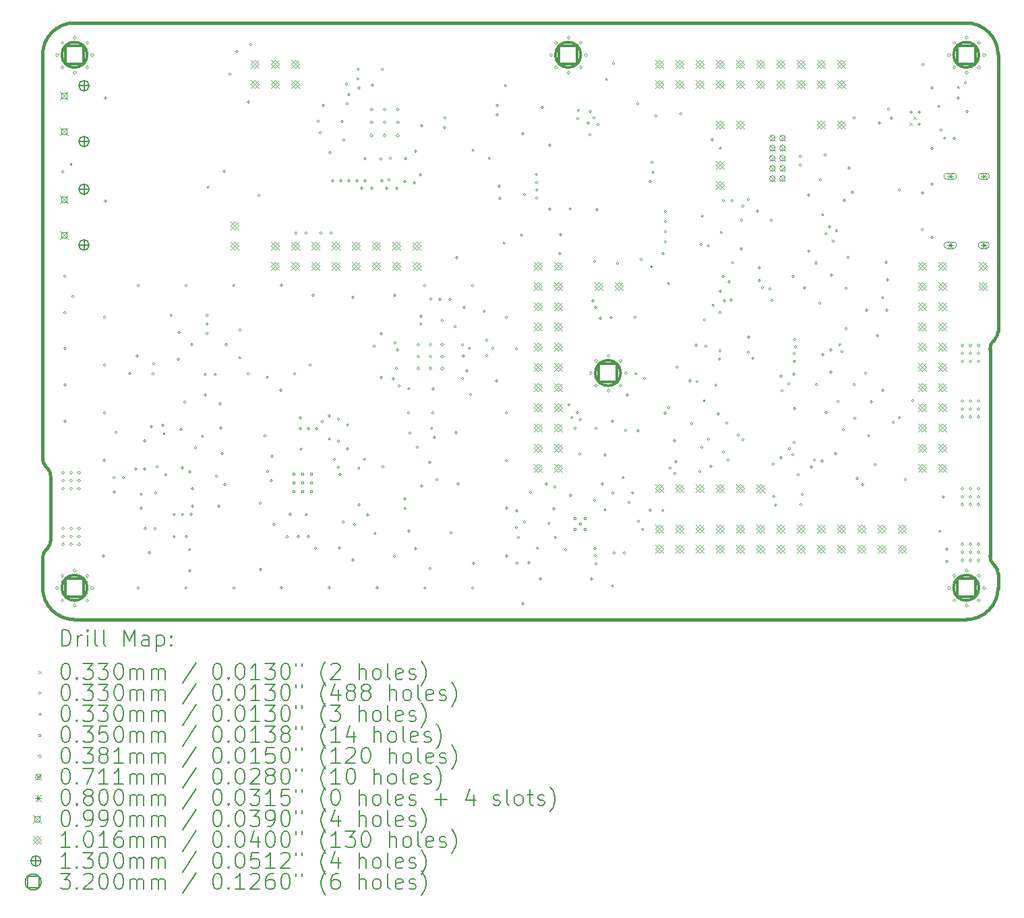
<source format=gbr>
%TF.GenerationSoftware,KiCad,Pcbnew,8.0.4*%
%TF.CreationDate,2024-10-12T12:31:17+11:00*%
%TF.ProjectId,hackrf-one,6861636b-7266-42d6-9f6e-652e6b696361,rev?*%
%TF.SameCoordinates,Original*%
%TF.FileFunction,Drillmap*%
%TF.FilePolarity,Positive*%
%FSLAX45Y45*%
G04 Gerber Fmt 4.5, Leading zero omitted, Abs format (unit mm)*
G04 Created by KiCad (PCBNEW 8.0.4) date 2024-10-12 12:31:17*
%MOMM*%
%LPD*%
G01*
G04 APERTURE LIST*
%ADD10C,0.381000*%
%ADD11C,0.200000*%
%ADD12C,0.100000*%
%ADD13C,0.101600*%
%ADD14C,0.130000*%
%ADD15C,0.320040*%
G04 APERTURE END LIST*
D10*
X4940326Y-13819494D02*
G75*
G02*
X4984260Y-13925560I-106066J-106066D01*
G01*
X16780260Y-12325560D02*
X16780260Y-14925560D01*
X5282260Y-15725560D02*
X16482260Y-15725560D01*
X4926260Y-14845560D02*
X4940260Y-14831560D01*
X4882260Y-13699560D02*
X4882260Y-8625560D01*
X16780260Y-12325560D02*
G75*
G02*
X16824194Y-12219494I150000J0D01*
G01*
X16824260Y-15031560D02*
X16838260Y-15045560D01*
X4882260Y-14951560D02*
G75*
G02*
X4926194Y-14845494I150000J0D01*
G01*
X4940260Y-13819560D02*
X4926260Y-13805560D01*
X16882260Y-10343060D02*
X16882260Y-10433060D01*
X4984260Y-14725560D02*
G75*
G02*
X4940326Y-14831626I-150000J0D01*
G01*
X4882260Y-8625560D02*
G75*
G02*
X5282260Y-8225560I400000J0D01*
G01*
X5282260Y-15725560D02*
G75*
G02*
X4882260Y-15325560I0J400000D01*
G01*
X16882260Y-15325560D02*
X16882260Y-15151560D01*
X16838326Y-15045494D02*
G75*
G02*
X16882260Y-15151560I-106066J-106066D01*
G01*
X4926194Y-13805626D02*
G75*
G02*
X4882260Y-13699560I106066J106066D01*
G01*
X16882260Y-10818060D02*
X16882260Y-10908060D01*
X16882260Y-10908060D02*
X16882260Y-12099560D01*
X16482260Y-8225560D02*
X5282260Y-8225560D01*
X16824260Y-12219560D02*
X16838260Y-12205560D01*
X16882260Y-8625560D02*
X16882260Y-10343060D01*
X4882260Y-14951560D02*
X4882260Y-15325560D01*
X4984260Y-13925560D02*
X4984260Y-14725560D01*
X16482260Y-8225560D02*
G75*
G02*
X16882260Y-8625560I0J-400000D01*
G01*
X16882260Y-15325560D02*
G75*
G02*
X16482260Y-15725560I-400000J0D01*
G01*
X16824194Y-15031626D02*
G75*
G02*
X16780260Y-14925560I106066J106066D01*
G01*
X16882260Y-12099560D02*
G75*
G02*
X16838326Y-12205626I-150000J0D01*
G01*
X16882260Y-10433060D02*
X16882260Y-10818060D01*
D11*
D12*
X15768760Y-9479180D02*
X15801760Y-9512180D01*
X15801760Y-9479180D02*
X15768760Y-9512180D01*
X15818760Y-9404180D02*
X15851760Y-9437180D01*
X15851760Y-9404180D02*
X15818760Y-9437180D01*
X5152770Y-10096920D02*
G75*
G02*
X5119750Y-10096920I-16510J0D01*
G01*
X5119750Y-10096920D02*
G75*
G02*
X5152770Y-10096920I16510J0D01*
G01*
X5178170Y-11407560D02*
G75*
G02*
X5145150Y-11407560I-16510J0D01*
G01*
X5145150Y-11407560D02*
G75*
G02*
X5178170Y-11407560I16510J0D01*
G01*
X5178170Y-11864760D02*
G75*
G02*
X5145150Y-11864760I-16510J0D01*
G01*
X5145150Y-11864760D02*
G75*
G02*
X5178170Y-11864760I16510J0D01*
G01*
X5178170Y-12319420D02*
G75*
G02*
X5145150Y-12319420I-16510J0D01*
G01*
X5145150Y-12319420D02*
G75*
G02*
X5178170Y-12319420I16510J0D01*
G01*
X5178170Y-12776620D02*
G75*
G02*
X5145150Y-12776620I-16510J0D01*
G01*
X5145150Y-12776620D02*
G75*
G02*
X5178170Y-12776620I16510J0D01*
G01*
X5178170Y-13233820D02*
G75*
G02*
X5145150Y-13233820I-16510J0D01*
G01*
X5145150Y-13233820D02*
G75*
G02*
X5178170Y-13233820I16510J0D01*
G01*
X5256910Y-10002940D02*
G75*
G02*
X5223890Y-10002940I-16510J0D01*
G01*
X5223890Y-10002940D02*
G75*
G02*
X5256910Y-10002940I16510J0D01*
G01*
X5279770Y-11661560D02*
G75*
G02*
X5246750Y-11661560I-16510J0D01*
G01*
X5246750Y-11661560D02*
G75*
G02*
X5279770Y-11661560I16510J0D01*
G01*
X5665329Y-14925560D02*
G75*
G02*
X5632309Y-14925560I-16510J0D01*
G01*
X5632309Y-14925560D02*
G75*
G02*
X5665329Y-14925560I16510J0D01*
G01*
X5673770Y-11925560D02*
G75*
G02*
X5640750Y-11925560I-16510J0D01*
G01*
X5640750Y-11925560D02*
G75*
G02*
X5673770Y-11925560I16510J0D01*
G01*
X5673770Y-12525560D02*
G75*
G02*
X5640750Y-12525560I-16510J0D01*
G01*
X5640750Y-12525560D02*
G75*
G02*
X5673770Y-12525560I16510J0D01*
G01*
X5673770Y-13125560D02*
G75*
G02*
X5640750Y-13125560I-16510J0D01*
G01*
X5640750Y-13125560D02*
G75*
G02*
X5673770Y-13125560I16510J0D01*
G01*
X5673770Y-13725560D02*
G75*
G02*
X5640750Y-13725560I-16510J0D01*
G01*
X5640750Y-13725560D02*
G75*
G02*
X5673770Y-13725560I16510J0D01*
G01*
X5686170Y-9169820D02*
G75*
G02*
X5653150Y-9169820I-16510J0D01*
G01*
X5653150Y-9169820D02*
G75*
G02*
X5686170Y-9169820I16510J0D01*
G01*
X5686170Y-10465220D02*
G75*
G02*
X5653150Y-10465220I-16510J0D01*
G01*
X5653150Y-10465220D02*
G75*
G02*
X5686170Y-10465220I16510J0D01*
G01*
X5795110Y-13940580D02*
G75*
G02*
X5762090Y-13940580I-16510J0D01*
G01*
X5762090Y-13940580D02*
G75*
G02*
X5795110Y-13940580I16510J0D01*
G01*
X5798770Y-14125560D02*
G75*
G02*
X5765750Y-14125560I-16510J0D01*
G01*
X5765750Y-14125560D02*
G75*
G02*
X5798770Y-14125560I16510J0D01*
G01*
X5820510Y-13371620D02*
G75*
G02*
X5787490Y-13371620I-16510J0D01*
G01*
X5787490Y-13371620D02*
G75*
G02*
X5820510Y-13371620I16510J0D01*
G01*
X5911950Y-13940580D02*
G75*
G02*
X5878930Y-13940580I-16510J0D01*
G01*
X5878930Y-13940580D02*
G75*
G02*
X5911950Y-13940580I16510J0D01*
G01*
X5993470Y-12632740D02*
G75*
G02*
X5960450Y-12632740I-16510J0D01*
G01*
X5960450Y-12632740D02*
G75*
G02*
X5993470Y-12632740I16510J0D01*
G01*
X6069430Y-13833900D02*
G75*
G02*
X6036410Y-13833900I-16510J0D01*
G01*
X6036410Y-13833900D02*
G75*
G02*
X6069430Y-13833900I16510J0D01*
G01*
X6089990Y-12411760D02*
G75*
G02*
X6056970Y-12411760I-16510J0D01*
G01*
X6056970Y-12411760D02*
G75*
G02*
X6089990Y-12411760I16510J0D01*
G01*
X6098770Y-11525560D02*
G75*
G02*
X6065750Y-11525560I-16510J0D01*
G01*
X6065750Y-11525560D02*
G75*
G02*
X6098770Y-11525560I16510J0D01*
G01*
X6098770Y-15325560D02*
G75*
G02*
X6065750Y-15325560I-16510J0D01*
G01*
X6065750Y-15325560D02*
G75*
G02*
X6098770Y-15325560I16510J0D01*
G01*
X6135470Y-14150260D02*
G75*
G02*
X6102450Y-14150260I-16510J0D01*
G01*
X6102450Y-14150260D02*
G75*
G02*
X6135470Y-14150260I16510J0D01*
G01*
X6135470Y-14325260D02*
G75*
G02*
X6102450Y-14325260I-16510J0D01*
G01*
X6102450Y-14325260D02*
G75*
G02*
X6135470Y-14325260I16510J0D01*
G01*
X6176110Y-13478300D02*
G75*
G02*
X6143090Y-13478300I-16510J0D01*
G01*
X6143090Y-13478300D02*
G75*
G02*
X6176110Y-13478300I16510J0D01*
G01*
X6176110Y-13833900D02*
G75*
G02*
X6143090Y-13833900I-16510J0D01*
G01*
X6143090Y-13833900D02*
G75*
G02*
X6176110Y-13833900I16510J0D01*
G01*
X6188810Y-14580660D02*
G75*
G02*
X6155790Y-14580660I-16510J0D01*
G01*
X6155790Y-14580660D02*
G75*
G02*
X6188810Y-14580660I16510J0D01*
G01*
X6237070Y-14882920D02*
G75*
G02*
X6204050Y-14882920I-16510J0D01*
G01*
X6204050Y-14882920D02*
G75*
G02*
X6237070Y-14882920I16510J0D01*
G01*
X6265010Y-13300500D02*
G75*
G02*
X6231990Y-13300500I-16510J0D01*
G01*
X6231990Y-13300500D02*
G75*
G02*
X6265010Y-13300500I16510J0D01*
G01*
X6288110Y-12635280D02*
G75*
G02*
X6255090Y-12635280I-16510J0D01*
G01*
X6255090Y-12635280D02*
G75*
G02*
X6288110Y-12635280I16510J0D01*
G01*
X6293190Y-12508280D02*
G75*
G02*
X6260170Y-12508280I-16510J0D01*
G01*
X6260170Y-12508280D02*
G75*
G02*
X6293190Y-12508280I16510J0D01*
G01*
X6310730Y-14580660D02*
G75*
G02*
X6277710Y-14580660I-16510J0D01*
G01*
X6277710Y-14580660D02*
G75*
G02*
X6310730Y-14580660I16510J0D01*
G01*
X6320890Y-14136160D02*
G75*
G02*
X6287870Y-14136160I-16510J0D01*
G01*
X6287870Y-14136160D02*
G75*
G02*
X6320890Y-14136160I16510J0D01*
G01*
X6336130Y-13805960D02*
G75*
G02*
X6303110Y-13805960I-16510J0D01*
G01*
X6303110Y-13805960D02*
G75*
G02*
X6336130Y-13805960I16510J0D01*
G01*
X6407250Y-13282720D02*
G75*
G02*
X6374230Y-13282720I-16510J0D01*
G01*
X6374230Y-13282720D02*
G75*
G02*
X6407250Y-13282720I16510J0D01*
G01*
X6425030Y-13389400D02*
G75*
G02*
X6392010Y-13389400I-16510J0D01*
G01*
X6392010Y-13389400D02*
G75*
G02*
X6425030Y-13389400I16510J0D01*
G01*
X6442810Y-13905020D02*
G75*
G02*
X6409790Y-13905020I-16510J0D01*
G01*
X6409790Y-13905020D02*
G75*
G02*
X6442810Y-13905020I16510J0D01*
G01*
X6511390Y-11900960D02*
G75*
G02*
X6478370Y-11900960I-16510J0D01*
G01*
X6478370Y-11900960D02*
G75*
G02*
X6511390Y-11900960I16510J0D01*
G01*
X6549490Y-14402860D02*
G75*
G02*
X6516470Y-14402860I-16510J0D01*
G01*
X6516470Y-14402860D02*
G75*
G02*
X6549490Y-14402860I16510J0D01*
G01*
X6549490Y-14682260D02*
G75*
G02*
X6516470Y-14682260I-16510J0D01*
G01*
X6516470Y-14682260D02*
G75*
G02*
X6549490Y-14682260I16510J0D01*
G01*
X6602830Y-12457220D02*
G75*
G02*
X6569810Y-12457220I-16510J0D01*
G01*
X6569810Y-12457220D02*
G75*
G02*
X6602830Y-12457220I16510J0D01*
G01*
X6610450Y-12114320D02*
G75*
G02*
X6577430Y-12114320I-16510J0D01*
G01*
X6577430Y-12114320D02*
G75*
G02*
X6610450Y-12114320I16510J0D01*
G01*
X6638390Y-13336060D02*
G75*
G02*
X6605370Y-13336060I-16510J0D01*
G01*
X6605370Y-13336060D02*
G75*
G02*
X6638390Y-13336060I16510J0D01*
G01*
X6656170Y-13816120D02*
G75*
G02*
X6623150Y-13816120I-16510J0D01*
G01*
X6623150Y-13816120D02*
G75*
G02*
X6656170Y-13816120I16510J0D01*
G01*
X6656170Y-14402860D02*
G75*
G02*
X6623150Y-14402860I-16510J0D01*
G01*
X6623150Y-14402860D02*
G75*
G02*
X6656170Y-14402860I16510J0D01*
G01*
X6683870Y-12990380D02*
G75*
G02*
X6650850Y-12990380I-16510J0D01*
G01*
X6650850Y-12990380D02*
G75*
G02*
X6683870Y-12990380I16510J0D01*
G01*
X6698770Y-11525560D02*
G75*
G02*
X6665750Y-11525560I-16510J0D01*
G01*
X6665750Y-11525560D02*
G75*
G02*
X6698770Y-11525560I16510J0D01*
G01*
X6698770Y-15325560D02*
G75*
G02*
X6665750Y-15325560I-16510J0D01*
G01*
X6665750Y-15325560D02*
G75*
G02*
X6698770Y-15325560I16510J0D01*
G01*
X6704430Y-14679720D02*
G75*
G02*
X6671410Y-14679720I-16510J0D01*
G01*
X6671410Y-14679720D02*
G75*
G02*
X6704430Y-14679720I16510J0D01*
G01*
X6745070Y-13869459D02*
G75*
G02*
X6712050Y-13869459I-16510J0D01*
G01*
X6712050Y-13869459D02*
G75*
G02*
X6745070Y-13869459I16510J0D01*
G01*
X6745070Y-14847360D02*
G75*
G02*
X6712050Y-14847360I-16510J0D01*
G01*
X6712050Y-14847360D02*
G75*
G02*
X6745070Y-14847360I16510J0D01*
G01*
X6745070Y-15114060D02*
G75*
G02*
X6712050Y-15114060I-16510J0D01*
G01*
X6712050Y-15114060D02*
G75*
G02*
X6745070Y-15114060I16510J0D01*
G01*
X6762850Y-14402860D02*
G75*
G02*
X6729830Y-14402860I-16510J0D01*
G01*
X6729830Y-14402860D02*
G75*
G02*
X6762850Y-14402860I16510J0D01*
G01*
X6773250Y-12266980D02*
G75*
G02*
X6740230Y-12266980I-16510J0D01*
G01*
X6740230Y-12266980D02*
G75*
G02*
X6773250Y-12266980I16510J0D01*
G01*
X6780630Y-14082820D02*
G75*
G02*
X6747610Y-14082820I-16510J0D01*
G01*
X6747610Y-14082820D02*
G75*
G02*
X6780630Y-14082820I16510J0D01*
G01*
X6780630Y-14296180D02*
G75*
G02*
X6747610Y-14296180I-16510J0D01*
G01*
X6747610Y-14296180D02*
G75*
G02*
X6780630Y-14296180I16510J0D01*
G01*
X6816190Y-13567200D02*
G75*
G02*
X6783170Y-13567200I-16510J0D01*
G01*
X6783170Y-13567200D02*
G75*
G02*
X6816190Y-13567200I16510J0D01*
G01*
X6907106Y-13422944D02*
G75*
G02*
X6874086Y-13422944I-16510J0D01*
G01*
X6874086Y-13422944D02*
G75*
G02*
X6907106Y-13422944I16510J0D01*
G01*
X6938350Y-12647980D02*
G75*
G02*
X6905330Y-12647980I-16510J0D01*
G01*
X6905330Y-12647980D02*
G75*
G02*
X6938350Y-12647980I16510J0D01*
G01*
X6940410Y-12901680D02*
G75*
G02*
X6907390Y-12901680I-16510J0D01*
G01*
X6907390Y-12901680D02*
G75*
G02*
X6940410Y-12901680I16510J0D01*
G01*
X6963750Y-11898680D02*
G75*
G02*
X6930730Y-11898680I-16510J0D01*
G01*
X6930730Y-11898680D02*
G75*
G02*
X6963750Y-11898680I16510J0D01*
G01*
X6963750Y-12012980D02*
G75*
G02*
X6930730Y-12012980I-16510J0D01*
G01*
X6930730Y-12012980D02*
G75*
G02*
X6963750Y-12012980I16510J0D01*
G01*
X6963750Y-12127280D02*
G75*
G02*
X6930730Y-12127280I-16510J0D01*
G01*
X6930730Y-12127280D02*
G75*
G02*
X6963750Y-12127280I16510J0D01*
G01*
X6976490Y-10289960D02*
G75*
G02*
X6943470Y-10289960I-16510J0D01*
G01*
X6943470Y-10289960D02*
G75*
G02*
X6976490Y-10289960I16510J0D01*
G01*
X7065350Y-12647980D02*
G75*
G02*
X7032330Y-12647980I-16510J0D01*
G01*
X7032330Y-12647980D02*
G75*
G02*
X7065350Y-12647980I16510J0D01*
G01*
X7082890Y-13922800D02*
G75*
G02*
X7049870Y-13922800I-16510J0D01*
G01*
X7049870Y-13922800D02*
G75*
G02*
X7082890Y-13922800I16510J0D01*
G01*
X7107782Y-14299736D02*
G75*
G02*
X7074762Y-14299736I-16510J0D01*
G01*
X7074762Y-14299736D02*
G75*
G02*
X7107782Y-14299736I16510J0D01*
G01*
X7125830Y-13013440D02*
G75*
G02*
X7092810Y-13013440I-16510J0D01*
G01*
X7092810Y-13013440D02*
G75*
G02*
X7125830Y-13013440I16510J0D01*
G01*
X7136230Y-13318280D02*
G75*
G02*
X7103210Y-13318280I-16510J0D01*
G01*
X7103210Y-13318280D02*
G75*
G02*
X7136230Y-13318280I16510J0D01*
G01*
X7154010Y-13638320D02*
G75*
G02*
X7120990Y-13638320I-16510J0D01*
G01*
X7120990Y-13638320D02*
G75*
G02*
X7154010Y-13638320I16510J0D01*
G01*
X7179690Y-10091840D02*
G75*
G02*
X7146670Y-10091840I-16510J0D01*
G01*
X7146670Y-10091840D02*
G75*
G02*
X7179690Y-10091840I16510J0D01*
G01*
X7189570Y-14029480D02*
G75*
G02*
X7156550Y-14029480I-16510J0D01*
G01*
X7156550Y-14029480D02*
G75*
G02*
X7189570Y-14029480I16510J0D01*
G01*
X7205050Y-12266980D02*
G75*
G02*
X7172030Y-12266980I-16510J0D01*
G01*
X7172030Y-12266980D02*
G75*
G02*
X7205050Y-12266980I16510J0D01*
G01*
X7253350Y-8867560D02*
G75*
G02*
X7220330Y-8867560I-16510J0D01*
G01*
X7220330Y-8867560D02*
G75*
G02*
X7253350Y-8867560I16510J0D01*
G01*
X7298770Y-11525560D02*
G75*
G02*
X7265750Y-11525560I-16510J0D01*
G01*
X7265750Y-11525560D02*
G75*
G02*
X7298770Y-11525560I16510J0D01*
G01*
X7301331Y-15325560D02*
G75*
G02*
X7268311Y-15325560I-16510J0D01*
G01*
X7268311Y-15325560D02*
G75*
G02*
X7301331Y-15325560I16510J0D01*
G01*
X7339710Y-8583080D02*
G75*
G02*
X7306690Y-8583080I-16510J0D01*
G01*
X7306690Y-8583080D02*
G75*
G02*
X7339710Y-8583080I16510J0D01*
G01*
X7374990Y-12434360D02*
G75*
G02*
X7341970Y-12434360I-16510J0D01*
G01*
X7341970Y-12434360D02*
G75*
G02*
X7374990Y-12434360I16510J0D01*
G01*
X7377530Y-12088920D02*
G75*
G02*
X7344510Y-12088920I-16510J0D01*
G01*
X7344510Y-12088920D02*
G75*
G02*
X7377530Y-12088920I16510J0D01*
G01*
X7476590Y-12635020D02*
G75*
G02*
X7443570Y-12635020I-16510J0D01*
G01*
X7443570Y-12635020D02*
G75*
G02*
X7476590Y-12635020I16510J0D01*
G01*
X7484490Y-9218080D02*
G75*
G02*
X7451470Y-9218080I-16510J0D01*
G01*
X7451470Y-9218080D02*
G75*
G02*
X7484490Y-9218080I16510J0D01*
G01*
X7512430Y-8494180D02*
G75*
G02*
X7479410Y-8494180I-16510J0D01*
G01*
X7479410Y-8494180D02*
G75*
G02*
X7512430Y-8494180I16510J0D01*
G01*
X7614030Y-10391560D02*
G75*
G02*
X7581010Y-10391560I-16510J0D01*
G01*
X7581010Y-10391560D02*
G75*
G02*
X7614030Y-10391560I16510J0D01*
G01*
X7634070Y-15096280D02*
G75*
G02*
X7601050Y-15096280I-16510J0D01*
G01*
X7601050Y-15096280D02*
G75*
G02*
X7634070Y-15096280I16510J0D01*
G01*
X7634070Y-14260620D02*
G75*
G02*
X7601050Y-14260620I-16510J0D01*
G01*
X7601050Y-14260620D02*
G75*
G02*
X7634070Y-14260620I16510J0D01*
G01*
X7690910Y-13417720D02*
G75*
G02*
X7657890Y-13417720I-16510J0D01*
G01*
X7657890Y-13417720D02*
G75*
G02*
X7690910Y-13417720I16510J0D01*
G01*
X7717890Y-12680740D02*
G75*
G02*
X7684870Y-12680740I-16510J0D01*
G01*
X7684870Y-12680740D02*
G75*
G02*
X7717890Y-12680740I16510J0D01*
G01*
X7725270Y-13861800D02*
G75*
G02*
X7692250Y-13861800I-16510J0D01*
G01*
X7692250Y-13861800D02*
G75*
G02*
X7725270Y-13861800I16510J0D01*
G01*
X7768450Y-13978640D02*
G75*
G02*
X7735430Y-13978640I-16510J0D01*
G01*
X7735430Y-13978640D02*
G75*
G02*
X7768450Y-13978640I16510J0D01*
G01*
X7779810Y-13671720D02*
G75*
G02*
X7746790Y-13671720I-16510J0D01*
G01*
X7746790Y-13671720D02*
G75*
G02*
X7779810Y-13671720I16510J0D01*
G01*
X7805210Y-14530240D02*
G75*
G02*
X7772190Y-14530240I-16510J0D01*
G01*
X7772190Y-14530240D02*
G75*
G02*
X7805210Y-14530240I16510J0D01*
G01*
X7887347Y-12844548D02*
G75*
G02*
X7854327Y-12844548I-16510J0D01*
G01*
X7854327Y-12844548D02*
G75*
G02*
X7887347Y-12844548I16510J0D01*
G01*
X7898770Y-11525560D02*
G75*
G02*
X7865750Y-11525560I-16510J0D01*
G01*
X7865750Y-11525560D02*
G75*
G02*
X7898770Y-11525560I16510J0D01*
G01*
X7898770Y-15325560D02*
G75*
G02*
X7865750Y-15325560I-16510J0D01*
G01*
X7865750Y-15325560D02*
G75*
G02*
X7898770Y-15325560I16510J0D01*
G01*
X7970310Y-14682640D02*
G75*
G02*
X7937290Y-14682640I-16510J0D01*
G01*
X7937290Y-14682640D02*
G75*
G02*
X7970310Y-14682640I16510J0D01*
G01*
X8008410Y-14403240D02*
G75*
G02*
X7975390Y-14403240I-16510J0D01*
G01*
X7975390Y-14403240D02*
G75*
G02*
X8008410Y-14403240I16510J0D01*
G01*
X8063330Y-12637560D02*
G75*
G02*
X8030310Y-12637560I-16510J0D01*
G01*
X8030310Y-12637560D02*
G75*
G02*
X8063330Y-12637560I16510J0D01*
G01*
X8080870Y-10863660D02*
G75*
G02*
X8047850Y-10863660I-16510J0D01*
G01*
X8047850Y-10863660D02*
G75*
G02*
X8080870Y-10863660I16510J0D01*
G01*
X8110010Y-14682640D02*
G75*
G02*
X8076990Y-14682640I-16510J0D01*
G01*
X8076990Y-14682640D02*
G75*
G02*
X8110010Y-14682640I16510J0D01*
G01*
X8132870Y-13191660D02*
G75*
G02*
X8099850Y-13191660I-16510J0D01*
G01*
X8099850Y-13191660D02*
G75*
G02*
X8132870Y-13191660I16510J0D01*
G01*
X8132870Y-13326280D02*
G75*
G02*
X8099850Y-13326280I-16510J0D01*
G01*
X8099850Y-13326280D02*
G75*
G02*
X8132870Y-13326280I16510J0D01*
G01*
X8145570Y-13582820D02*
G75*
G02*
X8112550Y-13582820I-16510J0D01*
G01*
X8112550Y-13582820D02*
G75*
G02*
X8145570Y-13582820I16510J0D01*
G01*
X8207870Y-10863660D02*
G75*
G02*
X8174850Y-10863660I-16510J0D01*
G01*
X8174850Y-10863660D02*
G75*
G02*
X8207870Y-10863660I16510J0D01*
G01*
X8209070Y-14408320D02*
G75*
G02*
X8176050Y-14408320I-16510J0D01*
G01*
X8176050Y-14408320D02*
G75*
G02*
X8209070Y-14408320I16510J0D01*
G01*
X8234470Y-13326280D02*
G75*
G02*
X8201450Y-13326280I-16510J0D01*
G01*
X8201450Y-13326280D02*
G75*
G02*
X8234470Y-13326280I16510J0D01*
G01*
X8237010Y-14682640D02*
G75*
G02*
X8203990Y-14682640I-16510J0D01*
G01*
X8203990Y-14682640D02*
G75*
G02*
X8237010Y-14682640I16510J0D01*
G01*
X8258910Y-12528340D02*
G75*
G02*
X8225890Y-12528340I-16510J0D01*
G01*
X8225890Y-12528340D02*
G75*
G02*
X8258910Y-12528340I16510J0D01*
G01*
X8298770Y-11650560D02*
G75*
G02*
X8265750Y-11650560I-16510J0D01*
G01*
X8265750Y-11650560D02*
G75*
G02*
X8298770Y-11650560I16510J0D01*
G01*
X8324950Y-14827040D02*
G75*
G02*
X8291930Y-14827040I-16510J0D01*
G01*
X8291930Y-14827040D02*
G75*
G02*
X8324950Y-14827040I16510J0D01*
G01*
X8336070Y-13326280D02*
G75*
G02*
X8303050Y-13326280I-16510J0D01*
G01*
X8303050Y-13326280D02*
G75*
G02*
X8336070Y-13326280I16510J0D01*
G01*
X8360790Y-9460650D02*
G75*
G02*
X8327770Y-9460650I-16510J0D01*
G01*
X8327770Y-9460650D02*
G75*
G02*
X8360790Y-9460650I16510J0D01*
G01*
X8381860Y-9605090D02*
G75*
G02*
X8348840Y-9605090I-16510J0D01*
G01*
X8348840Y-9605090D02*
G75*
G02*
X8381860Y-9605090I16510J0D01*
G01*
X8393290Y-10863660D02*
G75*
G02*
X8360270Y-10863660I-16510J0D01*
G01*
X8360270Y-10863660D02*
G75*
G02*
X8393290Y-10863660I16510J0D01*
G01*
X8411590Y-13236360D02*
G75*
G02*
X8378570Y-13236360I-16510J0D01*
G01*
X8378570Y-13236360D02*
G75*
G02*
X8411590Y-13236360I16510J0D01*
G01*
X8419960Y-9262190D02*
G75*
G02*
X8386940Y-9262190I-16510J0D01*
G01*
X8386940Y-9262190D02*
G75*
G02*
X8419960Y-9262190I16510J0D01*
G01*
X8498770Y-15325560D02*
G75*
G02*
X8465750Y-15325560I-16510J0D01*
G01*
X8465750Y-15325560D02*
G75*
G02*
X8498770Y-15325560I16510J0D01*
G01*
X8501170Y-13163720D02*
G75*
G02*
X8468150Y-13163720I-16510J0D01*
G01*
X8468150Y-13163720D02*
G75*
G02*
X8501170Y-13163720I16510J0D01*
G01*
X8501170Y-13455820D02*
G75*
G02*
X8468150Y-13455820I-16510J0D01*
G01*
X8468150Y-13455820D02*
G75*
G02*
X8501170Y-13455820I16510J0D01*
G01*
X8506840Y-9855620D02*
G75*
G02*
X8473820Y-9855620I-16510J0D01*
G01*
X8473820Y-9855620D02*
G75*
G02*
X8506840Y-9855620I16510J0D01*
G01*
X8520810Y-10864000D02*
G75*
G02*
X8487790Y-10864000I-16510J0D01*
G01*
X8487790Y-10864000D02*
G75*
G02*
X8520810Y-10864000I16510J0D01*
G01*
X8540610Y-10208340D02*
G75*
G02*
X8507590Y-10208340I-16510J0D01*
G01*
X8507590Y-10208340D02*
G75*
G02*
X8540610Y-10208340I16510J0D01*
G01*
X8564670Y-13709820D02*
G75*
G02*
X8531650Y-13709820I-16510J0D01*
G01*
X8531650Y-13709820D02*
G75*
G02*
X8564670Y-13709820I16510J0D01*
G01*
X8611730Y-13811000D02*
G75*
G02*
X8578710Y-13811000I-16510J0D01*
G01*
X8578710Y-13811000D02*
G75*
G02*
X8611730Y-13811000I16510J0D01*
G01*
X8615470Y-13201820D02*
G75*
G02*
X8582450Y-13201820I-16510J0D01*
G01*
X8582450Y-13201820D02*
G75*
G02*
X8615470Y-13201820I16510J0D01*
G01*
X8615470Y-13481220D02*
G75*
G02*
X8582450Y-13481220I-16510J0D01*
G01*
X8582450Y-13481220D02*
G75*
G02*
X8615470Y-13481220I16510J0D01*
G01*
X8627210Y-14827040D02*
G75*
G02*
X8594190Y-14827040I-16510J0D01*
G01*
X8594190Y-14827040D02*
G75*
G02*
X8627210Y-14827040I16510J0D01*
G01*
X8635790Y-13900320D02*
G75*
G02*
X8602770Y-13900320I-16510J0D01*
G01*
X8602770Y-13900320D02*
G75*
G02*
X8635790Y-13900320I16510J0D01*
G01*
X8642210Y-10208340D02*
G75*
G02*
X8609190Y-10208340I-16510J0D01*
G01*
X8609190Y-10208340D02*
G75*
G02*
X8642210Y-10208340I16510J0D01*
G01*
X8659240Y-9467000D02*
G75*
G02*
X8626220Y-9467000I-16510J0D01*
G01*
X8626220Y-9467000D02*
G75*
G02*
X8659240Y-9467000I16510J0D01*
G01*
X8671350Y-14497220D02*
G75*
G02*
X8638330Y-14497220I-16510J0D01*
G01*
X8638330Y-14497220D02*
G75*
G02*
X8671350Y-14497220I16510J0D01*
G01*
X8681580Y-9699070D02*
G75*
G02*
X8648560Y-9699070I-16510J0D01*
G01*
X8648560Y-9699070D02*
G75*
G02*
X8681580Y-9699070I16510J0D01*
G01*
X8712060Y-8995490D02*
G75*
G02*
X8679040Y-8995490I-16510J0D01*
G01*
X8679040Y-8995490D02*
G75*
G02*
X8712060Y-8995490I16510J0D01*
G01*
X8724010Y-9240940D02*
G75*
G02*
X8690990Y-9240940I-16510J0D01*
G01*
X8690990Y-9240940D02*
G75*
G02*
X8724010Y-9240940I16510J0D01*
G01*
X8728570Y-13577320D02*
G75*
G02*
X8695550Y-13577320I-16510J0D01*
G01*
X8695550Y-13577320D02*
G75*
G02*
X8728570Y-13577320I16510J0D01*
G01*
X8729770Y-13278020D02*
G75*
G02*
X8696750Y-13278020I-16510J0D01*
G01*
X8696750Y-13278020D02*
G75*
G02*
X8729770Y-13278020I16510J0D01*
G01*
X8743810Y-10208340D02*
G75*
G02*
X8710790Y-10208340I-16510J0D01*
G01*
X8710790Y-10208340D02*
G75*
G02*
X8743810Y-10208340I16510J0D01*
G01*
X8745080Y-9125030D02*
G75*
G02*
X8712060Y-9125030I-16510J0D01*
G01*
X8712060Y-9125030D02*
G75*
G02*
X8745080Y-9125030I16510J0D01*
G01*
X8795810Y-14979820D02*
G75*
G02*
X8762790Y-14979820I-16510J0D01*
G01*
X8762790Y-14979820D02*
G75*
G02*
X8795810Y-14979820I16510J0D01*
G01*
X8798770Y-11675560D02*
G75*
G02*
X8765750Y-11675560I-16510J0D01*
G01*
X8765750Y-11675560D02*
G75*
G02*
X8798770Y-11675560I16510J0D01*
G01*
X8817470Y-14532360D02*
G75*
G02*
X8784450Y-14532360I-16510J0D01*
G01*
X8784450Y-14532360D02*
G75*
G02*
X8817470Y-14532360I16510J0D01*
G01*
X8845410Y-10208340D02*
G75*
G02*
X8812390Y-10208340I-16510J0D01*
G01*
X8812390Y-10208340D02*
G75*
G02*
X8845410Y-10208340I16510J0D01*
G01*
X8858630Y-8931060D02*
G75*
G02*
X8825610Y-8931060I-16510J0D01*
G01*
X8825610Y-8931060D02*
G75*
G02*
X8858630Y-8931060I16510J0D01*
G01*
X8861920Y-8807530D02*
G75*
G02*
X8828900Y-8807530I-16510J0D01*
G01*
X8828900Y-8807530D02*
G75*
G02*
X8861920Y-8807530I16510J0D01*
G01*
X8869470Y-13824120D02*
G75*
G02*
X8836450Y-13824120I-16510J0D01*
G01*
X8836450Y-13824120D02*
G75*
G02*
X8869470Y-13824120I16510J0D01*
G01*
X8870810Y-14280900D02*
G75*
G02*
X8837790Y-14280900I-16510J0D01*
G01*
X8837790Y-14280900D02*
G75*
G02*
X8870810Y-14280900I16510J0D01*
G01*
X8872854Y-9040280D02*
G75*
G02*
X8839834Y-9040280I-16510J0D01*
G01*
X8839834Y-9040280D02*
G75*
G02*
X8872854Y-9040280I16510J0D01*
G01*
X8906370Y-10302320D02*
G75*
G02*
X8873350Y-10302320I-16510J0D01*
G01*
X8873350Y-10302320D02*
G75*
G02*
X8906370Y-10302320I16510J0D01*
G01*
X8941930Y-13709400D02*
G75*
G02*
X8908910Y-13709400I-16510J0D01*
G01*
X8908910Y-13709400D02*
G75*
G02*
X8941930Y-13709400I16510J0D01*
G01*
X8947010Y-9928940D02*
G75*
G02*
X8913990Y-9928940I-16510J0D01*
G01*
X8913990Y-9928940D02*
G75*
G02*
X8947010Y-9928940I16510J0D01*
G01*
X8947010Y-10208340D02*
G75*
G02*
X8913990Y-10208340I-16510J0D01*
G01*
X8913990Y-10208340D02*
G75*
G02*
X8947010Y-10208340I16510J0D01*
G01*
X8983770Y-14408320D02*
G75*
G02*
X8950750Y-14408320I-16510J0D01*
G01*
X8950750Y-14408320D02*
G75*
G02*
X8983770Y-14408320I16510J0D01*
G01*
X9033370Y-10302320D02*
G75*
G02*
X9000350Y-10302320I-16510J0D01*
G01*
X9000350Y-10302320D02*
G75*
G02*
X9033370Y-10302320I16510J0D01*
G01*
X9044800Y-9008190D02*
G75*
G02*
X9011780Y-9008190I-16510J0D01*
G01*
X9011780Y-9008190D02*
G75*
G02*
X9044800Y-9008190I16510J0D01*
G01*
X9062580Y-12290810D02*
G75*
G02*
X9029560Y-12290810I-16510J0D01*
G01*
X9029560Y-12290810D02*
G75*
G02*
X9062580Y-12290810I16510J0D01*
G01*
X9071990Y-14646060D02*
G75*
G02*
X9038970Y-14646060I-16510J0D01*
G01*
X9038970Y-14646060D02*
G75*
G02*
X9071990Y-14646060I16510J0D01*
G01*
X9098770Y-15325560D02*
G75*
G02*
X9065750Y-15325560I-16510J0D01*
G01*
X9065750Y-15325560D02*
G75*
G02*
X9098770Y-15325560I16510J0D01*
G01*
X9143860Y-9935290D02*
G75*
G02*
X9110840Y-9935290I-16510J0D01*
G01*
X9110840Y-9935290D02*
G75*
G02*
X9143860Y-9935290I16510J0D01*
G01*
X9151480Y-12135870D02*
G75*
G02*
X9118460Y-12135870I-16510J0D01*
G01*
X9118460Y-12135870D02*
G75*
G02*
X9151480Y-12135870I16510J0D01*
G01*
X9151480Y-12681970D02*
G75*
G02*
X9118460Y-12681970I-16510J0D01*
G01*
X9118460Y-12681970D02*
G75*
G02*
X9151480Y-12681970I16510J0D01*
G01*
X9160370Y-10208340D02*
G75*
G02*
X9127350Y-10208340I-16510J0D01*
G01*
X9127350Y-10208340D02*
G75*
G02*
X9160370Y-10208340I16510J0D01*
G01*
X9163430Y-8809140D02*
G75*
G02*
X9130410Y-8809140I-16510J0D01*
G01*
X9130410Y-8809140D02*
G75*
G02*
X9163430Y-8809140I16510J0D01*
G01*
X9170770Y-13803420D02*
G75*
G02*
X9137750Y-13803420I-16510J0D01*
G01*
X9137750Y-13803420D02*
G75*
G02*
X9170770Y-13803420I16510J0D01*
G01*
X9218790Y-10302320D02*
G75*
G02*
X9185770Y-10302320I-16510J0D01*
G01*
X9185770Y-10302320D02*
G75*
G02*
X9218790Y-10302320I16510J0D01*
G01*
X9251810Y-10198180D02*
G75*
G02*
X9218790Y-10198180I-16510J0D01*
G01*
X9218790Y-10198180D02*
G75*
G02*
X9251810Y-10198180I16510J0D01*
G01*
X9264510Y-9928940D02*
G75*
G02*
X9231490Y-9928940I-16510J0D01*
G01*
X9231490Y-9928940D02*
G75*
G02*
X9264510Y-9928940I16510J0D01*
G01*
X9302610Y-12698480D02*
G75*
G02*
X9269590Y-12698480I-16510J0D01*
G01*
X9269590Y-12698480D02*
G75*
G02*
X9302610Y-12698480I16510J0D01*
G01*
X9315070Y-14930780D02*
G75*
G02*
X9282050Y-14930780I-16510J0D01*
G01*
X9282050Y-14930780D02*
G75*
G02*
X9315070Y-14930780I16510J0D01*
G01*
X9323770Y-11650560D02*
G75*
G02*
X9290750Y-11650560I-16510J0D01*
G01*
X9290750Y-11650560D02*
G75*
G02*
X9323770Y-11650560I16510J0D01*
G01*
X9326740Y-12245090D02*
G75*
G02*
X9293720Y-12245090I-16510J0D01*
G01*
X9293720Y-12245090D02*
G75*
G02*
X9326740Y-12245090I16510J0D01*
G01*
X9339440Y-12567670D02*
G75*
G02*
X9306420Y-12567670I-16510J0D01*
G01*
X9306420Y-12567670D02*
G75*
G02*
X9339440Y-12567670I16510J0D01*
G01*
X9345790Y-10302320D02*
G75*
G02*
X9312770Y-10302320I-16510J0D01*
G01*
X9312770Y-10302320D02*
G75*
G02*
X9345790Y-10302320I16510J0D01*
G01*
X9357220Y-12336530D02*
G75*
G02*
X9324200Y-12336530I-16510J0D01*
G01*
X9324200Y-12336530D02*
G75*
G02*
X9357220Y-12336530I16510J0D01*
G01*
X9373730Y-12787380D02*
G75*
G02*
X9340710Y-12787380I-16510J0D01*
G01*
X9340710Y-12787380D02*
G75*
G02*
X9373730Y-12787380I16510J0D01*
G01*
X9447630Y-14204740D02*
G75*
G02*
X9414610Y-14204740I-16510J0D01*
G01*
X9414610Y-14204740D02*
G75*
G02*
X9447630Y-14204740I16510J0D01*
G01*
X9447910Y-10221380D02*
G75*
G02*
X9414890Y-10221380I-16510J0D01*
G01*
X9414890Y-10221380D02*
G75*
G02*
X9447910Y-10221380I16510J0D01*
G01*
X9450170Y-14331740D02*
G75*
G02*
X9417150Y-14331740I-16510J0D01*
G01*
X9417150Y-14331740D02*
G75*
G02*
X9450170Y-14331740I16510J0D01*
G01*
X9455010Y-9931480D02*
G75*
G02*
X9421990Y-9931480I-16510J0D01*
G01*
X9421990Y-9931480D02*
G75*
G02*
X9455010Y-9931480I16510J0D01*
G01*
X9495890Y-14613680D02*
G75*
G02*
X9462870Y-14613680I-16510J0D01*
G01*
X9462870Y-14613680D02*
G75*
G02*
X9495890Y-14613680I16510J0D01*
G01*
X9496920Y-12824210D02*
G75*
G02*
X9463900Y-12824210I-16510J0D01*
G01*
X9463900Y-12824210D02*
G75*
G02*
X9496920Y-12824210I16510J0D01*
G01*
X9496920Y-13126470D02*
G75*
G02*
X9463900Y-13126470I-16510J0D01*
G01*
X9463900Y-13126470D02*
G75*
G02*
X9496920Y-13126470I16510J0D01*
G01*
X9512160Y-13380470D02*
G75*
G02*
X9479140Y-13380470I-16510J0D01*
G01*
X9479140Y-13380470D02*
G75*
G02*
X9512160Y-13380470I16510J0D01*
G01*
X9564750Y-10236620D02*
G75*
G02*
X9531730Y-10236620I-16510J0D01*
G01*
X9531730Y-10236620D02*
G75*
G02*
X9564750Y-10236620I16510J0D01*
G01*
X9582250Y-14834660D02*
G75*
G02*
X9549230Y-14834660I-16510J0D01*
G01*
X9549230Y-14834660D02*
G75*
G02*
X9582250Y-14834660I16510J0D01*
G01*
X9583280Y-9836230D02*
G75*
G02*
X9550260Y-9836230I-16510J0D01*
G01*
X9550260Y-9836230D02*
G75*
G02*
X9583280Y-9836230I16510J0D01*
G01*
X9604870Y-13557037D02*
G75*
G02*
X9571850Y-13557037I-16510J0D01*
G01*
X9571850Y-13557037D02*
G75*
G02*
X9604870Y-13557037I16510J0D01*
G01*
X9640430Y-10134680D02*
G75*
G02*
X9607410Y-10134680I-16510J0D01*
G01*
X9607410Y-10134680D02*
G75*
G02*
X9640430Y-10134680I16510J0D01*
G01*
X9650590Y-11911080D02*
G75*
G02*
X9617570Y-11911080I-16510J0D01*
G01*
X9617570Y-11911080D02*
G75*
G02*
X9650590Y-11911080I16510J0D01*
G01*
X9650590Y-12010140D02*
G75*
G02*
X9617570Y-12010140I-16510J0D01*
G01*
X9617570Y-12010140D02*
G75*
G02*
X9650590Y-12010140I16510J0D01*
G01*
X9658730Y-9517800D02*
G75*
G02*
X9625710Y-9517800I-16510J0D01*
G01*
X9625710Y-9517800D02*
G75*
G02*
X9658730Y-9517800I16510J0D01*
G01*
X9660990Y-14044720D02*
G75*
G02*
X9627970Y-14044720I-16510J0D01*
G01*
X9627970Y-14044720D02*
G75*
G02*
X9660990Y-14044720I16510J0D01*
G01*
X9698770Y-11525560D02*
G75*
G02*
X9665750Y-11525560I-16510J0D01*
G01*
X9665750Y-11525560D02*
G75*
G02*
X9698770Y-11525560I16510J0D01*
G01*
X9698770Y-15325560D02*
G75*
G02*
X9665750Y-15325560I-16510J0D01*
G01*
X9665750Y-15325560D02*
G75*
G02*
X9698770Y-15325560I16510J0D01*
G01*
X9762110Y-15083180D02*
G75*
G02*
X9729090Y-15083180I-16510J0D01*
G01*
X9729090Y-15083180D02*
G75*
G02*
X9762110Y-15083180I16510J0D01*
G01*
X9762590Y-13750080D02*
G75*
G02*
X9729570Y-13750080I-16510J0D01*
G01*
X9729570Y-13750080D02*
G75*
G02*
X9762590Y-13750080I16510J0D01*
G01*
X9775050Y-11697720D02*
G75*
G02*
X9742030Y-11697720I-16510J0D01*
G01*
X9742030Y-11697720D02*
G75*
G02*
X9775050Y-11697720I16510J0D01*
G01*
X9783940Y-13324590D02*
G75*
G02*
X9750920Y-13324590I-16510J0D01*
G01*
X9750920Y-13324590D02*
G75*
G02*
X9783940Y-13324590I16510J0D01*
G01*
X9801720Y-12826750D02*
G75*
G02*
X9768700Y-12826750I-16510J0D01*
G01*
X9768700Y-12826750D02*
G75*
G02*
X9801720Y-12826750I16510J0D01*
G01*
X9801720Y-13126470D02*
G75*
G02*
X9768700Y-13126470I-16510J0D01*
G01*
X9768700Y-13126470D02*
G75*
G02*
X9801720Y-13126470I16510J0D01*
G01*
X9819500Y-13436350D02*
G75*
G02*
X9786480Y-13436350I-16510J0D01*
G01*
X9786480Y-13436350D02*
G75*
G02*
X9819500Y-13436350I16510J0D01*
G01*
X9847440Y-13965647D02*
G75*
G02*
X9814420Y-13965647I-16510J0D01*
G01*
X9814420Y-13965647D02*
G75*
G02*
X9847440Y-13965647I16510J0D01*
G01*
X9890620Y-11701530D02*
G75*
G02*
X9857600Y-11701530I-16510J0D01*
G01*
X9857600Y-11701530D02*
G75*
G02*
X9890620Y-11701530I16510J0D01*
G01*
X9918560Y-11968230D02*
G75*
G02*
X9885540Y-11968230I-16510J0D01*
G01*
X9885540Y-11968230D02*
G75*
G02*
X9918560Y-11968230I16510J0D01*
G01*
X9949040Y-9419670D02*
G75*
G02*
X9916020Y-9419670I-16510J0D01*
G01*
X9916020Y-9419670D02*
G75*
G02*
X9949040Y-9419670I16510J0D01*
G01*
X9949040Y-9541590D02*
G75*
G02*
X9916020Y-9541590I-16510J0D01*
G01*
X9916020Y-9541590D02*
G75*
G02*
X9949040Y-9541590I16510J0D01*
G01*
X10017620Y-11701530D02*
G75*
G02*
X9984600Y-11701530I-16510J0D01*
G01*
X9984600Y-11701530D02*
G75*
G02*
X10017620Y-11701530I16510J0D01*
G01*
X10026750Y-14634000D02*
G75*
G02*
X9993730Y-14634000I-16510J0D01*
G01*
X9993730Y-14634000D02*
G75*
G02*
X10026750Y-14634000I16510J0D01*
G01*
X10081120Y-12044430D02*
G75*
G02*
X10048100Y-12044430I-16510J0D01*
G01*
X10048100Y-12044430D02*
G75*
G02*
X10081120Y-12044430I16510J0D01*
G01*
X10091280Y-13380470D02*
G75*
G02*
X10058260Y-13380470I-16510J0D01*
G01*
X10058260Y-13380470D02*
G75*
G02*
X10091280Y-13380470I16510J0D01*
G01*
X10098770Y-11175560D02*
G75*
G02*
X10065750Y-11175560I-16510J0D01*
G01*
X10065750Y-11175560D02*
G75*
G02*
X10098770Y-11175560I16510J0D01*
G01*
X10115410Y-14021592D02*
G75*
G02*
X10082390Y-14021592I-16510J0D01*
G01*
X10082390Y-14021592D02*
G75*
G02*
X10115410Y-14021592I16510J0D01*
G01*
X10170020Y-12273030D02*
G75*
G02*
X10137000Y-12273030I-16510J0D01*
G01*
X10137000Y-12273030D02*
G75*
G02*
X10170020Y-12273030I16510J0D01*
G01*
X10170020Y-12694670D02*
G75*
G02*
X10137000Y-12694670I-16510J0D01*
G01*
X10137000Y-12694670D02*
G75*
G02*
X10170020Y-12694670I16510J0D01*
G01*
X10185260Y-12410190D02*
G75*
G02*
X10152240Y-12410190I-16510J0D01*
G01*
X10152240Y-12410190D02*
G75*
G02*
X10185260Y-12410190I16510J0D01*
G01*
X10195420Y-11803130D02*
G75*
G02*
X10162400Y-11803130I-16510J0D01*
G01*
X10162400Y-11803130D02*
G75*
G02*
X10195420Y-11803130I16510J0D01*
G01*
X10227690Y-12598820D02*
G75*
G02*
X10194670Y-12598820I-16510J0D01*
G01*
X10194670Y-12598820D02*
G75*
G02*
X10227690Y-12598820I16510J0D01*
G01*
X10258920Y-12316210D02*
G75*
G02*
X10225900Y-12316210I-16510J0D01*
G01*
X10225900Y-12316210D02*
G75*
G02*
X10258920Y-12316210I16510J0D01*
G01*
X10271620Y-12897870D02*
G75*
G02*
X10238600Y-12897870I-16510J0D01*
G01*
X10238600Y-12897870D02*
G75*
G02*
X10271620Y-12897870I16510J0D01*
G01*
X10298770Y-11525560D02*
G75*
G02*
X10265750Y-11525560I-16510J0D01*
G01*
X10265750Y-11525560D02*
G75*
G02*
X10298770Y-11525560I16510J0D01*
G01*
X10298770Y-15325560D02*
G75*
G02*
X10265750Y-15325560I-16510J0D01*
G01*
X10265750Y-15325560D02*
G75*
G02*
X10298770Y-15325560I16510J0D01*
G01*
X10303370Y-9825740D02*
G75*
G02*
X10270350Y-9825740I-16510J0D01*
G01*
X10270350Y-9825740D02*
G75*
G02*
X10303370Y-9825740I16510J0D01*
G01*
X10311230Y-15022620D02*
G75*
G02*
X10278210Y-15022620I-16510J0D01*
G01*
X10278210Y-15022620D02*
G75*
G02*
X10311230Y-15022620I16510J0D01*
G01*
X10445610Y-11850120D02*
G75*
G02*
X10412590Y-11850120I-16510J0D01*
G01*
X10412590Y-11850120D02*
G75*
G02*
X10445610Y-11850120I16510J0D01*
G01*
X10474820Y-12212070D02*
G75*
G02*
X10441800Y-12212070I-16510J0D01*
G01*
X10441800Y-12212070D02*
G75*
G02*
X10474820Y-12212070I16510J0D01*
G01*
X10477360Y-12410190D02*
G75*
G02*
X10444340Y-12410190I-16510J0D01*
G01*
X10444340Y-12410190D02*
G75*
G02*
X10477360Y-12410190I16510J0D01*
G01*
X10506570Y-9927340D02*
G75*
G02*
X10473550Y-9927340I-16510J0D01*
G01*
X10473550Y-9927340D02*
G75*
G02*
X10506570Y-9927340I16510J0D01*
G01*
X10551020Y-12313670D02*
G75*
G02*
X10518000Y-12313670I-16510J0D01*
G01*
X10518000Y-12313670D02*
G75*
G02*
X10551020Y-12313670I16510J0D01*
G01*
X10598770Y-12725560D02*
G75*
G02*
X10565750Y-12725560I-16510J0D01*
G01*
X10565750Y-12725560D02*
G75*
G02*
X10598770Y-12725560I16510J0D01*
G01*
X10608170Y-9261860D02*
G75*
G02*
X10575150Y-9261860I-16510J0D01*
G01*
X10575150Y-9261860D02*
G75*
G02*
X10608170Y-9261860I16510J0D01*
G01*
X10608170Y-9383780D02*
G75*
G02*
X10575150Y-9383780I-16510J0D01*
G01*
X10575150Y-9383780D02*
G75*
G02*
X10608170Y-9383780I16510J0D01*
G01*
X10631550Y-10277260D02*
G75*
G02*
X10598530Y-10277260I-16510J0D01*
G01*
X10598530Y-10277260D02*
G75*
G02*
X10631550Y-10277260I16510J0D01*
G01*
X10641710Y-10429660D02*
G75*
G02*
X10608690Y-10429660I-16510J0D01*
G01*
X10608690Y-10429660D02*
G75*
G02*
X10641710Y-10429660I16510J0D01*
G01*
X10695050Y-10996080D02*
G75*
G02*
X10662030Y-10996080I-16510J0D01*
G01*
X10662030Y-10996080D02*
G75*
G02*
X10695050Y-10996080I16510J0D01*
G01*
X10709770Y-9012940D02*
G75*
G02*
X10676750Y-9012940I-16510J0D01*
G01*
X10676750Y-9012940D02*
G75*
G02*
X10709770Y-9012940I16510J0D01*
G01*
X10723770Y-11925560D02*
G75*
G02*
X10690750Y-11925560I-16510J0D01*
G01*
X10690750Y-11925560D02*
G75*
G02*
X10723770Y-11925560I16510J0D01*
G01*
X10723770Y-13125560D02*
G75*
G02*
X10690750Y-13125560I-16510J0D01*
G01*
X10690750Y-13125560D02*
G75*
G02*
X10723770Y-13125560I16510J0D01*
G01*
X10723770Y-13725560D02*
G75*
G02*
X10690750Y-13725560I-16510J0D01*
G01*
X10690750Y-13725560D02*
G75*
G02*
X10723770Y-13725560I16510J0D01*
G01*
X10723770Y-14325560D02*
G75*
G02*
X10690750Y-14325560I-16510J0D01*
G01*
X10690750Y-14325560D02*
G75*
G02*
X10723770Y-14325560I16510J0D01*
G01*
X10723770Y-14925560D02*
G75*
G02*
X10690750Y-14925560I-16510J0D01*
G01*
X10690750Y-14925560D02*
G75*
G02*
X10723770Y-14925560I16510J0D01*
G01*
X10848770Y-12325560D02*
G75*
G02*
X10815750Y-12325560I-16510J0D01*
G01*
X10815750Y-12325560D02*
G75*
G02*
X10848770Y-12325560I16510J0D01*
G01*
X10849990Y-14567320D02*
G75*
G02*
X10816970Y-14567320I-16510J0D01*
G01*
X10816970Y-14567320D02*
G75*
G02*
X10849990Y-14567320I16510J0D01*
G01*
X10854550Y-14357100D02*
G75*
G02*
X10821530Y-14357100I-16510J0D01*
G01*
X10821530Y-14357100D02*
G75*
G02*
X10854550Y-14357100I16510J0D01*
G01*
X10857610Y-15016900D02*
G75*
G02*
X10824590Y-15016900I-16510J0D01*
G01*
X10824590Y-15016900D02*
G75*
G02*
X10857610Y-15016900I16510J0D01*
G01*
X10872850Y-14691780D02*
G75*
G02*
X10839830Y-14691780I-16510J0D01*
G01*
X10839830Y-14691780D02*
G75*
G02*
X10872850Y-14691780I16510J0D01*
G01*
X10912970Y-10892540D02*
G75*
G02*
X10879950Y-10892540I-16510J0D01*
G01*
X10879950Y-10892540D02*
G75*
G02*
X10912970Y-10892540I16510J0D01*
G01*
X10928210Y-9617460D02*
G75*
G02*
X10895190Y-9617460I-16510J0D01*
G01*
X10895190Y-9617460D02*
G75*
G02*
X10928210Y-9617460I16510J0D01*
G01*
X10928210Y-15528040D02*
G75*
G02*
X10895190Y-15528040I-16510J0D01*
G01*
X10895190Y-15528040D02*
G75*
G02*
X10928210Y-15528040I16510J0D01*
G01*
X10951590Y-14496200D02*
G75*
G02*
X10918570Y-14496200I-16510J0D01*
G01*
X10918570Y-14496200D02*
G75*
G02*
X10951590Y-14496200I16510J0D01*
G01*
X10954130Y-10383940D02*
G75*
G02*
X10921110Y-10383940I-16510J0D01*
G01*
X10921110Y-10383940D02*
G75*
G02*
X10954130Y-10383940I16510J0D01*
G01*
X11006790Y-15013340D02*
G75*
G02*
X10973770Y-15013340I-16510J0D01*
G01*
X10973770Y-15013340D02*
G75*
G02*
X11006790Y-15013340I16510J0D01*
G01*
X11025250Y-14125360D02*
G75*
G02*
X10992230Y-14125360I-16510J0D01*
G01*
X10992230Y-14125360D02*
G75*
G02*
X11025250Y-14125360I16510J0D01*
G01*
X11101450Y-10132480D02*
G75*
G02*
X11068430Y-10132480I-16510J0D01*
G01*
X11068430Y-10132480D02*
G75*
G02*
X11101450Y-10132480I16510J0D01*
G01*
X11101450Y-10424580D02*
G75*
G02*
X11068430Y-10424580I-16510J0D01*
G01*
X11068430Y-10424580D02*
G75*
G02*
X11101450Y-10424580I16510J0D01*
G01*
X11103990Y-10328060D02*
G75*
G02*
X11070970Y-10328060I-16510J0D01*
G01*
X11070970Y-10328060D02*
G75*
G02*
X11103990Y-10328060I16510J0D01*
G01*
X11106530Y-10231540D02*
G75*
G02*
X11073510Y-10231540I-16510J0D01*
G01*
X11073510Y-10231540D02*
G75*
G02*
X11106530Y-10231540I16510J0D01*
G01*
X11112290Y-14825500D02*
G75*
G02*
X11079270Y-14825500I-16510J0D01*
G01*
X11079270Y-14825500D02*
G75*
G02*
X11112290Y-14825500I16510J0D01*
G01*
X11151730Y-15215620D02*
G75*
G02*
X11118710Y-15215620I-16510J0D01*
G01*
X11118710Y-15215620D02*
G75*
G02*
X11151730Y-15215620I16510J0D01*
G01*
X11174590Y-9289800D02*
G75*
G02*
X11141570Y-9289800I-16510J0D01*
G01*
X11141570Y-9289800D02*
G75*
G02*
X11174590Y-9289800I16510J0D01*
G01*
X11228450Y-14021220D02*
G75*
G02*
X11195430Y-14021220I-16510J0D01*
G01*
X11195430Y-14021220D02*
G75*
G02*
X11228450Y-14021220I16510J0D01*
G01*
X11256390Y-14519060D02*
G75*
G02*
X11223370Y-14519060I-16510J0D01*
G01*
X11223370Y-14519060D02*
G75*
G02*
X11256390Y-14519060I16510J0D01*
G01*
X11268570Y-9759700D02*
G75*
G02*
X11235550Y-9759700I-16510J0D01*
G01*
X11235550Y-9759700D02*
G75*
G02*
X11268570Y-9759700I16510J0D01*
G01*
X11269090Y-10566820D02*
G75*
G02*
X11236070Y-10566820I-16510J0D01*
G01*
X11236070Y-10566820D02*
G75*
G02*
X11269090Y-10566820I16510J0D01*
G01*
X11319890Y-14333640D02*
G75*
G02*
X11286870Y-14333640I-16510J0D01*
G01*
X11286870Y-14333640D02*
G75*
G02*
X11319890Y-14333640I16510J0D01*
G01*
X11332590Y-14056780D02*
G75*
G02*
X11299570Y-14056780I-16510J0D01*
G01*
X11299570Y-14056780D02*
G75*
G02*
X11332590Y-14056780I16510J0D01*
G01*
X11339690Y-14697460D02*
G75*
G02*
X11306670Y-14697460I-16510J0D01*
G01*
X11306670Y-14697460D02*
G75*
G02*
X11339690Y-14697460I16510J0D01*
G01*
X11393550Y-11123080D02*
G75*
G02*
X11360530Y-11123080I-16510J0D01*
G01*
X11360530Y-11123080D02*
G75*
G02*
X11393550Y-11123080I16510J0D01*
G01*
X11403710Y-10886860D02*
G75*
G02*
X11370690Y-10886860I-16510J0D01*
G01*
X11370690Y-10886860D02*
G75*
G02*
X11403710Y-10886860I16510J0D01*
G01*
X11467890Y-14848360D02*
G75*
G02*
X11434870Y-14848360I-16510J0D01*
G01*
X11434870Y-14848360D02*
G75*
G02*
X11467890Y-14848360I16510J0D01*
G01*
X11507850Y-13023000D02*
G75*
G02*
X11474830Y-13023000I-16510J0D01*
G01*
X11474830Y-13023000D02*
G75*
G02*
X11507850Y-13023000I16510J0D01*
G01*
X11525110Y-10564880D02*
G75*
G02*
X11492090Y-10564880I-16510J0D01*
G01*
X11492090Y-10564880D02*
G75*
G02*
X11525110Y-10564880I16510J0D01*
G01*
X11531390Y-14162560D02*
G75*
G02*
X11498370Y-14162560I-16510J0D01*
G01*
X11498370Y-14162560D02*
G75*
G02*
X11531390Y-14162560I16510J0D01*
G01*
X11545950Y-13188100D02*
G75*
G02*
X11512930Y-13188100I-16510J0D01*
G01*
X11512930Y-13188100D02*
G75*
G02*
X11545950Y-13188100I16510J0D01*
G01*
X11584050Y-13322720D02*
G75*
G02*
X11551030Y-13322720I-16510J0D01*
G01*
X11551030Y-13322720D02*
G75*
G02*
X11584050Y-13322720I16510J0D01*
G01*
X11614530Y-13122060D02*
G75*
G02*
X11581510Y-13122060I-16510J0D01*
G01*
X11581510Y-13122060D02*
G75*
G02*
X11614530Y-13122060I16510J0D01*
G01*
X11619610Y-9423820D02*
G75*
G02*
X11586590Y-9423820I-16510J0D01*
G01*
X11586590Y-9423820D02*
G75*
G02*
X11619610Y-9423820I16510J0D01*
G01*
X11624690Y-9324760D02*
G75*
G02*
X11591670Y-9324760I-16510J0D01*
G01*
X11591670Y-9324760D02*
G75*
G02*
X11624690Y-9324760I16510J0D01*
G01*
X11645010Y-13642760D02*
G75*
G02*
X11611990Y-13642760I-16510J0D01*
G01*
X11611990Y-13642760D02*
G75*
G02*
X11645010Y-13642760I16510J0D01*
G01*
X11650090Y-13210960D02*
G75*
G02*
X11617070Y-13210960I-16510J0D01*
G01*
X11617070Y-13210960D02*
G75*
G02*
X11650090Y-13210960I16510J0D01*
G01*
X11751690Y-9484780D02*
G75*
G02*
X11718670Y-9484780I-16510J0D01*
G01*
X11718670Y-9484780D02*
G75*
G02*
X11751690Y-9484780I16510J0D01*
G01*
X11769470Y-9629560D02*
G75*
G02*
X11736450Y-9629560I-16510J0D01*
G01*
X11736450Y-9629560D02*
G75*
G02*
X11769470Y-9629560I16510J0D01*
G01*
X11774550Y-9337460D02*
G75*
G02*
X11741530Y-9337460I-16510J0D01*
G01*
X11741530Y-9337460D02*
G75*
G02*
X11774550Y-9337460I16510J0D01*
G01*
X11794350Y-15215620D02*
G75*
G02*
X11761330Y-15215620I-16510J0D01*
G01*
X11761330Y-15215620D02*
G75*
G02*
X11794350Y-15215620I16510J0D01*
G01*
X11810110Y-11714900D02*
G75*
G02*
X11777090Y-11714900I-16510J0D01*
G01*
X11777090Y-11714900D02*
G75*
G02*
X11810110Y-11714900I16510J0D01*
G01*
X11825350Y-9418740D02*
G75*
G02*
X11792330Y-9418740I-16510J0D01*
G01*
X11792330Y-9418740D02*
G75*
G02*
X11825350Y-9418740I16510J0D01*
G01*
X11829910Y-14227560D02*
G75*
G02*
X11796890Y-14227560I-16510J0D01*
G01*
X11796890Y-14227560D02*
G75*
G02*
X11829910Y-14227560I16510J0D01*
G01*
X11830430Y-11224680D02*
G75*
G02*
X11797410Y-11224680I-16510J0D01*
G01*
X11797410Y-11224680D02*
G75*
G02*
X11830430Y-11224680I16510J0D01*
G01*
X11836190Y-14835660D02*
G75*
G02*
X11803170Y-14835660I-16510J0D01*
G01*
X11803170Y-14835660D02*
G75*
G02*
X11836190Y-14835660I16510J0D01*
G01*
X11838050Y-14922920D02*
G75*
G02*
X11805030Y-14922920I-16510J0D01*
G01*
X11805030Y-14922920D02*
G75*
G02*
X11838050Y-14922920I16510J0D01*
G01*
X11845670Y-11803800D02*
G75*
G02*
X11812650Y-11803800I-16510J0D01*
G01*
X11812650Y-11803800D02*
G75*
G02*
X11845670Y-11803800I16510J0D01*
G01*
X11848210Y-13322720D02*
G75*
G02*
X11815190Y-13322720I-16510J0D01*
G01*
X11815190Y-13322720D02*
G75*
G02*
X11848210Y-13322720I16510J0D01*
G01*
X11848890Y-15026160D02*
G75*
G02*
X11815870Y-15026160I-16510J0D01*
G01*
X11815870Y-15026160D02*
G75*
G02*
X11848890Y-15026160I16510J0D01*
G01*
X11860910Y-10571900D02*
G75*
G02*
X11827890Y-10571900I-16510J0D01*
G01*
X11827890Y-10571900D02*
G75*
G02*
X11860910Y-10571900I16510J0D01*
G01*
X11873610Y-9502560D02*
G75*
G02*
X11840590Y-9502560I-16510J0D01*
G01*
X11840590Y-9502560D02*
G75*
G02*
X11873610Y-9502560I16510J0D01*
G01*
X11904090Y-11938420D02*
G75*
G02*
X11871070Y-11938420I-16510J0D01*
G01*
X11871070Y-11938420D02*
G75*
G02*
X11904090Y-11938420I16510J0D01*
G01*
X11926950Y-14018680D02*
G75*
G02*
X11893930Y-14018680I-16510J0D01*
G01*
X11893930Y-14018680D02*
G75*
G02*
X11926950Y-14018680I16510J0D01*
G01*
X11962510Y-13652920D02*
G75*
G02*
X11929490Y-13652920I-16510J0D01*
G01*
X11929490Y-13652920D02*
G75*
G02*
X11962510Y-13652920I16510J0D01*
G01*
X11962510Y-14346340D02*
G75*
G02*
X11929490Y-14346340I-16510J0D01*
G01*
X11929490Y-14346340D02*
G75*
G02*
X11962510Y-14346340I16510J0D01*
G01*
X11979770Y-8936740D02*
G75*
G02*
X11946750Y-8936740I-16510J0D01*
G01*
X11946750Y-8936740D02*
G75*
G02*
X11979770Y-8936740I16510J0D01*
G01*
X12038710Y-11925720D02*
G75*
G02*
X12005690Y-11925720I-16510J0D01*
G01*
X12005690Y-11925720D02*
G75*
G02*
X12038710Y-11925720I16510J0D01*
G01*
X12053950Y-13233820D02*
G75*
G02*
X12020930Y-13233820I-16510J0D01*
G01*
X12020930Y-13233820D02*
G75*
G02*
X12053950Y-13233820I16510J0D01*
G01*
X12056490Y-15303920D02*
G75*
G02*
X12023470Y-15303920I-16510J0D01*
G01*
X12023470Y-15303920D02*
G75*
G02*
X12056490Y-15303920I16510J0D01*
G01*
X12061570Y-14132980D02*
G75*
G02*
X12028550Y-14132980I-16510J0D01*
G01*
X12028550Y-14132980D02*
G75*
G02*
X12061570Y-14132980I16510J0D01*
G01*
X12068670Y-8731000D02*
G75*
G02*
X12035650Y-8731000I-16510J0D01*
G01*
X12035650Y-8731000D02*
G75*
G02*
X12068670Y-8731000I16510J0D01*
G01*
X12077490Y-14886460D02*
G75*
G02*
X12044470Y-14886460I-16510J0D01*
G01*
X12044470Y-14886460D02*
G75*
G02*
X12077490Y-14886460I16510J0D01*
G01*
X12119990Y-11247540D02*
G75*
G02*
X12086970Y-11247540I-16510J0D01*
G01*
X12086970Y-11247540D02*
G75*
G02*
X12119990Y-11247540I16510J0D01*
G01*
X12188570Y-13942480D02*
G75*
G02*
X12155550Y-13942480I-16510J0D01*
G01*
X12155550Y-13942480D02*
G75*
G02*
X12188570Y-13942480I16510J0D01*
G01*
X12203810Y-14889900D02*
G75*
G02*
X12170790Y-14889900I-16510J0D01*
G01*
X12170790Y-14889900D02*
G75*
G02*
X12203810Y-14889900I16510J0D01*
G01*
X12219050Y-13348120D02*
G75*
G02*
X12186030Y-13348120I-16510J0D01*
G01*
X12186030Y-13348120D02*
G75*
G02*
X12219050Y-13348120I16510J0D01*
G01*
X12241910Y-12903620D02*
G75*
G02*
X12208890Y-12903620I-16510J0D01*
G01*
X12208890Y-12903620D02*
G75*
G02*
X12241910Y-12903620I16510J0D01*
G01*
X12262230Y-14254900D02*
G75*
G02*
X12229210Y-14254900I-16510J0D01*
G01*
X12229210Y-14254900D02*
G75*
G02*
X12262230Y-14254900I16510J0D01*
G01*
X12307950Y-14132980D02*
G75*
G02*
X12274930Y-14132980I-16510J0D01*
G01*
X12274930Y-14132980D02*
G75*
G02*
X12307950Y-14132980I16510J0D01*
G01*
X12340011Y-11927474D02*
G75*
G02*
X12306991Y-11927474I-16510J0D01*
G01*
X12306991Y-11927474D02*
G75*
G02*
X12340011Y-11927474I16510J0D01*
G01*
X12350787Y-12635118D02*
G75*
G02*
X12317767Y-12635118I-16510J0D01*
G01*
X12317767Y-12635118D02*
G75*
G02*
X12350787Y-12635118I16510J0D01*
G01*
X12373990Y-9239670D02*
G75*
G02*
X12340970Y-9239670I-16510J0D01*
G01*
X12340970Y-9239670D02*
G75*
G02*
X12373990Y-9239670I16510J0D01*
G01*
X12379070Y-13350660D02*
G75*
G02*
X12346050Y-13350660I-16510J0D01*
G01*
X12346050Y-13350660D02*
G75*
G02*
X12379070Y-13350660I16510J0D01*
G01*
X12381610Y-14493660D02*
G75*
G02*
X12348590Y-14493660I-16510J0D01*
G01*
X12348590Y-14493660D02*
G75*
G02*
X12381610Y-14493660I16510J0D01*
G01*
X12417424Y-11196994D02*
G75*
G02*
X12384404Y-11196994I-16510J0D01*
G01*
X12384404Y-11196994D02*
G75*
G02*
X12417424Y-11196994I16510J0D01*
G01*
X12434950Y-14590180D02*
G75*
G02*
X12401930Y-14590180I-16510J0D01*
G01*
X12401930Y-14590180D02*
G75*
G02*
X12434950Y-14590180I16510J0D01*
G01*
X12460350Y-12695340D02*
G75*
G02*
X12427330Y-12695340I-16510J0D01*
G01*
X12427330Y-12695340D02*
G75*
G02*
X12460350Y-12695340I16510J0D01*
G01*
X12528930Y-10216300D02*
G75*
G02*
X12495910Y-10216300I-16510J0D01*
G01*
X12495910Y-10216300D02*
G75*
G02*
X12528930Y-10216300I16510J0D01*
G01*
X12528930Y-14351420D02*
G75*
G02*
X12495910Y-14351420I-16510J0D01*
G01*
X12495910Y-14351420D02*
G75*
G02*
X12528930Y-14351420I16510J0D01*
G01*
X12546557Y-11289876D02*
G75*
G02*
X12513537Y-11289876I-16510J0D01*
G01*
X12513537Y-11289876D02*
G75*
G02*
X12546557Y-11289876I16510J0D01*
G01*
X12551270Y-9978140D02*
G75*
G02*
X12518250Y-9978140I-16510J0D01*
G01*
X12518250Y-9978140D02*
G75*
G02*
X12551270Y-9978140I16510J0D01*
G01*
X12563970Y-10105140D02*
G75*
G02*
X12530950Y-10105140I-16510J0D01*
G01*
X12530950Y-10105140D02*
G75*
G02*
X12563970Y-10105140I16510J0D01*
G01*
X12602070Y-9393940D02*
G75*
G02*
X12569050Y-9393940I-16510J0D01*
G01*
X12569050Y-9393940D02*
G75*
G02*
X12602070Y-9393940I16510J0D01*
G01*
X12688950Y-14356500D02*
G75*
G02*
X12655930Y-14356500I-16510J0D01*
G01*
X12655930Y-14356500D02*
G75*
G02*
X12688950Y-14356500I16510J0D01*
G01*
X12691490Y-11123080D02*
G75*
G02*
X12658470Y-11123080I-16510J0D01*
G01*
X12658470Y-11123080D02*
G75*
G02*
X12691490Y-11123080I16510J0D01*
G01*
X12716890Y-13132220D02*
G75*
G02*
X12683870Y-13132220I-16510J0D01*
G01*
X12683870Y-13132220D02*
G75*
G02*
X12716890Y-13132220I16510J0D01*
G01*
X12719430Y-10594760D02*
G75*
G02*
X12686410Y-10594760I-16510J0D01*
G01*
X12686410Y-10594760D02*
G75*
G02*
X12719430Y-10594760I16510J0D01*
G01*
X12719430Y-10724300D02*
G75*
G02*
X12686410Y-10724300I-16510J0D01*
G01*
X12686410Y-10724300D02*
G75*
G02*
X12719430Y-10724300I16510J0D01*
G01*
X12719430Y-10851300D02*
G75*
G02*
X12686410Y-10851300I-16510J0D01*
G01*
X12686410Y-10851300D02*
G75*
G02*
X12719430Y-10851300I16510J0D01*
G01*
X12721970Y-10975760D02*
G75*
G02*
X12688950Y-10975760I-16510J0D01*
G01*
X12688950Y-10975760D02*
G75*
G02*
X12721970Y-10975760I16510J0D01*
G01*
X12762083Y-11505402D02*
G75*
G02*
X12729063Y-11505402I-16510J0D01*
G01*
X12729063Y-11505402D02*
G75*
G02*
X12762083Y-11505402I16510J0D01*
G01*
X12762610Y-13061100D02*
G75*
G02*
X12729590Y-13061100I-16510J0D01*
G01*
X12729590Y-13061100D02*
G75*
G02*
X12762610Y-13061100I16510J0D01*
G01*
X12780390Y-13819290D02*
G75*
G02*
X12747370Y-13819290I-16510J0D01*
G01*
X12747370Y-13819290D02*
G75*
G02*
X12780390Y-13819290I16510J0D01*
G01*
X12833730Y-13480200D02*
G75*
G02*
X12800710Y-13480200I-16510J0D01*
G01*
X12800710Y-13480200D02*
G75*
G02*
X12833730Y-13480200I16510J0D01*
G01*
X12840080Y-13889140D02*
G75*
G02*
X12807060Y-13889140I-16510J0D01*
G01*
X12807060Y-13889140D02*
G75*
G02*
X12840080Y-13889140I16510J0D01*
G01*
X12851510Y-13744360D02*
G75*
G02*
X12818490Y-13744360I-16510J0D01*
G01*
X12818490Y-13744360D02*
G75*
G02*
X12851510Y-13744360I16510J0D01*
G01*
X12866230Y-12553700D02*
G75*
G02*
X12833210Y-12553700I-16510J0D01*
G01*
X12833210Y-12553700D02*
G75*
G02*
X12866230Y-12553700I16510J0D01*
G01*
X12912470Y-9367940D02*
G75*
G02*
X12879450Y-9367940I-16510J0D01*
G01*
X12879450Y-9367940D02*
G75*
G02*
X12912470Y-9367940I16510J0D01*
G01*
X13031850Y-12725820D02*
G75*
G02*
X12998830Y-12725820I-16510J0D01*
G01*
X12998830Y-12725820D02*
G75*
G02*
X13031850Y-12725820I16510J0D01*
G01*
X13049451Y-13265532D02*
G75*
G02*
X13016431Y-13265532I-16510J0D01*
G01*
X13016431Y-13265532D02*
G75*
G02*
X13049451Y-13265532I16510J0D01*
G01*
X13102450Y-12276840D02*
G75*
G02*
X13069430Y-12276840I-16510J0D01*
G01*
X13069430Y-12276840D02*
G75*
G02*
X13102450Y-12276840I16510J0D01*
G01*
X13118210Y-12733440D02*
G75*
G02*
X13085190Y-12733440I-16510J0D01*
G01*
X13085190Y-12733440D02*
G75*
G02*
X13118210Y-12733440I16510J0D01*
G01*
X13151230Y-13863740D02*
G75*
G02*
X13118210Y-13863740I-16510J0D01*
G01*
X13118210Y-13863740D02*
G75*
G02*
X13151230Y-13863740I16510J0D01*
G01*
X13169010Y-11011320D02*
G75*
G02*
X13135990Y-11011320I-16510J0D01*
G01*
X13135990Y-11011320D02*
G75*
G02*
X13169010Y-11011320I16510J0D01*
G01*
X13176630Y-13556400D02*
G75*
G02*
X13143610Y-13556400I-16510J0D01*
G01*
X13143610Y-13556400D02*
G75*
G02*
X13176630Y-13556400I16510J0D01*
G01*
X13184155Y-10652278D02*
G75*
G02*
X13151135Y-10652278I-16510J0D01*
G01*
X13151135Y-10652278D02*
G75*
G02*
X13184155Y-10652278I16510J0D01*
G01*
X13207110Y-12974740D02*
G75*
G02*
X13174090Y-12974740I-16510J0D01*
G01*
X13174090Y-12974740D02*
G75*
G02*
X13207110Y-12974740I16510J0D01*
G01*
X13212190Y-11961280D02*
G75*
G02*
X13179170Y-11961280I-16510J0D01*
G01*
X13179170Y-11961280D02*
G75*
G02*
X13212190Y-11961280I16510J0D01*
G01*
X13226910Y-12289540D02*
G75*
G02*
X13193890Y-12289540I-16510J0D01*
G01*
X13193890Y-12289540D02*
G75*
G02*
X13226910Y-12289540I16510J0D01*
G01*
X13259589Y-11029449D02*
G75*
G02*
X13226569Y-11029449I-16510J0D01*
G01*
X13226569Y-11029449D02*
G75*
G02*
X13259589Y-11029449I16510J0D01*
G01*
X13261385Y-13459506D02*
G75*
G02*
X13228365Y-13459506I-16510J0D01*
G01*
X13228365Y-13459506D02*
G75*
G02*
X13261385Y-13459506I16510J0D01*
G01*
X13293470Y-13800240D02*
G75*
G02*
X13260450Y-13800240I-16510J0D01*
G01*
X13260450Y-13800240D02*
G75*
G02*
X13293470Y-13800240I16510J0D01*
G01*
X13306170Y-9693060D02*
G75*
G02*
X13273150Y-9693060I-16510J0D01*
G01*
X13273150Y-9693060D02*
G75*
G02*
X13306170Y-9693060I16510J0D01*
G01*
X13317063Y-11773014D02*
G75*
G02*
X13284043Y-11773014I-16510J0D01*
G01*
X13284043Y-11773014D02*
G75*
G02*
X13317063Y-11773014I16510J0D01*
G01*
X13354430Y-12776620D02*
G75*
G02*
X13321410Y-12776620I-16510J0D01*
G01*
X13321410Y-12776620D02*
G75*
G02*
X13354430Y-12776620I16510J0D01*
G01*
X13382370Y-13139840D02*
G75*
G02*
X13349350Y-13139840I-16510J0D01*
G01*
X13349350Y-13139840D02*
G75*
G02*
X13382370Y-13139840I16510J0D01*
G01*
X13400150Y-12451500D02*
G75*
G02*
X13367130Y-12451500I-16510J0D01*
G01*
X13367130Y-12451500D02*
G75*
G02*
X13400150Y-12451500I16510J0D01*
G01*
X13407770Y-9802280D02*
G75*
G02*
X13374750Y-9802280I-16510J0D01*
G01*
X13374750Y-9802280D02*
G75*
G02*
X13407770Y-9802280I16510J0D01*
G01*
X13407770Y-11867300D02*
G75*
G02*
X13374750Y-11867300I-16510J0D01*
G01*
X13374750Y-11867300D02*
G75*
G02*
X13407770Y-11867300I16510J0D01*
G01*
X13407770Y-12349900D02*
G75*
G02*
X13374750Y-12349900I-16510J0D01*
G01*
X13374750Y-12349900D02*
G75*
G02*
X13407770Y-12349900I16510J0D01*
G01*
X13410310Y-11595520D02*
G75*
G02*
X13377290Y-11595520I-16510J0D01*
G01*
X13377290Y-11595520D02*
G75*
G02*
X13410310Y-11595520I16510J0D01*
G01*
X13419438Y-10858824D02*
G75*
G02*
X13386418Y-10858824I-16510J0D01*
G01*
X13386418Y-10858824D02*
G75*
G02*
X13419438Y-10858824I16510J0D01*
G01*
X13440790Y-11412640D02*
G75*
G02*
X13407770Y-11412640I-16510J0D01*
G01*
X13407770Y-11412640D02*
G75*
G02*
X13440790Y-11412640I16510J0D01*
G01*
X13448410Y-10460140D02*
G75*
G02*
X13415390Y-10460140I-16510J0D01*
G01*
X13415390Y-10460140D02*
G75*
G02*
X13448410Y-10460140I16510J0D01*
G01*
X13448410Y-13617360D02*
G75*
G02*
X13415390Y-13617360I-16510J0D01*
G01*
X13415390Y-13617360D02*
G75*
G02*
X13448410Y-13617360I16510J0D01*
G01*
X13458570Y-11717440D02*
G75*
G02*
X13425550Y-11717440I-16510J0D01*
G01*
X13425550Y-11717440D02*
G75*
G02*
X13458570Y-11717440I16510J0D01*
G01*
X13489050Y-13254140D02*
G75*
G02*
X13456030Y-13254140I-16510J0D01*
G01*
X13456030Y-13254140D02*
G75*
G02*
X13489050Y-13254140I16510J0D01*
G01*
X13507444Y-13723525D02*
G75*
G02*
X13474424Y-13723525I-16510J0D01*
G01*
X13474424Y-13723525D02*
G75*
G02*
X13507444Y-13723525I16510J0D01*
G01*
X13519530Y-11478680D02*
G75*
G02*
X13486510Y-11478680I-16510J0D01*
G01*
X13486510Y-11478680D02*
G75*
G02*
X13519530Y-11478680I16510J0D01*
G01*
X13544930Y-11707280D02*
G75*
G02*
X13511910Y-11707280I-16510J0D01*
G01*
X13511910Y-11707280D02*
G75*
G02*
X13544930Y-11707280I16510J0D01*
G01*
X13557630Y-10457600D02*
G75*
G02*
X13524610Y-10457600I-16510J0D01*
G01*
X13524610Y-10457600D02*
G75*
G02*
X13557630Y-10457600I16510J0D01*
G01*
X13565250Y-11237380D02*
G75*
G02*
X13532230Y-11237380I-16510J0D01*
G01*
X13532230Y-11237380D02*
G75*
G02*
X13565250Y-11237380I16510J0D01*
G01*
X13631290Y-13406540D02*
G75*
G02*
X13598270Y-13406540I-16510J0D01*
G01*
X13598270Y-13406540D02*
G75*
G02*
X13631290Y-13406540I16510J0D01*
G01*
X13672681Y-11065370D02*
G75*
G02*
X13639661Y-11065370I-16510J0D01*
G01*
X13639661Y-11065370D02*
G75*
G02*
X13672681Y-11065370I16510J0D01*
G01*
X13678069Y-10707955D02*
G75*
G02*
X13645049Y-10707955I-16510J0D01*
G01*
X13645049Y-10707955D02*
G75*
G02*
X13678069Y-10707955I16510J0D01*
G01*
X13694790Y-10526180D02*
G75*
G02*
X13661770Y-10526180I-16510J0D01*
G01*
X13661770Y-10526180D02*
G75*
G02*
X13694790Y-10526180I16510J0D01*
G01*
X13694790Y-13464960D02*
G75*
G02*
X13661770Y-13464960I-16510J0D01*
G01*
X13661770Y-13464960D02*
G75*
G02*
X13694790Y-13464960I16510J0D01*
G01*
X13758290Y-12365140D02*
G75*
G02*
X13725270Y-12365140I-16510J0D01*
G01*
X13725270Y-12365140D02*
G75*
G02*
X13758290Y-12365140I16510J0D01*
G01*
X13763370Y-10444900D02*
G75*
G02*
X13730350Y-10444900I-16510J0D01*
G01*
X13730350Y-10444900D02*
G75*
G02*
X13763370Y-10444900I16510J0D01*
G01*
X13763370Y-12174640D02*
G75*
G02*
X13730350Y-12174640I-16510J0D01*
G01*
X13730350Y-12174640D02*
G75*
G02*
X13763370Y-12174640I16510J0D01*
G01*
X13819250Y-12438800D02*
G75*
G02*
X13786230Y-12438800I-16510J0D01*
G01*
X13786230Y-12438800D02*
G75*
G02*
X13819250Y-12438800I16510J0D01*
G01*
X13875635Y-10589416D02*
G75*
G02*
X13842615Y-10589416I-16510J0D01*
G01*
X13842615Y-10589416D02*
G75*
G02*
X13875635Y-10589416I16510J0D01*
G01*
X13900530Y-11460900D02*
G75*
G02*
X13867510Y-11460900I-16510J0D01*
G01*
X13867510Y-11460900D02*
G75*
G02*
X13900530Y-11460900I16510J0D01*
G01*
X13902576Y-11302448D02*
G75*
G02*
X13869556Y-11302448I-16510J0D01*
G01*
X13869556Y-11302448D02*
G75*
G02*
X13902576Y-11302448I16510J0D01*
G01*
X13941170Y-11552340D02*
G75*
G02*
X13908150Y-11552340I-16510J0D01*
G01*
X13908150Y-11552340D02*
G75*
G02*
X13941170Y-11552340I16510J0D01*
G01*
X14030070Y-11570120D02*
G75*
G02*
X13997050Y-11570120I-16510J0D01*
G01*
X13997050Y-11570120D02*
G75*
G02*
X14030070Y-11570120I16510J0D01*
G01*
X14046260Y-10706159D02*
G75*
G02*
X14013240Y-10706159I-16510J0D01*
G01*
X14013240Y-10706159D02*
G75*
G02*
X14046260Y-10706159I16510J0D01*
G01*
X14060550Y-11712360D02*
G75*
G02*
X14027530Y-11712360I-16510J0D01*
G01*
X14027530Y-11712360D02*
G75*
G02*
X14060550Y-11712360I16510J0D01*
G01*
X14073200Y-13772019D02*
G75*
G02*
X14040180Y-13772019I-16510J0D01*
G01*
X14040180Y-13772019D02*
G75*
G02*
X14073200Y-13772019I16510J0D01*
G01*
X14080870Y-14178700D02*
G75*
G02*
X14047850Y-14178700I-16510J0D01*
G01*
X14047850Y-14178700D02*
G75*
G02*
X14080870Y-14178700I16510J0D01*
G01*
X14108290Y-14283440D02*
G75*
G02*
X14075270Y-14283440I-16510J0D01*
G01*
X14075270Y-14283440D02*
G75*
G02*
X14108290Y-14283440I16510J0D01*
G01*
X14171983Y-13687604D02*
G75*
G02*
X14138963Y-13687604I-16510J0D01*
G01*
X14138963Y-13687604D02*
G75*
G02*
X14171983Y-13687604I16510J0D01*
G01*
X14172310Y-12667400D02*
G75*
G02*
X14139290Y-12667400I-16510J0D01*
G01*
X14139290Y-12667400D02*
G75*
G02*
X14172310Y-12667400I16510J0D01*
G01*
X14185010Y-12850280D02*
G75*
G02*
X14151990Y-12850280I-16510J0D01*
G01*
X14151990Y-12850280D02*
G75*
G02*
X14185010Y-12850280I16510J0D01*
G01*
X14268830Y-12761380D02*
G75*
G02*
X14235810Y-12761380I-16510J0D01*
G01*
X14235810Y-12761380D02*
G75*
G02*
X14268830Y-12761380I16510J0D01*
G01*
X14276450Y-13576720D02*
G75*
G02*
X14243430Y-13576720I-16510J0D01*
G01*
X14243430Y-13576720D02*
G75*
G02*
X14276450Y-13576720I16510J0D01*
G01*
X14319630Y-13650380D02*
G75*
G02*
X14286610Y-13650380I-16510J0D01*
G01*
X14286610Y-13650380D02*
G75*
G02*
X14319630Y-13650380I16510J0D01*
G01*
X14324648Y-11415599D02*
G75*
G02*
X14291628Y-11415599I-16510J0D01*
G01*
X14291628Y-11415599D02*
G75*
G02*
X14324648Y-11415599I16510J0D01*
G01*
X14332330Y-12639460D02*
G75*
G02*
X14299310Y-12639460I-16510J0D01*
G01*
X14299310Y-12639460D02*
G75*
G02*
X14332330Y-12639460I16510J0D01*
G01*
X14335424Y-13499019D02*
G75*
G02*
X14302404Y-13499019I-16510J0D01*
G01*
X14302404Y-13499019D02*
G75*
G02*
X14335424Y-13499019I16510J0D01*
G01*
X14339950Y-12382920D02*
G75*
G02*
X14306930Y-12382920I-16510J0D01*
G01*
X14306930Y-12382920D02*
G75*
G02*
X14339950Y-12382920I16510J0D01*
G01*
X14341970Y-13074400D02*
G75*
G02*
X14308950Y-13074400I-16510J0D01*
G01*
X14308950Y-13074400D02*
G75*
G02*
X14341970Y-13074400I16510J0D01*
G01*
X14342490Y-12476900D02*
G75*
G02*
X14309470Y-12476900I-16510J0D01*
G01*
X14309470Y-12476900D02*
G75*
G02*
X14342490Y-12476900I16510J0D01*
G01*
X14345030Y-12205120D02*
G75*
G02*
X14312010Y-12205120I-16510J0D01*
G01*
X14312010Y-12205120D02*
G75*
G02*
X14345030Y-12205120I16510J0D01*
G01*
X14352650Y-12299100D02*
G75*
G02*
X14319630Y-12299100I-16510J0D01*
G01*
X14319630Y-12299100D02*
G75*
G02*
X14352650Y-12299100I16510J0D01*
G01*
X14387509Y-13903130D02*
G75*
G02*
X14354489Y-13903130I-16510J0D01*
G01*
X14354489Y-13903130D02*
G75*
G02*
X14387509Y-13903130I16510J0D01*
G01*
X14413010Y-9903360D02*
G75*
G02*
X14379990Y-9903360I-16510J0D01*
G01*
X14379990Y-9903360D02*
G75*
G02*
X14413010Y-9903360I16510J0D01*
G01*
X14413610Y-10008020D02*
G75*
G02*
X14380590Y-10008020I-16510J0D01*
G01*
X14380590Y-10008020D02*
G75*
G02*
X14413610Y-10008020I16510J0D01*
G01*
X14420710Y-14280900D02*
G75*
G02*
X14387690Y-14280900I-16510J0D01*
G01*
X14387690Y-14280900D02*
G75*
G02*
X14420710Y-14280900I16510J0D01*
G01*
X14435950Y-14151360D02*
G75*
G02*
X14402930Y-14151360I-16510J0D01*
G01*
X14402930Y-14151360D02*
G75*
G02*
X14435950Y-14151360I16510J0D01*
G01*
X14468332Y-11559284D02*
G75*
G02*
X14435312Y-11559284I-16510J0D01*
G01*
X14435312Y-11559284D02*
G75*
G02*
X14468332Y-11559284I16510J0D01*
G01*
X14517750Y-10386480D02*
G75*
G02*
X14484730Y-10386480I-16510J0D01*
G01*
X14484730Y-10386480D02*
G75*
G02*
X14517750Y-10386480I16510J0D01*
G01*
X14522213Y-11092310D02*
G75*
G02*
X14489193Y-11092310I-16510J0D01*
G01*
X14489193Y-11092310D02*
G75*
G02*
X14522213Y-11092310I16510J0D01*
G01*
X14553310Y-13810400D02*
G75*
G02*
X14520290Y-13810400I-16510J0D01*
G01*
X14520290Y-13810400D02*
G75*
G02*
X14553310Y-13810400I16510J0D01*
G01*
X14591410Y-13721500D02*
G75*
G02*
X14558390Y-13721500I-16510J0D01*
G01*
X14558390Y-13721500D02*
G75*
G02*
X14591410Y-13721500I16510J0D01*
G01*
X14614270Y-11245000D02*
G75*
G02*
X14581250Y-11245000I-16510J0D01*
G01*
X14581250Y-11245000D02*
G75*
G02*
X14614270Y-11245000I16510J0D01*
G01*
X14616810Y-12769000D02*
G75*
G02*
X14583790Y-12769000I-16510J0D01*
G01*
X14583790Y-12769000D02*
G75*
G02*
X14616810Y-12769000I16510J0D01*
G01*
X14657450Y-11745380D02*
G75*
G02*
X14624430Y-11745380I-16510J0D01*
G01*
X14624430Y-11745380D02*
G75*
G02*
X14657450Y-11745380I16510J0D01*
G01*
X14667610Y-10201060D02*
G75*
G02*
X14634590Y-10201060I-16510J0D01*
G01*
X14634590Y-10201060D02*
G75*
G02*
X14667610Y-10201060I16510J0D01*
G01*
X14690470Y-13731660D02*
G75*
G02*
X14657450Y-13731660I-16510J0D01*
G01*
X14657450Y-13731660D02*
G75*
G02*
X14690470Y-13731660I16510J0D01*
G01*
X14694280Y-10635560D02*
G75*
G02*
X14661260Y-10635560I-16510J0D01*
G01*
X14661260Y-10635560D02*
G75*
G02*
X14694280Y-10635560I16510J0D01*
G01*
X14695550Y-12395620D02*
G75*
G02*
X14662530Y-12395620I-16510J0D01*
G01*
X14662530Y-12395620D02*
G75*
G02*
X14695550Y-12395620I16510J0D01*
G01*
X14728770Y-9885560D02*
G75*
G02*
X14695750Y-9885560I-16510J0D01*
G01*
X14695750Y-9885560D02*
G75*
G02*
X14728770Y-9885560I16510J0D01*
G01*
X14737739Y-10876784D02*
G75*
G02*
X14704719Y-10876784I-16510J0D01*
G01*
X14704719Y-10876784D02*
G75*
G02*
X14737739Y-10876784I16510J0D01*
G01*
X14737739Y-13121848D02*
G75*
G02*
X14704719Y-13121848I-16510J0D01*
G01*
X14704719Y-13121848D02*
G75*
G02*
X14737739Y-13121848I16510J0D01*
G01*
X14778770Y-10785560D02*
G75*
G02*
X14745750Y-10785560I-16510J0D01*
G01*
X14745750Y-10785560D02*
G75*
G02*
X14778770Y-10785560I16510J0D01*
G01*
X14797009Y-12613566D02*
G75*
G02*
X14763989Y-12613566I-16510J0D01*
G01*
X14763989Y-12613566D02*
G75*
G02*
X14797009Y-12613566I16510J0D01*
G01*
X14800601Y-12336974D02*
G75*
G02*
X14767581Y-12336974I-16510J0D01*
G01*
X14767581Y-12336974D02*
G75*
G02*
X14800601Y-12336974I16510J0D01*
G01*
X14804912Y-11394406D02*
G75*
G02*
X14771892Y-11394406I-16510J0D01*
G01*
X14771892Y-11394406D02*
G75*
G02*
X14804912Y-11394406I16510J0D01*
G01*
X14827542Y-10966587D02*
G75*
G02*
X14794522Y-10966587I-16510J0D01*
G01*
X14794522Y-10966587D02*
G75*
G02*
X14827542Y-10966587I16510J0D01*
G01*
X14858110Y-13640220D02*
G75*
G02*
X14825090Y-13640220I-16510J0D01*
G01*
X14825090Y-13640220D02*
G75*
G02*
X14858110Y-13640220I16510J0D01*
G01*
X14868770Y-10835560D02*
G75*
G02*
X14835750Y-10835560I-16510J0D01*
G01*
X14835750Y-10835560D02*
G75*
G02*
X14868770Y-10835560I16510J0D01*
G01*
X14886050Y-12984900D02*
G75*
G02*
X14853030Y-12984900I-16510J0D01*
G01*
X14853030Y-12984900D02*
G75*
G02*
X14886050Y-12984900I16510J0D01*
G01*
X14911956Y-12268724D02*
G75*
G02*
X14878936Y-12268724I-16510J0D01*
G01*
X14878936Y-12268724D02*
G75*
G02*
X14911956Y-12268724I16510J0D01*
G01*
X14938897Y-12356730D02*
G75*
G02*
X14905877Y-12356730I-16510J0D01*
G01*
X14905877Y-12356730D02*
G75*
G02*
X14938897Y-12356730I16510J0D01*
G01*
X14953266Y-13337374D02*
G75*
G02*
X14920246Y-13337374I-16510J0D01*
G01*
X14920246Y-13337374D02*
G75*
G02*
X14953266Y-13337374I16510J0D01*
G01*
X14968770Y-10455560D02*
G75*
G02*
X14935750Y-10455560I-16510J0D01*
G01*
X14935750Y-10455560D02*
G75*
G02*
X14968770Y-10455560I16510J0D01*
G01*
X14989187Y-11559284D02*
G75*
G02*
X14956167Y-11559284I-16510J0D01*
G01*
X14956167Y-11559284D02*
G75*
G02*
X14989187Y-11559284I16510J0D01*
G01*
X14990983Y-12067566D02*
G75*
G02*
X14957963Y-12067566I-16510J0D01*
G01*
X14957963Y-12067566D02*
G75*
G02*
X14990983Y-12067566I16510J0D01*
G01*
X15017923Y-11171337D02*
G75*
G02*
X14984903Y-11171337I-16510J0D01*
G01*
X14984903Y-11171337D02*
G75*
G02*
X15017923Y-11171337I16510J0D01*
G01*
X15028712Y-10048032D02*
G75*
G02*
X14995692Y-10048032I-16510J0D01*
G01*
X14995692Y-10048032D02*
G75*
G02*
X15028712Y-10048032I16510J0D01*
G01*
X15068770Y-10355560D02*
G75*
G02*
X15035750Y-10355560I-16510J0D01*
G01*
X15035750Y-10355560D02*
G75*
G02*
X15068770Y-10355560I16510J0D01*
G01*
X15087969Y-12771618D02*
G75*
G02*
X15054949Y-12771618I-16510J0D01*
G01*
X15054949Y-12771618D02*
G75*
G02*
X15087969Y-12771618I16510J0D01*
G01*
X15089770Y-9420680D02*
G75*
G02*
X15056750Y-9420680I-16510J0D01*
G01*
X15056750Y-9420680D02*
G75*
G02*
X15089770Y-9420680I16510J0D01*
G01*
X15096950Y-13193690D02*
G75*
G02*
X15063930Y-13193690I-16510J0D01*
G01*
X15063930Y-13193690D02*
G75*
G02*
X15096950Y-13193690I16510J0D01*
G01*
X15129370Y-13950700D02*
G75*
G02*
X15096350Y-13950700I-16510J0D01*
G01*
X15096350Y-13950700D02*
G75*
G02*
X15129370Y-13950700I16510J0D01*
G01*
X15197950Y-14026900D02*
G75*
G02*
X15164930Y-14026900I-16510J0D01*
G01*
X15164930Y-14026900D02*
G75*
G02*
X15197950Y-14026900I16510J0D01*
G01*
X15231654Y-12627934D02*
G75*
G02*
X15198634Y-12627934I-16510J0D01*
G01*
X15198634Y-12627934D02*
G75*
G02*
X15231654Y-12627934I16510J0D01*
G01*
X15248000Y-11836820D02*
G75*
G02*
X15214980Y-11836820I-16510J0D01*
G01*
X15214980Y-11836820D02*
G75*
G02*
X15248000Y-11836820I16510J0D01*
G01*
X15274670Y-13416700D02*
G75*
G02*
X15241650Y-13416700I-16510J0D01*
G01*
X15241650Y-13416700D02*
G75*
G02*
X15274670Y-13416700I16510J0D01*
G01*
X15303496Y-12987144D02*
G75*
G02*
X15270476Y-12987144I-16510J0D01*
G01*
X15270476Y-12987144D02*
G75*
G02*
X15303496Y-12987144I16510J0D01*
G01*
X15355430Y-13780520D02*
G75*
G02*
X15322410Y-13780520I-16510J0D01*
G01*
X15322410Y-13780520D02*
G75*
G02*
X15355430Y-13780520I16510J0D01*
G01*
X15383370Y-12157460D02*
G75*
G02*
X15350350Y-12157460I-16510J0D01*
G01*
X15350350Y-12157460D02*
G75*
G02*
X15383370Y-12157460I16510J0D01*
G01*
X15407270Y-9484180D02*
G75*
G02*
X15374250Y-9484180I-16510J0D01*
G01*
X15374250Y-9484180D02*
G75*
G02*
X15407270Y-9484180I16510J0D01*
G01*
X15447180Y-11676027D02*
G75*
G02*
X15414160Y-11676027I-16510J0D01*
G01*
X15414160Y-11676027D02*
G75*
G02*
X15447180Y-11676027I16510J0D01*
G01*
X15447180Y-12843460D02*
G75*
G02*
X15414160Y-12843460I-16510J0D01*
G01*
X15414160Y-12843460D02*
G75*
G02*
X15447180Y-12843460I16510J0D01*
G01*
X15492081Y-11235994D02*
G75*
G02*
X15459061Y-11235994I-16510J0D01*
G01*
X15459061Y-11235994D02*
G75*
G02*
X15492081Y-11235994I16510J0D01*
G01*
X15501061Y-11837671D02*
G75*
G02*
X15468041Y-11837671I-16510J0D01*
G01*
X15468041Y-11837671D02*
G75*
G02*
X15501061Y-11837671I16510J0D01*
G01*
X15510041Y-11451520D02*
G75*
G02*
X15477021Y-11451520I-16510J0D01*
G01*
X15477021Y-11451520D02*
G75*
G02*
X15510041Y-11451520I16510J0D01*
G01*
X15521570Y-9306380D02*
G75*
G02*
X15488550Y-9306380I-16510J0D01*
G01*
X15488550Y-9306380D02*
G75*
G02*
X15521570Y-9306380I16510J0D01*
G01*
X15559670Y-9420680D02*
G75*
G02*
X15526650Y-9420680I-16510J0D01*
G01*
X15526650Y-9420680D02*
G75*
G02*
X15559670Y-9420680I16510J0D01*
G01*
X15582010Y-13249060D02*
G75*
G02*
X15548990Y-13249060I-16510J0D01*
G01*
X15548990Y-13249060D02*
G75*
G02*
X15582010Y-13249060I16510J0D01*
G01*
X15658770Y-10325560D02*
G75*
G02*
X15625750Y-10325560I-16510J0D01*
G01*
X15625750Y-10325560D02*
G75*
G02*
X15658770Y-10325560I16510J0D01*
G01*
X15660230Y-13188700D02*
G75*
G02*
X15627210Y-13188700I-16510J0D01*
G01*
X15627210Y-13188700D02*
G75*
G02*
X15660230Y-13188700I16510J0D01*
G01*
X15733890Y-13968480D02*
G75*
G02*
X15700870Y-13968480I-16510J0D01*
G01*
X15700870Y-13968480D02*
G75*
G02*
X15733890Y-13968480I16510J0D01*
G01*
X15827870Y-12972800D02*
G75*
G02*
X15794850Y-12972800I-16510J0D01*
G01*
X15794850Y-12972800D02*
G75*
G02*
X15827870Y-12972800I16510J0D01*
G01*
X15945002Y-10824365D02*
G75*
G02*
X15911982Y-10824365I-16510J0D01*
G01*
X15911982Y-10824365D02*
G75*
G02*
X15945002Y-10824365I16510J0D01*
G01*
X15948770Y-10360560D02*
G75*
G02*
X15915750Y-10360560I-16510J0D01*
G01*
X15915750Y-10360560D02*
G75*
G02*
X15948770Y-10360560I16510J0D01*
G01*
X15953370Y-8747580D02*
G75*
G02*
X15920350Y-8747580I-16510J0D01*
G01*
X15920350Y-8747580D02*
G75*
G02*
X15953370Y-8747580I16510J0D01*
G01*
X16067670Y-9039680D02*
G75*
G02*
X16034650Y-9039680I-16510J0D01*
G01*
X16034650Y-9039680D02*
G75*
G02*
X16067670Y-9039680I16510J0D01*
G01*
X16067670Y-9801680D02*
G75*
G02*
X16034650Y-9801680I-16510J0D01*
G01*
X16034650Y-9801680D02*
G75*
G02*
X16067670Y-9801680I16510J0D01*
G01*
X16068770Y-10250560D02*
G75*
G02*
X16035750Y-10250560I-16510J0D01*
G01*
X16035750Y-10250560D02*
G75*
G02*
X16068770Y-10250560I16510J0D01*
G01*
X16068770Y-10920560D02*
G75*
G02*
X16035750Y-10920560I-16510J0D01*
G01*
X16035750Y-10920560D02*
G75*
G02*
X16068770Y-10920560I16510J0D01*
G01*
X16154030Y-9275900D02*
G75*
G02*
X16121010Y-9275900I-16510J0D01*
G01*
X16121010Y-9275900D02*
G75*
G02*
X16154030Y-9275900I16510J0D01*
G01*
X16168470Y-14618760D02*
G75*
G02*
X16135450Y-14618760I-16510J0D01*
G01*
X16135450Y-14618760D02*
G75*
G02*
X16168470Y-14618760I16510J0D01*
G01*
X16181970Y-9573080D02*
G75*
G02*
X16148950Y-9573080I-16510J0D01*
G01*
X16148950Y-9573080D02*
G75*
G02*
X16181970Y-9573080I16510J0D01*
G01*
X16209110Y-14181880D02*
G75*
G02*
X16176090Y-14181880I-16510J0D01*
G01*
X16176090Y-14181880D02*
G75*
G02*
X16209110Y-14181880I16510J0D01*
G01*
X16227690Y-9674680D02*
G75*
G02*
X16194670Y-9674680I-16510J0D01*
G01*
X16194670Y-9674680D02*
G75*
G02*
X16227690Y-9674680I16510J0D01*
G01*
X16254830Y-14842280D02*
G75*
G02*
X16221810Y-14842280I-16510J0D01*
G01*
X16221810Y-14842280D02*
G75*
G02*
X16254830Y-14842280I16510J0D01*
G01*
X16254830Y-14997220D02*
G75*
G02*
X16221810Y-14997220I-16510J0D01*
G01*
X16221810Y-14997220D02*
G75*
G02*
X16254830Y-14997220I16510J0D01*
G01*
X16347070Y-9674680D02*
G75*
G02*
X16314050Y-9674680I-16510J0D01*
G01*
X16314050Y-9674680D02*
G75*
G02*
X16347070Y-9674680I16510J0D01*
G01*
X16397870Y-9166680D02*
G75*
G02*
X16364850Y-9166680I-16510J0D01*
G01*
X16364850Y-9166680D02*
G75*
G02*
X16397870Y-9166680I16510J0D01*
G01*
X16400410Y-9039680D02*
G75*
G02*
X16367390Y-9039680I-16510J0D01*
G01*
X16367390Y-9039680D02*
G75*
G02*
X16400410Y-9039680I16510J0D01*
G01*
X16488282Y-8978812D02*
G75*
G02*
X16455262Y-8978812I-16510J0D01*
G01*
X16455262Y-8978812D02*
G75*
G02*
X16488282Y-8978812I16510J0D01*
G01*
X16507078Y-9337714D02*
G75*
G02*
X16474058Y-9337714I-16510J0D01*
G01*
X16474058Y-9337714D02*
G75*
G02*
X16507078Y-9337714I16510J0D01*
G01*
X15785260Y-9329170D02*
X15785260Y-9362190D01*
X15768750Y-9345680D02*
X15801770Y-9345680D01*
X15885260Y-9329170D02*
X15885260Y-9362190D01*
X15868750Y-9345680D02*
X15901770Y-9345680D01*
X15885260Y-9479170D02*
X15885260Y-9512190D01*
X15868750Y-9495680D02*
X15901770Y-9495680D01*
X8046674Y-13904294D02*
X8046674Y-13879545D01*
X8021925Y-13879545D01*
X8021925Y-13904294D01*
X8046674Y-13904294D01*
X8046674Y-14014294D02*
X8046674Y-13989545D01*
X8021925Y-13989545D01*
X8021925Y-14014294D01*
X8046674Y-14014294D01*
X8046674Y-14124294D02*
X8046674Y-14099545D01*
X8021925Y-14099545D01*
X8021925Y-14124294D01*
X8046674Y-14124294D01*
X8156674Y-13904294D02*
X8156674Y-13879545D01*
X8131925Y-13879545D01*
X8131925Y-13904294D01*
X8156674Y-13904294D01*
X8156674Y-14014294D02*
X8156674Y-13989545D01*
X8131925Y-13989545D01*
X8131925Y-14014294D01*
X8156674Y-14014294D01*
X8156674Y-14124294D02*
X8156674Y-14099545D01*
X8131925Y-14099545D01*
X8131925Y-14124294D01*
X8156674Y-14124294D01*
X8266674Y-13904294D02*
X8266674Y-13879545D01*
X8241925Y-13879545D01*
X8241925Y-13904294D01*
X8266674Y-13904294D01*
X8266674Y-14014294D02*
X8266674Y-13989545D01*
X8241925Y-13989545D01*
X8241925Y-14014294D01*
X8266674Y-14014294D01*
X8266674Y-14124294D02*
X8266674Y-14099545D01*
X8241925Y-14099545D01*
X8241925Y-14124294D01*
X8266674Y-14124294D01*
X11575554Y-14464534D02*
X11575554Y-14439785D01*
X11550805Y-14439785D01*
X11550805Y-14464534D01*
X11575554Y-14464534D01*
X11575554Y-14596534D02*
X11575554Y-14571785D01*
X11550805Y-14571785D01*
X11550805Y-14596534D01*
X11575554Y-14596534D01*
X11641554Y-14530534D02*
X11641554Y-14505785D01*
X11616805Y-14505785D01*
X11616805Y-14530534D01*
X11641554Y-14530534D01*
X11707554Y-14464534D02*
X11707554Y-14439785D01*
X11682805Y-14439785D01*
X11682805Y-14464534D01*
X11707554Y-14464534D01*
X11707554Y-14596534D02*
X11707554Y-14571785D01*
X11682805Y-14571785D01*
X11682805Y-14596534D01*
X11707554Y-14596534D01*
X5062260Y-8644610D02*
X5081310Y-8625560D01*
X5062260Y-8606510D01*
X5043210Y-8625560D01*
X5062260Y-8644610D01*
X5062260Y-15344610D02*
X5081310Y-15325560D01*
X5062260Y-15306510D01*
X5043210Y-15325560D01*
X5062260Y-15344610D01*
X5127260Y-8489610D02*
X5146310Y-8470560D01*
X5127260Y-8451510D01*
X5108210Y-8470560D01*
X5127260Y-8489610D01*
X5127260Y-8799610D02*
X5146310Y-8780560D01*
X5127260Y-8761510D01*
X5108210Y-8780560D01*
X5127260Y-8799610D01*
X5127260Y-15189610D02*
X5146310Y-15170560D01*
X5127260Y-15151510D01*
X5108210Y-15170560D01*
X5127260Y-15189610D01*
X5127260Y-15499610D02*
X5146310Y-15480560D01*
X5127260Y-15461510D01*
X5108210Y-15480560D01*
X5127260Y-15499610D01*
X5134260Y-13894610D02*
X5153310Y-13875560D01*
X5134260Y-13856510D01*
X5115210Y-13875560D01*
X5134260Y-13894610D01*
X5134260Y-13994610D02*
X5153310Y-13975560D01*
X5134260Y-13956510D01*
X5115210Y-13975560D01*
X5134260Y-13994610D01*
X5134260Y-14094610D02*
X5153310Y-14075560D01*
X5134260Y-14056510D01*
X5115210Y-14075560D01*
X5134260Y-14094610D01*
X5134260Y-14594610D02*
X5153310Y-14575560D01*
X5134260Y-14556510D01*
X5115210Y-14575560D01*
X5134260Y-14594610D01*
X5134260Y-14694610D02*
X5153310Y-14675560D01*
X5134260Y-14656510D01*
X5115210Y-14675560D01*
X5134260Y-14694610D01*
X5134260Y-14794610D02*
X5153310Y-14775560D01*
X5134260Y-14756510D01*
X5115210Y-14775560D01*
X5134260Y-14794610D01*
X5234260Y-13894610D02*
X5253310Y-13875560D01*
X5234260Y-13856510D01*
X5215210Y-13875560D01*
X5234260Y-13894610D01*
X5234260Y-13994610D02*
X5253310Y-13975560D01*
X5234260Y-13956510D01*
X5215210Y-13975560D01*
X5234260Y-13994610D01*
X5234260Y-14094610D02*
X5253310Y-14075560D01*
X5234260Y-14056510D01*
X5215210Y-14075560D01*
X5234260Y-14094610D01*
X5234260Y-14594610D02*
X5253310Y-14575560D01*
X5234260Y-14556510D01*
X5215210Y-14575560D01*
X5234260Y-14594610D01*
X5234260Y-14694610D02*
X5253310Y-14675560D01*
X5234260Y-14656510D01*
X5215210Y-14675560D01*
X5234260Y-14694610D01*
X5234260Y-14794610D02*
X5253310Y-14775560D01*
X5234260Y-14756510D01*
X5215210Y-14775560D01*
X5234260Y-14794610D01*
X5282260Y-8424610D02*
X5301310Y-8405560D01*
X5282260Y-8386510D01*
X5263210Y-8405560D01*
X5282260Y-8424610D01*
X5282260Y-8864610D02*
X5301310Y-8845560D01*
X5282260Y-8826510D01*
X5263210Y-8845560D01*
X5282260Y-8864610D01*
X5282260Y-15124610D02*
X5301310Y-15105560D01*
X5282260Y-15086510D01*
X5263210Y-15105560D01*
X5282260Y-15124610D01*
X5282260Y-15564610D02*
X5301310Y-15545560D01*
X5282260Y-15526510D01*
X5263210Y-15545560D01*
X5282260Y-15564610D01*
X5334260Y-13894610D02*
X5353310Y-13875560D01*
X5334260Y-13856510D01*
X5315210Y-13875560D01*
X5334260Y-13894610D01*
X5334260Y-13994610D02*
X5353310Y-13975560D01*
X5334260Y-13956510D01*
X5315210Y-13975560D01*
X5334260Y-13994610D01*
X5334260Y-14094610D02*
X5353310Y-14075560D01*
X5334260Y-14056510D01*
X5315210Y-14075560D01*
X5334260Y-14094610D01*
X5334260Y-14594610D02*
X5353310Y-14575560D01*
X5334260Y-14556510D01*
X5315210Y-14575560D01*
X5334260Y-14594610D01*
X5334260Y-14694610D02*
X5353310Y-14675560D01*
X5334260Y-14656510D01*
X5315210Y-14675560D01*
X5334260Y-14694610D01*
X5334260Y-14794610D02*
X5353310Y-14775560D01*
X5334260Y-14756510D01*
X5315210Y-14775560D01*
X5334260Y-14794610D01*
X5437260Y-8489610D02*
X5456310Y-8470560D01*
X5437260Y-8451510D01*
X5418210Y-8470560D01*
X5437260Y-8489610D01*
X5437260Y-8799610D02*
X5456310Y-8780560D01*
X5437260Y-8761510D01*
X5418210Y-8780560D01*
X5437260Y-8799610D01*
X5437260Y-15189610D02*
X5456310Y-15170560D01*
X5437260Y-15151510D01*
X5418210Y-15170560D01*
X5437260Y-15189610D01*
X5437260Y-15499610D02*
X5456310Y-15480560D01*
X5437260Y-15461510D01*
X5418210Y-15480560D01*
X5437260Y-15499610D01*
X5502260Y-8644610D02*
X5521310Y-8625560D01*
X5502260Y-8606510D01*
X5483210Y-8625560D01*
X5502260Y-8644610D01*
X5502260Y-15344610D02*
X5521310Y-15325560D01*
X5502260Y-15306510D01*
X5483210Y-15325560D01*
X5502260Y-15344610D01*
X9006800Y-9325790D02*
X9025850Y-9306740D01*
X9006800Y-9287690D01*
X8987750Y-9306740D01*
X9006800Y-9325790D01*
X9006800Y-9490790D02*
X9025850Y-9471740D01*
X9006800Y-9452690D01*
X8987750Y-9471740D01*
X9006800Y-9490790D01*
X9006800Y-9655790D02*
X9025850Y-9636740D01*
X9006800Y-9617690D01*
X8987750Y-9636740D01*
X9006800Y-9655790D01*
X9171800Y-9325790D02*
X9190850Y-9306740D01*
X9171800Y-9287690D01*
X9152750Y-9306740D01*
X9171800Y-9325790D01*
X9171800Y-9490790D02*
X9190850Y-9471740D01*
X9171800Y-9452690D01*
X9152750Y-9471740D01*
X9171800Y-9490790D01*
X9171800Y-9655790D02*
X9190850Y-9636740D01*
X9171800Y-9617690D01*
X9152750Y-9636740D01*
X9171800Y-9655790D01*
X9336800Y-9325790D02*
X9355850Y-9306740D01*
X9336800Y-9287690D01*
X9317750Y-9306740D01*
X9336800Y-9325790D01*
X9336800Y-9490790D02*
X9355850Y-9471740D01*
X9336800Y-9452690D01*
X9317750Y-9471740D01*
X9336800Y-9490790D01*
X9336800Y-9655790D02*
X9355850Y-9636740D01*
X9336800Y-9617690D01*
X9317750Y-9636740D01*
X9336800Y-9655790D01*
X9597110Y-12284320D02*
X9616160Y-12265270D01*
X9597110Y-12246220D01*
X9578060Y-12265270D01*
X9597110Y-12284320D01*
X9597110Y-12434320D02*
X9616160Y-12415270D01*
X9597110Y-12396220D01*
X9578060Y-12415270D01*
X9597110Y-12434320D01*
X9597110Y-12584320D02*
X9616160Y-12565270D01*
X9597110Y-12546220D01*
X9578060Y-12565270D01*
X9597110Y-12584320D01*
X9747110Y-12284320D02*
X9766160Y-12265270D01*
X9747110Y-12246220D01*
X9728060Y-12265270D01*
X9747110Y-12284320D01*
X9747110Y-12434320D02*
X9766160Y-12415270D01*
X9747110Y-12396220D01*
X9728060Y-12415270D01*
X9747110Y-12434320D01*
X9747110Y-12584320D02*
X9766160Y-12565270D01*
X9747110Y-12546220D01*
X9728060Y-12565270D01*
X9747110Y-12584320D01*
X9897110Y-12284320D02*
X9916160Y-12265270D01*
X9897110Y-12246220D01*
X9878060Y-12265270D01*
X9897110Y-12284320D01*
X9897110Y-12434320D02*
X9916160Y-12415270D01*
X9897110Y-12396220D01*
X9878060Y-12415270D01*
X9897110Y-12434320D01*
X9897110Y-12584320D02*
X9916160Y-12565270D01*
X9897110Y-12546220D01*
X9878060Y-12565270D01*
X9897110Y-12584320D01*
X11262260Y-8644610D02*
X11281310Y-8625560D01*
X11262260Y-8606510D01*
X11243210Y-8625560D01*
X11262260Y-8644610D01*
X11327260Y-8489610D02*
X11346310Y-8470560D01*
X11327260Y-8451510D01*
X11308210Y-8470560D01*
X11327260Y-8489610D01*
X11327260Y-8799610D02*
X11346310Y-8780560D01*
X11327260Y-8761510D01*
X11308210Y-8780560D01*
X11327260Y-8799610D01*
X11482260Y-8424610D02*
X11501310Y-8405560D01*
X11482260Y-8386510D01*
X11463210Y-8405560D01*
X11482260Y-8424610D01*
X11482260Y-8864610D02*
X11501310Y-8845560D01*
X11482260Y-8826510D01*
X11463210Y-8845560D01*
X11482260Y-8864610D01*
X11637260Y-8489610D02*
X11656310Y-8470560D01*
X11637260Y-8451510D01*
X11618210Y-8470560D01*
X11637260Y-8489610D01*
X11637260Y-8799610D02*
X11656310Y-8780560D01*
X11637260Y-8761510D01*
X11618210Y-8780560D01*
X11637260Y-8799610D01*
X11702260Y-8644610D02*
X11721310Y-8625560D01*
X11702260Y-8606510D01*
X11683210Y-8625560D01*
X11702260Y-8644610D01*
X11762260Y-12644610D02*
X11781310Y-12625560D01*
X11762260Y-12606510D01*
X11743210Y-12625560D01*
X11762260Y-12644610D01*
X11827260Y-12489610D02*
X11846310Y-12470560D01*
X11827260Y-12451510D01*
X11808210Y-12470560D01*
X11827260Y-12489610D01*
X11827260Y-12799610D02*
X11846310Y-12780560D01*
X11827260Y-12761510D01*
X11808210Y-12780560D01*
X11827260Y-12799610D01*
X11982260Y-12424610D02*
X12001310Y-12405560D01*
X11982260Y-12386510D01*
X11963210Y-12405560D01*
X11982260Y-12424610D01*
X11982260Y-12864610D02*
X12001310Y-12845560D01*
X11982260Y-12826510D01*
X11963210Y-12845560D01*
X11982260Y-12864610D01*
X12137260Y-12489610D02*
X12156310Y-12470560D01*
X12137260Y-12451510D01*
X12118210Y-12470560D01*
X12137260Y-12489610D01*
X12137260Y-12799610D02*
X12156310Y-12780560D01*
X12137260Y-12761510D01*
X12118210Y-12780560D01*
X12137260Y-12799610D01*
X12202260Y-12644610D02*
X12221310Y-12625560D01*
X12202260Y-12606510D01*
X12183210Y-12625560D01*
X12202260Y-12644610D01*
X16262260Y-8644610D02*
X16281310Y-8625560D01*
X16262260Y-8606510D01*
X16243210Y-8625560D01*
X16262260Y-8644610D01*
X16262260Y-15344610D02*
X16281310Y-15325560D01*
X16262260Y-15306510D01*
X16243210Y-15325560D01*
X16262260Y-15344610D01*
X16327260Y-8489610D02*
X16346310Y-8470560D01*
X16327260Y-8451510D01*
X16308210Y-8470560D01*
X16327260Y-8489610D01*
X16327260Y-8799610D02*
X16346310Y-8780560D01*
X16327260Y-8761510D01*
X16308210Y-8780560D01*
X16327260Y-8799610D01*
X16327260Y-15189610D02*
X16346310Y-15170560D01*
X16327260Y-15151510D01*
X16308210Y-15170560D01*
X16327260Y-15189610D01*
X16327260Y-15499610D02*
X16346310Y-15480560D01*
X16327260Y-15461510D01*
X16308210Y-15480560D01*
X16327260Y-15499610D01*
X16430260Y-12294610D02*
X16449310Y-12275560D01*
X16430260Y-12256510D01*
X16411210Y-12275560D01*
X16430260Y-12294610D01*
X16430260Y-12394610D02*
X16449310Y-12375560D01*
X16430260Y-12356510D01*
X16411210Y-12375560D01*
X16430260Y-12394610D01*
X16430260Y-12494610D02*
X16449310Y-12475560D01*
X16430260Y-12456510D01*
X16411210Y-12475560D01*
X16430260Y-12494610D01*
X16430260Y-12994610D02*
X16449310Y-12975560D01*
X16430260Y-12956510D01*
X16411210Y-12975560D01*
X16430260Y-12994610D01*
X16430260Y-13094610D02*
X16449310Y-13075560D01*
X16430260Y-13056510D01*
X16411210Y-13075560D01*
X16430260Y-13094610D01*
X16430260Y-13194610D02*
X16449310Y-13175560D01*
X16430260Y-13156510D01*
X16411210Y-13175560D01*
X16430260Y-13194610D01*
X16430260Y-14094610D02*
X16449310Y-14075560D01*
X16430260Y-14056510D01*
X16411210Y-14075560D01*
X16430260Y-14094610D01*
X16430260Y-14194610D02*
X16449310Y-14175560D01*
X16430260Y-14156510D01*
X16411210Y-14175560D01*
X16430260Y-14194610D01*
X16430260Y-14294610D02*
X16449310Y-14275560D01*
X16430260Y-14256510D01*
X16411210Y-14275560D01*
X16430260Y-14294610D01*
X16430260Y-14794610D02*
X16449310Y-14775560D01*
X16430260Y-14756510D01*
X16411210Y-14775560D01*
X16430260Y-14794610D01*
X16430260Y-14894610D02*
X16449310Y-14875560D01*
X16430260Y-14856510D01*
X16411210Y-14875560D01*
X16430260Y-14894610D01*
X16430260Y-14994610D02*
X16449310Y-14975560D01*
X16430260Y-14956510D01*
X16411210Y-14975560D01*
X16430260Y-14994610D01*
X16482260Y-8424610D02*
X16501310Y-8405560D01*
X16482260Y-8386510D01*
X16463210Y-8405560D01*
X16482260Y-8424610D01*
X16482260Y-8864610D02*
X16501310Y-8845560D01*
X16482260Y-8826510D01*
X16463210Y-8845560D01*
X16482260Y-8864610D01*
X16482260Y-15124610D02*
X16501310Y-15105560D01*
X16482260Y-15086510D01*
X16463210Y-15105560D01*
X16482260Y-15124610D01*
X16482260Y-15564610D02*
X16501310Y-15545560D01*
X16482260Y-15526510D01*
X16463210Y-15545560D01*
X16482260Y-15564610D01*
X16530260Y-12294610D02*
X16549310Y-12275560D01*
X16530260Y-12256510D01*
X16511210Y-12275560D01*
X16530260Y-12294610D01*
X16530260Y-12394610D02*
X16549310Y-12375560D01*
X16530260Y-12356510D01*
X16511210Y-12375560D01*
X16530260Y-12394610D01*
X16530260Y-12494610D02*
X16549310Y-12475560D01*
X16530260Y-12456510D01*
X16511210Y-12475560D01*
X16530260Y-12494610D01*
X16530260Y-12994610D02*
X16549310Y-12975560D01*
X16530260Y-12956510D01*
X16511210Y-12975560D01*
X16530260Y-12994610D01*
X16530260Y-13094610D02*
X16549310Y-13075560D01*
X16530260Y-13056510D01*
X16511210Y-13075560D01*
X16530260Y-13094610D01*
X16530260Y-13194610D02*
X16549310Y-13175560D01*
X16530260Y-13156510D01*
X16511210Y-13175560D01*
X16530260Y-13194610D01*
X16530260Y-14094610D02*
X16549310Y-14075560D01*
X16530260Y-14056510D01*
X16511210Y-14075560D01*
X16530260Y-14094610D01*
X16530260Y-14194610D02*
X16549310Y-14175560D01*
X16530260Y-14156510D01*
X16511210Y-14175560D01*
X16530260Y-14194610D01*
X16530260Y-14294610D02*
X16549310Y-14275560D01*
X16530260Y-14256510D01*
X16511210Y-14275560D01*
X16530260Y-14294610D01*
X16530260Y-14794610D02*
X16549310Y-14775560D01*
X16530260Y-14756510D01*
X16511210Y-14775560D01*
X16530260Y-14794610D01*
X16530260Y-14894610D02*
X16549310Y-14875560D01*
X16530260Y-14856510D01*
X16511210Y-14875560D01*
X16530260Y-14894610D01*
X16530260Y-14994610D02*
X16549310Y-14975560D01*
X16530260Y-14956510D01*
X16511210Y-14975560D01*
X16530260Y-14994610D01*
X16630260Y-12294610D02*
X16649310Y-12275560D01*
X16630260Y-12256510D01*
X16611210Y-12275560D01*
X16630260Y-12294610D01*
X16630260Y-12394610D02*
X16649310Y-12375560D01*
X16630260Y-12356510D01*
X16611210Y-12375560D01*
X16630260Y-12394610D01*
X16630260Y-12494610D02*
X16649310Y-12475560D01*
X16630260Y-12456510D01*
X16611210Y-12475560D01*
X16630260Y-12494610D01*
X16630260Y-12994610D02*
X16649310Y-12975560D01*
X16630260Y-12956510D01*
X16611210Y-12975560D01*
X16630260Y-12994610D01*
X16630260Y-13094610D02*
X16649310Y-13075560D01*
X16630260Y-13056510D01*
X16611210Y-13075560D01*
X16630260Y-13094610D01*
X16630260Y-13194610D02*
X16649310Y-13175560D01*
X16630260Y-13156510D01*
X16611210Y-13175560D01*
X16630260Y-13194610D01*
X16630260Y-14094610D02*
X16649310Y-14075560D01*
X16630260Y-14056510D01*
X16611210Y-14075560D01*
X16630260Y-14094610D01*
X16630260Y-14194610D02*
X16649310Y-14175560D01*
X16630260Y-14156510D01*
X16611210Y-14175560D01*
X16630260Y-14194610D01*
X16630260Y-14294610D02*
X16649310Y-14275560D01*
X16630260Y-14256510D01*
X16611210Y-14275560D01*
X16630260Y-14294610D01*
X16630260Y-14794610D02*
X16649310Y-14775560D01*
X16630260Y-14756510D01*
X16611210Y-14775560D01*
X16630260Y-14794610D01*
X16630260Y-14894610D02*
X16649310Y-14875560D01*
X16630260Y-14856510D01*
X16611210Y-14875560D01*
X16630260Y-14894610D01*
X16630260Y-14994610D02*
X16649310Y-14975560D01*
X16630260Y-14956510D01*
X16611210Y-14975560D01*
X16630260Y-14994610D01*
X16637260Y-8489610D02*
X16656310Y-8470560D01*
X16637260Y-8451510D01*
X16618210Y-8470560D01*
X16637260Y-8489610D01*
X16637260Y-8799610D02*
X16656310Y-8780560D01*
X16637260Y-8761510D01*
X16618210Y-8780560D01*
X16637260Y-8799610D01*
X16637260Y-15189610D02*
X16656310Y-15170560D01*
X16637260Y-15151510D01*
X16618210Y-15170560D01*
X16637260Y-15189610D01*
X16637260Y-15499610D02*
X16656310Y-15480560D01*
X16637260Y-15461510D01*
X16618210Y-15480560D01*
X16637260Y-15499610D01*
X16702260Y-8644610D02*
X16721310Y-8625560D01*
X16702260Y-8606510D01*
X16683210Y-8625560D01*
X16702260Y-8644610D01*
X16702260Y-15344610D02*
X16721310Y-15325560D01*
X16702260Y-15306510D01*
X16683210Y-15325560D01*
X16702260Y-15344610D01*
X14012960Y-9636660D02*
X14084080Y-9707780D01*
X14084080Y-9636660D02*
X14012960Y-9707780D01*
X14084080Y-9672220D02*
G75*
G02*
X14012960Y-9672220I-35560J0D01*
G01*
X14012960Y-9672220D02*
G75*
G02*
X14084080Y-9672220I35560J0D01*
G01*
X14012960Y-9763660D02*
X14084080Y-9834780D01*
X14084080Y-9763660D02*
X14012960Y-9834780D01*
X14084080Y-9799220D02*
G75*
G02*
X14012960Y-9799220I-35560J0D01*
G01*
X14012960Y-9799220D02*
G75*
G02*
X14084080Y-9799220I35560J0D01*
G01*
X14012960Y-9890660D02*
X14084080Y-9961780D01*
X14084080Y-9890660D02*
X14012960Y-9961780D01*
X14084080Y-9926220D02*
G75*
G02*
X14012960Y-9926220I-35560J0D01*
G01*
X14012960Y-9926220D02*
G75*
G02*
X14084080Y-9926220I35560J0D01*
G01*
X14012960Y-10017660D02*
X14084080Y-10088780D01*
X14084080Y-10017660D02*
X14012960Y-10088780D01*
X14084080Y-10053220D02*
G75*
G02*
X14012960Y-10053220I-35560J0D01*
G01*
X14012960Y-10053220D02*
G75*
G02*
X14084080Y-10053220I35560J0D01*
G01*
X14012960Y-10144660D02*
X14084080Y-10215780D01*
X14084080Y-10144660D02*
X14012960Y-10215780D01*
X14084080Y-10180220D02*
G75*
G02*
X14012960Y-10180220I-35560J0D01*
G01*
X14012960Y-10180220D02*
G75*
G02*
X14084080Y-10180220I35560J0D01*
G01*
X14139960Y-9636660D02*
X14211080Y-9707780D01*
X14211080Y-9636660D02*
X14139960Y-9707780D01*
X14211080Y-9672220D02*
G75*
G02*
X14139960Y-9672220I-35560J0D01*
G01*
X14139960Y-9672220D02*
G75*
G02*
X14211080Y-9672220I35560J0D01*
G01*
X14139960Y-9763660D02*
X14211080Y-9834780D01*
X14211080Y-9763660D02*
X14139960Y-9834780D01*
X14211080Y-9799220D02*
G75*
G02*
X14139960Y-9799220I-35560J0D01*
G01*
X14139960Y-9799220D02*
G75*
G02*
X14211080Y-9799220I35560J0D01*
G01*
X14139960Y-9890660D02*
X14211080Y-9961780D01*
X14211080Y-9890660D02*
X14139960Y-9961780D01*
X14211080Y-9926220D02*
G75*
G02*
X14139960Y-9926220I-35560J0D01*
G01*
X14139960Y-9926220D02*
G75*
G02*
X14211080Y-9926220I35560J0D01*
G01*
X14139960Y-10017660D02*
X14211080Y-10088780D01*
X14211080Y-10017660D02*
X14139960Y-10088780D01*
X14211080Y-10053220D02*
G75*
G02*
X14139960Y-10053220I-35560J0D01*
G01*
X14139960Y-10053220D02*
G75*
G02*
X14211080Y-10053220I35560J0D01*
G01*
X14139960Y-10144660D02*
X14211080Y-10215780D01*
X14211080Y-10144660D02*
X14139960Y-10215780D01*
X14211080Y-10180220D02*
G75*
G02*
X14139960Y-10180220I-35560J0D01*
G01*
X14139960Y-10180220D02*
G75*
G02*
X14211080Y-10180220I35560J0D01*
G01*
X16241810Y-10113060D02*
X16321810Y-10193060D01*
X16321810Y-10113060D02*
X16241810Y-10193060D01*
X16281810Y-10113060D02*
X16281810Y-10193060D01*
X16241810Y-10153060D02*
X16321810Y-10153060D01*
X16241810Y-10193060D02*
X16321810Y-10193060D01*
X16321810Y-10113060D02*
G75*
G02*
X16321810Y-10193060I0J-40000D01*
G01*
X16321810Y-10113060D02*
X16241810Y-10113060D01*
X16241810Y-10113060D02*
G75*
G03*
X16241810Y-10193060I0J-40000D01*
G01*
X16241810Y-10978060D02*
X16321810Y-11058060D01*
X16321810Y-10978060D02*
X16241810Y-11058060D01*
X16281810Y-10978060D02*
X16281810Y-11058060D01*
X16241810Y-11018060D02*
X16321810Y-11018060D01*
X16241810Y-11058060D02*
X16321810Y-11058060D01*
X16321810Y-10978060D02*
G75*
G02*
X16321810Y-11058060I0J-40000D01*
G01*
X16321810Y-10978060D02*
X16241810Y-10978060D01*
X16241810Y-10978060D02*
G75*
G03*
X16241810Y-11058060I0J-40000D01*
G01*
X16661810Y-10113060D02*
X16741810Y-10193060D01*
X16741810Y-10113060D02*
X16661810Y-10193060D01*
X16701810Y-10113060D02*
X16701810Y-10193060D01*
X16661810Y-10153060D02*
X16741810Y-10153060D01*
X16671810Y-10193060D02*
X16731810Y-10193060D01*
X16731810Y-10113060D02*
G75*
G02*
X16731810Y-10193060I0J-40000D01*
G01*
X16731810Y-10113060D02*
X16671810Y-10113060D01*
X16671810Y-10113060D02*
G75*
G03*
X16671810Y-10193060I0J-40000D01*
G01*
X16661810Y-10978060D02*
X16741810Y-11058060D01*
X16741810Y-10978060D02*
X16661810Y-11058060D01*
X16701810Y-10978060D02*
X16701810Y-11058060D01*
X16661810Y-11018060D02*
X16741810Y-11018060D01*
X16671810Y-11058060D02*
X16731810Y-11058060D01*
X16731810Y-10978060D02*
G75*
G02*
X16731810Y-11058060I0J-40000D01*
G01*
X16731810Y-10978060D02*
X16671810Y-10978060D01*
X16671810Y-10978060D02*
G75*
G03*
X16671810Y-11058060I0J-40000D01*
G01*
X5102760Y-9091060D02*
X5201760Y-9190060D01*
X5201760Y-9091060D02*
X5102760Y-9190060D01*
X5187262Y-9175562D02*
X5187262Y-9105558D01*
X5117258Y-9105558D01*
X5117258Y-9175562D01*
X5187262Y-9175562D01*
X5102760Y-9541060D02*
X5201760Y-9640060D01*
X5201760Y-9541060D02*
X5102760Y-9640060D01*
X5187262Y-9625562D02*
X5187262Y-9555558D01*
X5117258Y-9555558D01*
X5117258Y-9625562D01*
X5187262Y-9625562D01*
X5102760Y-10391060D02*
X5201760Y-10490060D01*
X5201760Y-10391060D02*
X5102760Y-10490060D01*
X5187262Y-10475562D02*
X5187262Y-10405558D01*
X5117258Y-10405558D01*
X5117258Y-10475562D01*
X5187262Y-10475562D01*
X5102760Y-10841060D02*
X5201760Y-10940060D01*
X5201760Y-10841060D02*
X5102760Y-10940060D01*
X5187262Y-10925562D02*
X5187262Y-10855558D01*
X5117258Y-10855558D01*
X5117258Y-10925562D01*
X5187262Y-10925562D01*
D13*
X7244460Y-10721760D02*
X7346060Y-10823360D01*
X7346060Y-10721760D02*
X7244460Y-10823360D01*
X7295260Y-10823360D02*
X7346060Y-10772560D01*
X7295260Y-10721760D01*
X7244460Y-10772560D01*
X7295260Y-10823360D01*
X7244460Y-10975760D02*
X7346060Y-11077360D01*
X7346060Y-10975760D02*
X7244460Y-11077360D01*
X7295260Y-11077360D02*
X7346060Y-11026560D01*
X7295260Y-10975760D01*
X7244460Y-11026560D01*
X7295260Y-11077360D01*
X7498460Y-8689760D02*
X7600060Y-8791360D01*
X7600060Y-8689760D02*
X7498460Y-8791360D01*
X7549260Y-8791360D02*
X7600060Y-8740560D01*
X7549260Y-8689760D01*
X7498460Y-8740560D01*
X7549260Y-8791360D01*
X7498460Y-8943760D02*
X7600060Y-9045360D01*
X7600060Y-8943760D02*
X7498460Y-9045360D01*
X7549260Y-9045360D02*
X7600060Y-8994560D01*
X7549260Y-8943760D01*
X7498460Y-8994560D01*
X7549260Y-9045360D01*
X7752460Y-8689760D02*
X7854060Y-8791360D01*
X7854060Y-8689760D02*
X7752460Y-8791360D01*
X7803260Y-8791360D02*
X7854060Y-8740560D01*
X7803260Y-8689760D01*
X7752460Y-8740560D01*
X7803260Y-8791360D01*
X7752460Y-8943760D02*
X7854060Y-9045360D01*
X7854060Y-8943760D02*
X7752460Y-9045360D01*
X7803260Y-9045360D02*
X7854060Y-8994560D01*
X7803260Y-8943760D01*
X7752460Y-8994560D01*
X7803260Y-9045360D01*
X7752460Y-10975760D02*
X7854060Y-11077360D01*
X7854060Y-10975760D02*
X7752460Y-11077360D01*
X7803260Y-11077360D02*
X7854060Y-11026560D01*
X7803260Y-10975760D01*
X7752460Y-11026560D01*
X7803260Y-11077360D01*
X7752460Y-11229760D02*
X7854060Y-11331360D01*
X7854060Y-11229760D02*
X7752460Y-11331360D01*
X7803260Y-11331360D02*
X7854060Y-11280560D01*
X7803260Y-11229760D01*
X7752460Y-11280560D01*
X7803260Y-11331360D01*
X8006460Y-8689760D02*
X8108060Y-8791360D01*
X8108060Y-8689760D02*
X8006460Y-8791360D01*
X8057260Y-8791360D02*
X8108060Y-8740560D01*
X8057260Y-8689760D01*
X8006460Y-8740560D01*
X8057260Y-8791360D01*
X8006460Y-8943760D02*
X8108060Y-9045360D01*
X8108060Y-8943760D02*
X8006460Y-9045360D01*
X8057260Y-9045360D02*
X8108060Y-8994560D01*
X8057260Y-8943760D01*
X8006460Y-8994560D01*
X8057260Y-9045360D01*
X8006460Y-10975760D02*
X8108060Y-11077360D01*
X8108060Y-10975760D02*
X8006460Y-11077360D01*
X8057260Y-11077360D02*
X8108060Y-11026560D01*
X8057260Y-10975760D01*
X8006460Y-11026560D01*
X8057260Y-11077360D01*
X8006460Y-11229760D02*
X8108060Y-11331360D01*
X8108060Y-11229760D02*
X8006460Y-11331360D01*
X8057260Y-11331360D02*
X8108060Y-11280560D01*
X8057260Y-11229760D01*
X8006460Y-11280560D01*
X8057260Y-11331360D01*
X8260460Y-10975760D02*
X8362060Y-11077360D01*
X8362060Y-10975760D02*
X8260460Y-11077360D01*
X8311260Y-11077360D02*
X8362060Y-11026560D01*
X8311260Y-10975760D01*
X8260460Y-11026560D01*
X8311260Y-11077360D01*
X8260460Y-11229760D02*
X8362060Y-11331360D01*
X8362060Y-11229760D02*
X8260460Y-11331360D01*
X8311260Y-11331360D02*
X8362060Y-11280560D01*
X8311260Y-11229760D01*
X8260460Y-11280560D01*
X8311260Y-11331360D01*
X8514460Y-10975760D02*
X8616060Y-11077360D01*
X8616060Y-10975760D02*
X8514460Y-11077360D01*
X8565260Y-11077360D02*
X8616060Y-11026560D01*
X8565260Y-10975760D01*
X8514460Y-11026560D01*
X8565260Y-11077360D01*
X8514460Y-11229760D02*
X8616060Y-11331360D01*
X8616060Y-11229760D02*
X8514460Y-11331360D01*
X8565260Y-11331360D02*
X8616060Y-11280560D01*
X8565260Y-11229760D01*
X8514460Y-11280560D01*
X8565260Y-11331360D01*
X8768460Y-10975760D02*
X8870060Y-11077360D01*
X8870060Y-10975760D02*
X8768460Y-11077360D01*
X8819260Y-11077360D02*
X8870060Y-11026560D01*
X8819260Y-10975760D01*
X8768460Y-11026560D01*
X8819260Y-11077360D01*
X8768460Y-11229760D02*
X8870060Y-11331360D01*
X8870060Y-11229760D02*
X8768460Y-11331360D01*
X8819260Y-11331360D02*
X8870060Y-11280560D01*
X8819260Y-11229760D01*
X8768460Y-11280560D01*
X8819260Y-11331360D01*
X9022460Y-10975760D02*
X9124060Y-11077360D01*
X9124060Y-10975760D02*
X9022460Y-11077360D01*
X9073260Y-11077360D02*
X9124060Y-11026560D01*
X9073260Y-10975760D01*
X9022460Y-11026560D01*
X9073260Y-11077360D01*
X9022460Y-11229760D02*
X9124060Y-11331360D01*
X9124060Y-11229760D02*
X9022460Y-11331360D01*
X9073260Y-11331360D02*
X9124060Y-11280560D01*
X9073260Y-11229760D01*
X9022460Y-11280560D01*
X9073260Y-11331360D01*
X9276460Y-10975760D02*
X9378060Y-11077360D01*
X9378060Y-10975760D02*
X9276460Y-11077360D01*
X9327260Y-11077360D02*
X9378060Y-11026560D01*
X9327260Y-10975760D01*
X9276460Y-11026560D01*
X9327260Y-11077360D01*
X9276460Y-11229760D02*
X9378060Y-11331360D01*
X9378060Y-11229760D02*
X9276460Y-11331360D01*
X9327260Y-11331360D02*
X9378060Y-11280560D01*
X9327260Y-11229760D01*
X9276460Y-11280560D01*
X9327260Y-11331360D01*
X9530460Y-10975760D02*
X9632060Y-11077360D01*
X9632060Y-10975760D02*
X9530460Y-11077360D01*
X9581260Y-11077360D02*
X9632060Y-11026560D01*
X9581260Y-10975760D01*
X9530460Y-11026560D01*
X9581260Y-11077360D01*
X9530460Y-11229760D02*
X9632060Y-11331360D01*
X9632060Y-11229760D02*
X9530460Y-11331360D01*
X9581260Y-11331360D02*
X9632060Y-11280560D01*
X9581260Y-11229760D01*
X9530460Y-11280560D01*
X9581260Y-11331360D01*
X11054460Y-11229760D02*
X11156060Y-11331360D01*
X11156060Y-11229760D02*
X11054460Y-11331360D01*
X11105260Y-11331360D02*
X11156060Y-11280560D01*
X11105260Y-11229760D01*
X11054460Y-11280560D01*
X11105260Y-11331360D01*
X11054460Y-11483760D02*
X11156060Y-11585360D01*
X11156060Y-11483760D02*
X11054460Y-11585360D01*
X11105260Y-11585360D02*
X11156060Y-11534560D01*
X11105260Y-11483760D01*
X11054460Y-11534560D01*
X11105260Y-11585360D01*
X11054460Y-11737760D02*
X11156060Y-11839360D01*
X11156060Y-11737760D02*
X11054460Y-11839360D01*
X11105260Y-11839360D02*
X11156060Y-11788560D01*
X11105260Y-11737760D01*
X11054460Y-11788560D01*
X11105260Y-11839360D01*
X11054460Y-11991760D02*
X11156060Y-12093360D01*
X11156060Y-11991760D02*
X11054460Y-12093360D01*
X11105260Y-12093360D02*
X11156060Y-12042560D01*
X11105260Y-11991760D01*
X11054460Y-12042560D01*
X11105260Y-12093360D01*
X11054460Y-12245760D02*
X11156060Y-12347360D01*
X11156060Y-12245760D02*
X11054460Y-12347360D01*
X11105260Y-12347360D02*
X11156060Y-12296560D01*
X11105260Y-12245760D01*
X11054460Y-12296560D01*
X11105260Y-12347360D01*
X11054460Y-12499760D02*
X11156060Y-12601360D01*
X11156060Y-12499760D02*
X11054460Y-12601360D01*
X11105260Y-12601360D02*
X11156060Y-12550560D01*
X11105260Y-12499760D01*
X11054460Y-12550560D01*
X11105260Y-12601360D01*
X11054460Y-12753760D02*
X11156060Y-12855360D01*
X11156060Y-12753760D02*
X11054460Y-12855360D01*
X11105260Y-12855360D02*
X11156060Y-12804560D01*
X11105260Y-12753760D01*
X11054460Y-12804560D01*
X11105260Y-12855360D01*
X11054460Y-13007760D02*
X11156060Y-13109360D01*
X11156060Y-13007760D02*
X11054460Y-13109360D01*
X11105260Y-13109360D02*
X11156060Y-13058560D01*
X11105260Y-13007760D01*
X11054460Y-13058560D01*
X11105260Y-13109360D01*
X11054460Y-13261760D02*
X11156060Y-13363360D01*
X11156060Y-13261760D02*
X11054460Y-13363360D01*
X11105260Y-13363360D02*
X11156060Y-13312560D01*
X11105260Y-13261760D01*
X11054460Y-13312560D01*
X11105260Y-13363360D01*
X11054460Y-13515760D02*
X11156060Y-13617360D01*
X11156060Y-13515760D02*
X11054460Y-13617360D01*
X11105260Y-13617360D02*
X11156060Y-13566560D01*
X11105260Y-13515760D01*
X11054460Y-13566560D01*
X11105260Y-13617360D01*
X11054460Y-13769760D02*
X11156060Y-13871360D01*
X11156060Y-13769760D02*
X11054460Y-13871360D01*
X11105260Y-13871360D02*
X11156060Y-13820560D01*
X11105260Y-13769760D01*
X11054460Y-13820560D01*
X11105260Y-13871360D01*
X11308460Y-11229760D02*
X11410060Y-11331360D01*
X11410060Y-11229760D02*
X11308460Y-11331360D01*
X11359260Y-11331360D02*
X11410060Y-11280560D01*
X11359260Y-11229760D01*
X11308460Y-11280560D01*
X11359260Y-11331360D01*
X11308460Y-11483760D02*
X11410060Y-11585360D01*
X11410060Y-11483760D02*
X11308460Y-11585360D01*
X11359260Y-11585360D02*
X11410060Y-11534560D01*
X11359260Y-11483760D01*
X11308460Y-11534560D01*
X11359260Y-11585360D01*
X11308460Y-11737760D02*
X11410060Y-11839360D01*
X11410060Y-11737760D02*
X11308460Y-11839360D01*
X11359260Y-11839360D02*
X11410060Y-11788560D01*
X11359260Y-11737760D01*
X11308460Y-11788560D01*
X11359260Y-11839360D01*
X11308460Y-11991760D02*
X11410060Y-12093360D01*
X11410060Y-11991760D02*
X11308460Y-12093360D01*
X11359260Y-12093360D02*
X11410060Y-12042560D01*
X11359260Y-11991760D01*
X11308460Y-12042560D01*
X11359260Y-12093360D01*
X11308460Y-12245760D02*
X11410060Y-12347360D01*
X11410060Y-12245760D02*
X11308460Y-12347360D01*
X11359260Y-12347360D02*
X11410060Y-12296560D01*
X11359260Y-12245760D01*
X11308460Y-12296560D01*
X11359260Y-12347360D01*
X11308460Y-12499760D02*
X11410060Y-12601360D01*
X11410060Y-12499760D02*
X11308460Y-12601360D01*
X11359260Y-12601360D02*
X11410060Y-12550560D01*
X11359260Y-12499760D01*
X11308460Y-12550560D01*
X11359260Y-12601360D01*
X11308460Y-12753760D02*
X11410060Y-12855360D01*
X11410060Y-12753760D02*
X11308460Y-12855360D01*
X11359260Y-12855360D02*
X11410060Y-12804560D01*
X11359260Y-12753760D01*
X11308460Y-12804560D01*
X11359260Y-12855360D01*
X11308460Y-13007760D02*
X11410060Y-13109360D01*
X11410060Y-13007760D02*
X11308460Y-13109360D01*
X11359260Y-13109360D02*
X11410060Y-13058560D01*
X11359260Y-13007760D01*
X11308460Y-13058560D01*
X11359260Y-13109360D01*
X11308460Y-13261760D02*
X11410060Y-13363360D01*
X11410060Y-13261760D02*
X11308460Y-13363360D01*
X11359260Y-13363360D02*
X11410060Y-13312560D01*
X11359260Y-13261760D01*
X11308460Y-13312560D01*
X11359260Y-13363360D01*
X11308460Y-13515760D02*
X11410060Y-13617360D01*
X11410060Y-13515760D02*
X11308460Y-13617360D01*
X11359260Y-13617360D02*
X11410060Y-13566560D01*
X11359260Y-13515760D01*
X11308460Y-13566560D01*
X11359260Y-13617360D01*
X11308460Y-13769760D02*
X11410060Y-13871360D01*
X11410060Y-13769760D02*
X11308460Y-13871360D01*
X11359260Y-13871360D02*
X11410060Y-13820560D01*
X11359260Y-13769760D01*
X11308460Y-13820560D01*
X11359260Y-13871360D01*
X11816460Y-11483760D02*
X11918060Y-11585360D01*
X11918060Y-11483760D02*
X11816460Y-11585360D01*
X11867260Y-11585360D02*
X11918060Y-11534560D01*
X11867260Y-11483760D01*
X11816460Y-11534560D01*
X11867260Y-11585360D01*
X12070460Y-11483760D02*
X12172060Y-11585360D01*
X12172060Y-11483760D02*
X12070460Y-11585360D01*
X12121260Y-11585360D02*
X12172060Y-11534560D01*
X12121260Y-11483760D01*
X12070460Y-11534560D01*
X12121260Y-11585360D01*
X12578460Y-8689760D02*
X12680060Y-8791360D01*
X12680060Y-8689760D02*
X12578460Y-8791360D01*
X12629260Y-8791360D02*
X12680060Y-8740560D01*
X12629260Y-8689760D01*
X12578460Y-8740560D01*
X12629260Y-8791360D01*
X12578460Y-8943760D02*
X12680060Y-9045360D01*
X12680060Y-8943760D02*
X12578460Y-9045360D01*
X12629260Y-9045360D02*
X12680060Y-8994560D01*
X12629260Y-8943760D01*
X12578460Y-8994560D01*
X12629260Y-9045360D01*
X12578460Y-14023760D02*
X12680060Y-14125360D01*
X12680060Y-14023760D02*
X12578460Y-14125360D01*
X12629260Y-14125360D02*
X12680060Y-14074560D01*
X12629260Y-14023760D01*
X12578460Y-14074560D01*
X12629260Y-14125360D01*
X12578460Y-14531760D02*
X12680060Y-14633360D01*
X12680060Y-14531760D02*
X12578460Y-14633360D01*
X12629260Y-14633360D02*
X12680060Y-14582560D01*
X12629260Y-14531760D01*
X12578460Y-14582560D01*
X12629260Y-14633360D01*
X12578460Y-14785760D02*
X12680060Y-14887360D01*
X12680060Y-14785760D02*
X12578460Y-14887360D01*
X12629260Y-14887360D02*
X12680060Y-14836560D01*
X12629260Y-14785760D01*
X12578460Y-14836560D01*
X12629260Y-14887360D01*
X12832460Y-8689760D02*
X12934060Y-8791360D01*
X12934060Y-8689760D02*
X12832460Y-8791360D01*
X12883260Y-8791360D02*
X12934060Y-8740560D01*
X12883260Y-8689760D01*
X12832460Y-8740560D01*
X12883260Y-8791360D01*
X12832460Y-8943760D02*
X12934060Y-9045360D01*
X12934060Y-8943760D02*
X12832460Y-9045360D01*
X12883260Y-9045360D02*
X12934060Y-8994560D01*
X12883260Y-8943760D01*
X12832460Y-8994560D01*
X12883260Y-9045360D01*
X12832460Y-14023760D02*
X12934060Y-14125360D01*
X12934060Y-14023760D02*
X12832460Y-14125360D01*
X12883260Y-14125360D02*
X12934060Y-14074560D01*
X12883260Y-14023760D01*
X12832460Y-14074560D01*
X12883260Y-14125360D01*
X12832460Y-14531760D02*
X12934060Y-14633360D01*
X12934060Y-14531760D02*
X12832460Y-14633360D01*
X12883260Y-14633360D02*
X12934060Y-14582560D01*
X12883260Y-14531760D01*
X12832460Y-14582560D01*
X12883260Y-14633360D01*
X12832460Y-14785760D02*
X12934060Y-14887360D01*
X12934060Y-14785760D02*
X12832460Y-14887360D01*
X12883260Y-14887360D02*
X12934060Y-14836560D01*
X12883260Y-14785760D01*
X12832460Y-14836560D01*
X12883260Y-14887360D01*
X13086460Y-8689760D02*
X13188060Y-8791360D01*
X13188060Y-8689760D02*
X13086460Y-8791360D01*
X13137260Y-8791360D02*
X13188060Y-8740560D01*
X13137260Y-8689760D01*
X13086460Y-8740560D01*
X13137260Y-8791360D01*
X13086460Y-8943760D02*
X13188060Y-9045360D01*
X13188060Y-8943760D02*
X13086460Y-9045360D01*
X13137260Y-9045360D02*
X13188060Y-8994560D01*
X13137260Y-8943760D01*
X13086460Y-8994560D01*
X13137260Y-9045360D01*
X13086460Y-14023760D02*
X13188060Y-14125360D01*
X13188060Y-14023760D02*
X13086460Y-14125360D01*
X13137260Y-14125360D02*
X13188060Y-14074560D01*
X13137260Y-14023760D01*
X13086460Y-14074560D01*
X13137260Y-14125360D01*
X13086460Y-14531760D02*
X13188060Y-14633360D01*
X13188060Y-14531760D02*
X13086460Y-14633360D01*
X13137260Y-14633360D02*
X13188060Y-14582560D01*
X13137260Y-14531760D01*
X13086460Y-14582560D01*
X13137260Y-14633360D01*
X13086460Y-14785760D02*
X13188060Y-14887360D01*
X13188060Y-14785760D02*
X13086460Y-14887360D01*
X13137260Y-14887360D02*
X13188060Y-14836560D01*
X13137260Y-14785760D01*
X13086460Y-14836560D01*
X13137260Y-14887360D01*
X13340460Y-8689760D02*
X13442060Y-8791360D01*
X13442060Y-8689760D02*
X13340460Y-8791360D01*
X13391260Y-8791360D02*
X13442060Y-8740560D01*
X13391260Y-8689760D01*
X13340460Y-8740560D01*
X13391260Y-8791360D01*
X13340460Y-8943760D02*
X13442060Y-9045360D01*
X13442060Y-8943760D02*
X13340460Y-9045360D01*
X13391260Y-9045360D02*
X13442060Y-8994560D01*
X13391260Y-8943760D01*
X13340460Y-8994560D01*
X13391260Y-9045360D01*
X13340460Y-9451760D02*
X13442060Y-9553360D01*
X13442060Y-9451760D02*
X13340460Y-9553360D01*
X13391260Y-9553360D02*
X13442060Y-9502560D01*
X13391260Y-9451760D01*
X13340460Y-9502560D01*
X13391260Y-9553360D01*
X13340460Y-9959760D02*
X13442060Y-10061360D01*
X13442060Y-9959760D02*
X13340460Y-10061360D01*
X13391260Y-10061360D02*
X13442060Y-10010560D01*
X13391260Y-9959760D01*
X13340460Y-10010560D01*
X13391260Y-10061360D01*
X13340460Y-10213760D02*
X13442060Y-10315360D01*
X13442060Y-10213760D02*
X13340460Y-10315360D01*
X13391260Y-10315360D02*
X13442060Y-10264560D01*
X13391260Y-10213760D01*
X13340460Y-10264560D01*
X13391260Y-10315360D01*
X13340460Y-14023760D02*
X13442060Y-14125360D01*
X13442060Y-14023760D02*
X13340460Y-14125360D01*
X13391260Y-14125360D02*
X13442060Y-14074560D01*
X13391260Y-14023760D01*
X13340460Y-14074560D01*
X13391260Y-14125360D01*
X13340460Y-14531760D02*
X13442060Y-14633360D01*
X13442060Y-14531760D02*
X13340460Y-14633360D01*
X13391260Y-14633360D02*
X13442060Y-14582560D01*
X13391260Y-14531760D01*
X13340460Y-14582560D01*
X13391260Y-14633360D01*
X13340460Y-14785760D02*
X13442060Y-14887360D01*
X13442060Y-14785760D02*
X13340460Y-14887360D01*
X13391260Y-14887360D02*
X13442060Y-14836560D01*
X13391260Y-14785760D01*
X13340460Y-14836560D01*
X13391260Y-14887360D01*
X13594460Y-8689760D02*
X13696060Y-8791360D01*
X13696060Y-8689760D02*
X13594460Y-8791360D01*
X13645260Y-8791360D02*
X13696060Y-8740560D01*
X13645260Y-8689760D01*
X13594460Y-8740560D01*
X13645260Y-8791360D01*
X13594460Y-8943760D02*
X13696060Y-9045360D01*
X13696060Y-8943760D02*
X13594460Y-9045360D01*
X13645260Y-9045360D02*
X13696060Y-8994560D01*
X13645260Y-8943760D01*
X13594460Y-8994560D01*
X13645260Y-9045360D01*
X13594460Y-9451760D02*
X13696060Y-9553360D01*
X13696060Y-9451760D02*
X13594460Y-9553360D01*
X13645260Y-9553360D02*
X13696060Y-9502560D01*
X13645260Y-9451760D01*
X13594460Y-9502560D01*
X13645260Y-9553360D01*
X13594460Y-14023760D02*
X13696060Y-14125360D01*
X13696060Y-14023760D02*
X13594460Y-14125360D01*
X13645260Y-14125360D02*
X13696060Y-14074560D01*
X13645260Y-14023760D01*
X13594460Y-14074560D01*
X13645260Y-14125360D01*
X13594460Y-14531760D02*
X13696060Y-14633360D01*
X13696060Y-14531760D02*
X13594460Y-14633360D01*
X13645260Y-14633360D02*
X13696060Y-14582560D01*
X13645260Y-14531760D01*
X13594460Y-14582560D01*
X13645260Y-14633360D01*
X13594460Y-14785760D02*
X13696060Y-14887360D01*
X13696060Y-14785760D02*
X13594460Y-14887360D01*
X13645260Y-14887360D02*
X13696060Y-14836560D01*
X13645260Y-14785760D01*
X13594460Y-14836560D01*
X13645260Y-14887360D01*
X13848460Y-8689760D02*
X13950060Y-8791360D01*
X13950060Y-8689760D02*
X13848460Y-8791360D01*
X13899260Y-8791360D02*
X13950060Y-8740560D01*
X13899260Y-8689760D01*
X13848460Y-8740560D01*
X13899260Y-8791360D01*
X13848460Y-8943760D02*
X13950060Y-9045360D01*
X13950060Y-8943760D02*
X13848460Y-9045360D01*
X13899260Y-9045360D02*
X13950060Y-8994560D01*
X13899260Y-8943760D01*
X13848460Y-8994560D01*
X13899260Y-9045360D01*
X13848460Y-14023760D02*
X13950060Y-14125360D01*
X13950060Y-14023760D02*
X13848460Y-14125360D01*
X13899260Y-14125360D02*
X13950060Y-14074560D01*
X13899260Y-14023760D01*
X13848460Y-14074560D01*
X13899260Y-14125360D01*
X13848460Y-14531760D02*
X13950060Y-14633360D01*
X13950060Y-14531760D02*
X13848460Y-14633360D01*
X13899260Y-14633360D02*
X13950060Y-14582560D01*
X13899260Y-14531760D01*
X13848460Y-14582560D01*
X13899260Y-14633360D01*
X13848460Y-14785760D02*
X13950060Y-14887360D01*
X13950060Y-14785760D02*
X13848460Y-14887360D01*
X13899260Y-14887360D02*
X13950060Y-14836560D01*
X13899260Y-14785760D01*
X13848460Y-14836560D01*
X13899260Y-14887360D01*
X14102460Y-8689760D02*
X14204060Y-8791360D01*
X14204060Y-8689760D02*
X14102460Y-8791360D01*
X14153260Y-8791360D02*
X14204060Y-8740560D01*
X14153260Y-8689760D01*
X14102460Y-8740560D01*
X14153260Y-8791360D01*
X14102460Y-8943760D02*
X14204060Y-9045360D01*
X14204060Y-8943760D02*
X14102460Y-9045360D01*
X14153260Y-9045360D02*
X14204060Y-8994560D01*
X14153260Y-8943760D01*
X14102460Y-8994560D01*
X14153260Y-9045360D01*
X14102460Y-14531760D02*
X14204060Y-14633360D01*
X14204060Y-14531760D02*
X14102460Y-14633360D01*
X14153260Y-14633360D02*
X14204060Y-14582560D01*
X14153260Y-14531760D01*
X14102460Y-14582560D01*
X14153260Y-14633360D01*
X14102460Y-14785760D02*
X14204060Y-14887360D01*
X14204060Y-14785760D02*
X14102460Y-14887360D01*
X14153260Y-14887360D02*
X14204060Y-14836560D01*
X14153260Y-14785760D01*
X14102460Y-14836560D01*
X14153260Y-14887360D01*
X14356460Y-8689760D02*
X14458060Y-8791360D01*
X14458060Y-8689760D02*
X14356460Y-8791360D01*
X14407260Y-8791360D02*
X14458060Y-8740560D01*
X14407260Y-8689760D01*
X14356460Y-8740560D01*
X14407260Y-8791360D01*
X14356460Y-8943760D02*
X14458060Y-9045360D01*
X14458060Y-8943760D02*
X14356460Y-9045360D01*
X14407260Y-9045360D02*
X14458060Y-8994560D01*
X14407260Y-8943760D01*
X14356460Y-8994560D01*
X14407260Y-9045360D01*
X14356460Y-14531760D02*
X14458060Y-14633360D01*
X14458060Y-14531760D02*
X14356460Y-14633360D01*
X14407260Y-14633360D02*
X14458060Y-14582560D01*
X14407260Y-14531760D01*
X14356460Y-14582560D01*
X14407260Y-14633360D01*
X14356460Y-14785760D02*
X14458060Y-14887360D01*
X14458060Y-14785760D02*
X14356460Y-14887360D01*
X14407260Y-14887360D02*
X14458060Y-14836560D01*
X14407260Y-14785760D01*
X14356460Y-14836560D01*
X14407260Y-14887360D01*
X14610460Y-8689760D02*
X14712060Y-8791360D01*
X14712060Y-8689760D02*
X14610460Y-8791360D01*
X14661260Y-8791360D02*
X14712060Y-8740560D01*
X14661260Y-8689760D01*
X14610460Y-8740560D01*
X14661260Y-8791360D01*
X14610460Y-8943760D02*
X14712060Y-9045360D01*
X14712060Y-8943760D02*
X14610460Y-9045360D01*
X14661260Y-9045360D02*
X14712060Y-8994560D01*
X14661260Y-8943760D01*
X14610460Y-8994560D01*
X14661260Y-9045360D01*
X14610460Y-9451760D02*
X14712060Y-9553360D01*
X14712060Y-9451760D02*
X14610460Y-9553360D01*
X14661260Y-9553360D02*
X14712060Y-9502560D01*
X14661260Y-9451760D01*
X14610460Y-9502560D01*
X14661260Y-9553360D01*
X14610460Y-14531760D02*
X14712060Y-14633360D01*
X14712060Y-14531760D02*
X14610460Y-14633360D01*
X14661260Y-14633360D02*
X14712060Y-14582560D01*
X14661260Y-14531760D01*
X14610460Y-14582560D01*
X14661260Y-14633360D01*
X14610460Y-14785760D02*
X14712060Y-14887360D01*
X14712060Y-14785760D02*
X14610460Y-14887360D01*
X14661260Y-14887360D02*
X14712060Y-14836560D01*
X14661260Y-14785760D01*
X14610460Y-14836560D01*
X14661260Y-14887360D01*
X14864460Y-8689760D02*
X14966060Y-8791360D01*
X14966060Y-8689760D02*
X14864460Y-8791360D01*
X14915260Y-8791360D02*
X14966060Y-8740560D01*
X14915260Y-8689760D01*
X14864460Y-8740560D01*
X14915260Y-8791360D01*
X14864460Y-8943760D02*
X14966060Y-9045360D01*
X14966060Y-8943760D02*
X14864460Y-9045360D01*
X14915260Y-9045360D02*
X14966060Y-8994560D01*
X14915260Y-8943760D01*
X14864460Y-8994560D01*
X14915260Y-9045360D01*
X14864460Y-9451760D02*
X14966060Y-9553360D01*
X14966060Y-9451760D02*
X14864460Y-9553360D01*
X14915260Y-9553360D02*
X14966060Y-9502560D01*
X14915260Y-9451760D01*
X14864460Y-9502560D01*
X14915260Y-9553360D01*
X14864460Y-14531760D02*
X14966060Y-14633360D01*
X14966060Y-14531760D02*
X14864460Y-14633360D01*
X14915260Y-14633360D02*
X14966060Y-14582560D01*
X14915260Y-14531760D01*
X14864460Y-14582560D01*
X14915260Y-14633360D01*
X14864460Y-14785760D02*
X14966060Y-14887360D01*
X14966060Y-14785760D02*
X14864460Y-14887360D01*
X14915260Y-14887360D02*
X14966060Y-14836560D01*
X14915260Y-14785760D01*
X14864460Y-14836560D01*
X14915260Y-14887360D01*
X15118460Y-14531760D02*
X15220060Y-14633360D01*
X15220060Y-14531760D02*
X15118460Y-14633360D01*
X15169260Y-14633360D02*
X15220060Y-14582560D01*
X15169260Y-14531760D01*
X15118460Y-14582560D01*
X15169260Y-14633360D01*
X15118460Y-14785760D02*
X15220060Y-14887360D01*
X15220060Y-14785760D02*
X15118460Y-14887360D01*
X15169260Y-14887360D02*
X15220060Y-14836560D01*
X15169260Y-14785760D01*
X15118460Y-14836560D01*
X15169260Y-14887360D01*
X15372460Y-14531760D02*
X15474060Y-14633360D01*
X15474060Y-14531760D02*
X15372460Y-14633360D01*
X15423260Y-14633360D02*
X15474060Y-14582560D01*
X15423260Y-14531760D01*
X15372460Y-14582560D01*
X15423260Y-14633360D01*
X15372460Y-14785760D02*
X15474060Y-14887360D01*
X15474060Y-14785760D02*
X15372460Y-14887360D01*
X15423260Y-14887360D02*
X15474060Y-14836560D01*
X15423260Y-14785760D01*
X15372460Y-14836560D01*
X15423260Y-14887360D01*
X15626460Y-14531760D02*
X15728060Y-14633360D01*
X15728060Y-14531760D02*
X15626460Y-14633360D01*
X15677260Y-14633360D02*
X15728060Y-14582560D01*
X15677260Y-14531760D01*
X15626460Y-14582560D01*
X15677260Y-14633360D01*
X15626460Y-14785760D02*
X15728060Y-14887360D01*
X15728060Y-14785760D02*
X15626460Y-14887360D01*
X15677260Y-14887360D02*
X15728060Y-14836560D01*
X15677260Y-14785760D01*
X15626460Y-14836560D01*
X15677260Y-14887360D01*
X15880460Y-11229760D02*
X15982060Y-11331360D01*
X15982060Y-11229760D02*
X15880460Y-11331360D01*
X15931260Y-11331360D02*
X15982060Y-11280560D01*
X15931260Y-11229760D01*
X15880460Y-11280560D01*
X15931260Y-11331360D01*
X15880460Y-11483760D02*
X15982060Y-11585360D01*
X15982060Y-11483760D02*
X15880460Y-11585360D01*
X15931260Y-11585360D02*
X15982060Y-11534560D01*
X15931260Y-11483760D01*
X15880460Y-11534560D01*
X15931260Y-11585360D01*
X15880460Y-11737760D02*
X15982060Y-11839360D01*
X15982060Y-11737760D02*
X15880460Y-11839360D01*
X15931260Y-11839360D02*
X15982060Y-11788560D01*
X15931260Y-11737760D01*
X15880460Y-11788560D01*
X15931260Y-11839360D01*
X15880460Y-11991760D02*
X15982060Y-12093360D01*
X15982060Y-11991760D02*
X15880460Y-12093360D01*
X15931260Y-12093360D02*
X15982060Y-12042560D01*
X15931260Y-11991760D01*
X15880460Y-12042560D01*
X15931260Y-12093360D01*
X15880460Y-12245760D02*
X15982060Y-12347360D01*
X15982060Y-12245760D02*
X15880460Y-12347360D01*
X15931260Y-12347360D02*
X15982060Y-12296560D01*
X15931260Y-12245760D01*
X15880460Y-12296560D01*
X15931260Y-12347360D01*
X15880460Y-12499760D02*
X15982060Y-12601360D01*
X15982060Y-12499760D02*
X15880460Y-12601360D01*
X15931260Y-12601360D02*
X15982060Y-12550560D01*
X15931260Y-12499760D01*
X15880460Y-12550560D01*
X15931260Y-12601360D01*
X15880460Y-12753760D02*
X15982060Y-12855360D01*
X15982060Y-12753760D02*
X15880460Y-12855360D01*
X15931260Y-12855360D02*
X15982060Y-12804560D01*
X15931260Y-12753760D01*
X15880460Y-12804560D01*
X15931260Y-12855360D01*
X15880460Y-13007760D02*
X15982060Y-13109360D01*
X15982060Y-13007760D02*
X15880460Y-13109360D01*
X15931260Y-13109360D02*
X15982060Y-13058560D01*
X15931260Y-13007760D01*
X15880460Y-13058560D01*
X15931260Y-13109360D01*
X15880460Y-13261760D02*
X15982060Y-13363360D01*
X15982060Y-13261760D02*
X15880460Y-13363360D01*
X15931260Y-13363360D02*
X15982060Y-13312560D01*
X15931260Y-13261760D01*
X15880460Y-13312560D01*
X15931260Y-13363360D01*
X15880460Y-13515760D02*
X15982060Y-13617360D01*
X15982060Y-13515760D02*
X15880460Y-13617360D01*
X15931260Y-13617360D02*
X15982060Y-13566560D01*
X15931260Y-13515760D01*
X15880460Y-13566560D01*
X15931260Y-13617360D01*
X15880460Y-13769760D02*
X15982060Y-13871360D01*
X15982060Y-13769760D02*
X15880460Y-13871360D01*
X15931260Y-13871360D02*
X15982060Y-13820560D01*
X15931260Y-13769760D01*
X15880460Y-13820560D01*
X15931260Y-13871360D01*
X16134460Y-11229760D02*
X16236060Y-11331360D01*
X16236060Y-11229760D02*
X16134460Y-11331360D01*
X16185260Y-11331360D02*
X16236060Y-11280560D01*
X16185260Y-11229760D01*
X16134460Y-11280560D01*
X16185260Y-11331360D01*
X16134460Y-11483760D02*
X16236060Y-11585360D01*
X16236060Y-11483760D02*
X16134460Y-11585360D01*
X16185260Y-11585360D02*
X16236060Y-11534560D01*
X16185260Y-11483760D01*
X16134460Y-11534560D01*
X16185260Y-11585360D01*
X16134460Y-11737760D02*
X16236060Y-11839360D01*
X16236060Y-11737760D02*
X16134460Y-11839360D01*
X16185260Y-11839360D02*
X16236060Y-11788560D01*
X16185260Y-11737760D01*
X16134460Y-11788560D01*
X16185260Y-11839360D01*
X16134460Y-11991760D02*
X16236060Y-12093360D01*
X16236060Y-11991760D02*
X16134460Y-12093360D01*
X16185260Y-12093360D02*
X16236060Y-12042560D01*
X16185260Y-11991760D01*
X16134460Y-12042560D01*
X16185260Y-12093360D01*
X16134460Y-12245760D02*
X16236060Y-12347360D01*
X16236060Y-12245760D02*
X16134460Y-12347360D01*
X16185260Y-12347360D02*
X16236060Y-12296560D01*
X16185260Y-12245760D01*
X16134460Y-12296560D01*
X16185260Y-12347360D01*
X16134460Y-12499760D02*
X16236060Y-12601360D01*
X16236060Y-12499760D02*
X16134460Y-12601360D01*
X16185260Y-12601360D02*
X16236060Y-12550560D01*
X16185260Y-12499760D01*
X16134460Y-12550560D01*
X16185260Y-12601360D01*
X16134460Y-12753760D02*
X16236060Y-12855360D01*
X16236060Y-12753760D02*
X16134460Y-12855360D01*
X16185260Y-12855360D02*
X16236060Y-12804560D01*
X16185260Y-12753760D01*
X16134460Y-12804560D01*
X16185260Y-12855360D01*
X16134460Y-13007760D02*
X16236060Y-13109360D01*
X16236060Y-13007760D02*
X16134460Y-13109360D01*
X16185260Y-13109360D02*
X16236060Y-13058560D01*
X16185260Y-13007760D01*
X16134460Y-13058560D01*
X16185260Y-13109360D01*
X16134460Y-13261760D02*
X16236060Y-13363360D01*
X16236060Y-13261760D02*
X16134460Y-13363360D01*
X16185260Y-13363360D02*
X16236060Y-13312560D01*
X16185260Y-13261760D01*
X16134460Y-13312560D01*
X16185260Y-13363360D01*
X16134460Y-13515760D02*
X16236060Y-13617360D01*
X16236060Y-13515760D02*
X16134460Y-13617360D01*
X16185260Y-13617360D02*
X16236060Y-13566560D01*
X16185260Y-13515760D01*
X16134460Y-13566560D01*
X16185260Y-13617360D01*
X16134460Y-13769760D02*
X16236060Y-13871360D01*
X16236060Y-13769760D02*
X16134460Y-13871360D01*
X16185260Y-13871360D02*
X16236060Y-13820560D01*
X16185260Y-13769760D01*
X16134460Y-13820560D01*
X16185260Y-13871360D01*
X16642460Y-11229760D02*
X16744060Y-11331360D01*
X16744060Y-11229760D02*
X16642460Y-11331360D01*
X16693260Y-11331360D02*
X16744060Y-11280560D01*
X16693260Y-11229760D01*
X16642460Y-11280560D01*
X16693260Y-11331360D01*
X16642460Y-11483760D02*
X16744060Y-11585360D01*
X16744060Y-11483760D02*
X16642460Y-11585360D01*
X16693260Y-11585360D02*
X16744060Y-11534560D01*
X16693260Y-11483760D01*
X16642460Y-11534560D01*
X16693260Y-11585360D01*
D14*
X5401260Y-8950060D02*
X5401260Y-9080060D01*
X5336260Y-9015060D02*
X5466260Y-9015060D01*
X5466260Y-9015060D02*
G75*
G02*
X5336260Y-9015060I-65000J0D01*
G01*
X5336260Y-9015060D02*
G75*
G02*
X5466260Y-9015060I65000J0D01*
G01*
X5401260Y-9651060D02*
X5401260Y-9781060D01*
X5336260Y-9716060D02*
X5466260Y-9716060D01*
X5466260Y-9716060D02*
G75*
G02*
X5336260Y-9716060I-65000J0D01*
G01*
X5336260Y-9716060D02*
G75*
G02*
X5466260Y-9716060I65000J0D01*
G01*
X5401260Y-10250060D02*
X5401260Y-10380060D01*
X5336260Y-10315060D02*
X5466260Y-10315060D01*
X5466260Y-10315060D02*
G75*
G02*
X5336260Y-10315060I-65000J0D01*
G01*
X5336260Y-10315060D02*
G75*
G02*
X5466260Y-10315060I65000J0D01*
G01*
X5401260Y-10951060D02*
X5401260Y-11081060D01*
X5336260Y-11016060D02*
X5466260Y-11016060D01*
X5466260Y-11016060D02*
G75*
G02*
X5336260Y-11016060I-65000J0D01*
G01*
X5336260Y-11016060D02*
G75*
G02*
X5466260Y-11016060I65000J0D01*
G01*
D15*
X5395412Y-8738712D02*
X5395412Y-8512408D01*
X5169108Y-8512408D01*
X5169108Y-8738712D01*
X5395412Y-8738712D01*
X5442280Y-8625560D02*
G75*
G02*
X5122240Y-8625560I-160020J0D01*
G01*
X5122240Y-8625560D02*
G75*
G02*
X5442280Y-8625560I160020J0D01*
G01*
X5395412Y-15438712D02*
X5395412Y-15212408D01*
X5169108Y-15212408D01*
X5169108Y-15438712D01*
X5395412Y-15438712D01*
X5442280Y-15325560D02*
G75*
G02*
X5122240Y-15325560I-160020J0D01*
G01*
X5122240Y-15325560D02*
G75*
G02*
X5442280Y-15325560I160020J0D01*
G01*
X11595412Y-8738712D02*
X11595412Y-8512408D01*
X11369108Y-8512408D01*
X11369108Y-8738712D01*
X11595412Y-8738712D01*
X11642280Y-8625560D02*
G75*
G02*
X11322240Y-8625560I-160020J0D01*
G01*
X11322240Y-8625560D02*
G75*
G02*
X11642280Y-8625560I160020J0D01*
G01*
X12095412Y-12738712D02*
X12095412Y-12512408D01*
X11869108Y-12512408D01*
X11869108Y-12738712D01*
X12095412Y-12738712D01*
X12142280Y-12625560D02*
G75*
G02*
X11822240Y-12625560I-160020J0D01*
G01*
X11822240Y-12625560D02*
G75*
G02*
X12142280Y-12625560I160020J0D01*
G01*
X16595412Y-8738712D02*
X16595412Y-8512408D01*
X16369108Y-8512408D01*
X16369108Y-8738712D01*
X16595412Y-8738712D01*
X16642280Y-8625560D02*
G75*
G02*
X16322240Y-8625560I-160020J0D01*
G01*
X16322240Y-8625560D02*
G75*
G02*
X16642280Y-8625560I160020J0D01*
G01*
X16595412Y-15438712D02*
X16595412Y-15212408D01*
X16369108Y-15212408D01*
X16369108Y-15438712D01*
X16595412Y-15438712D01*
X16642280Y-15325560D02*
G75*
G02*
X16322240Y-15325560I-160020J0D01*
G01*
X16322240Y-15325560D02*
G75*
G02*
X16642280Y-15325560I160020J0D01*
G01*
D11*
X5123987Y-16056094D02*
X5123987Y-15856094D01*
X5123987Y-15856094D02*
X5171606Y-15856094D01*
X5171606Y-15856094D02*
X5200177Y-15865618D01*
X5200177Y-15865618D02*
X5219225Y-15884665D01*
X5219225Y-15884665D02*
X5228749Y-15903713D01*
X5228749Y-15903713D02*
X5238273Y-15941808D01*
X5238273Y-15941808D02*
X5238273Y-15970379D01*
X5238273Y-15970379D02*
X5228749Y-16008475D01*
X5228749Y-16008475D02*
X5219225Y-16027522D01*
X5219225Y-16027522D02*
X5200177Y-16046570D01*
X5200177Y-16046570D02*
X5171606Y-16056094D01*
X5171606Y-16056094D02*
X5123987Y-16056094D01*
X5323987Y-16056094D02*
X5323987Y-15922760D01*
X5323987Y-15960856D02*
X5333511Y-15941808D01*
X5333511Y-15941808D02*
X5343034Y-15932284D01*
X5343034Y-15932284D02*
X5362082Y-15922760D01*
X5362082Y-15922760D02*
X5381130Y-15922760D01*
X5447796Y-16056094D02*
X5447796Y-15922760D01*
X5447796Y-15856094D02*
X5438273Y-15865618D01*
X5438273Y-15865618D02*
X5447796Y-15875141D01*
X5447796Y-15875141D02*
X5457320Y-15865618D01*
X5457320Y-15865618D02*
X5447796Y-15856094D01*
X5447796Y-15856094D02*
X5447796Y-15875141D01*
X5571606Y-16056094D02*
X5552558Y-16046570D01*
X5552558Y-16046570D02*
X5543034Y-16027522D01*
X5543034Y-16027522D02*
X5543034Y-15856094D01*
X5676368Y-16056094D02*
X5657320Y-16046570D01*
X5657320Y-16046570D02*
X5647796Y-16027522D01*
X5647796Y-16027522D02*
X5647796Y-15856094D01*
X5904939Y-16056094D02*
X5904939Y-15856094D01*
X5904939Y-15856094D02*
X5971606Y-15998951D01*
X5971606Y-15998951D02*
X6038272Y-15856094D01*
X6038272Y-15856094D02*
X6038272Y-16056094D01*
X6219225Y-16056094D02*
X6219225Y-15951332D01*
X6219225Y-15951332D02*
X6209701Y-15932284D01*
X6209701Y-15932284D02*
X6190653Y-15922760D01*
X6190653Y-15922760D02*
X6152558Y-15922760D01*
X6152558Y-15922760D02*
X6133511Y-15932284D01*
X6219225Y-16046570D02*
X6200177Y-16056094D01*
X6200177Y-16056094D02*
X6152558Y-16056094D01*
X6152558Y-16056094D02*
X6133511Y-16046570D01*
X6133511Y-16046570D02*
X6123987Y-16027522D01*
X6123987Y-16027522D02*
X6123987Y-16008475D01*
X6123987Y-16008475D02*
X6133511Y-15989427D01*
X6133511Y-15989427D02*
X6152558Y-15979903D01*
X6152558Y-15979903D02*
X6200177Y-15979903D01*
X6200177Y-15979903D02*
X6219225Y-15970379D01*
X6314463Y-15922760D02*
X6314463Y-16122760D01*
X6314463Y-15932284D02*
X6333511Y-15922760D01*
X6333511Y-15922760D02*
X6371606Y-15922760D01*
X6371606Y-15922760D02*
X6390653Y-15932284D01*
X6390653Y-15932284D02*
X6400177Y-15941808D01*
X6400177Y-15941808D02*
X6409701Y-15960856D01*
X6409701Y-15960856D02*
X6409701Y-16017998D01*
X6409701Y-16017998D02*
X6400177Y-16037046D01*
X6400177Y-16037046D02*
X6390653Y-16046570D01*
X6390653Y-16046570D02*
X6371606Y-16056094D01*
X6371606Y-16056094D02*
X6333511Y-16056094D01*
X6333511Y-16056094D02*
X6314463Y-16046570D01*
X6495415Y-16037046D02*
X6504939Y-16046570D01*
X6504939Y-16046570D02*
X6495415Y-16056094D01*
X6495415Y-16056094D02*
X6485892Y-16046570D01*
X6485892Y-16046570D02*
X6495415Y-16037046D01*
X6495415Y-16037046D02*
X6495415Y-16056094D01*
X6495415Y-15932284D02*
X6504939Y-15941808D01*
X6504939Y-15941808D02*
X6495415Y-15951332D01*
X6495415Y-15951332D02*
X6485892Y-15941808D01*
X6485892Y-15941808D02*
X6495415Y-15932284D01*
X6495415Y-15932284D02*
X6495415Y-15951332D01*
D12*
X4830210Y-16368110D02*
X4863210Y-16401110D01*
X4863210Y-16368110D02*
X4830210Y-16401110D01*
D11*
X5162082Y-16276094D02*
X5181130Y-16276094D01*
X5181130Y-16276094D02*
X5200177Y-16285618D01*
X5200177Y-16285618D02*
X5209701Y-16295141D01*
X5209701Y-16295141D02*
X5219225Y-16314189D01*
X5219225Y-16314189D02*
X5228749Y-16352284D01*
X5228749Y-16352284D02*
X5228749Y-16399903D01*
X5228749Y-16399903D02*
X5219225Y-16437998D01*
X5219225Y-16437998D02*
X5209701Y-16457046D01*
X5209701Y-16457046D02*
X5200177Y-16466570D01*
X5200177Y-16466570D02*
X5181130Y-16476094D01*
X5181130Y-16476094D02*
X5162082Y-16476094D01*
X5162082Y-16476094D02*
X5143034Y-16466570D01*
X5143034Y-16466570D02*
X5133511Y-16457046D01*
X5133511Y-16457046D02*
X5123987Y-16437998D01*
X5123987Y-16437998D02*
X5114463Y-16399903D01*
X5114463Y-16399903D02*
X5114463Y-16352284D01*
X5114463Y-16352284D02*
X5123987Y-16314189D01*
X5123987Y-16314189D02*
X5133511Y-16295141D01*
X5133511Y-16295141D02*
X5143034Y-16285618D01*
X5143034Y-16285618D02*
X5162082Y-16276094D01*
X5314463Y-16457046D02*
X5323987Y-16466570D01*
X5323987Y-16466570D02*
X5314463Y-16476094D01*
X5314463Y-16476094D02*
X5304939Y-16466570D01*
X5304939Y-16466570D02*
X5314463Y-16457046D01*
X5314463Y-16457046D02*
X5314463Y-16476094D01*
X5390654Y-16276094D02*
X5514463Y-16276094D01*
X5514463Y-16276094D02*
X5447796Y-16352284D01*
X5447796Y-16352284D02*
X5476368Y-16352284D01*
X5476368Y-16352284D02*
X5495415Y-16361808D01*
X5495415Y-16361808D02*
X5504939Y-16371332D01*
X5504939Y-16371332D02*
X5514463Y-16390379D01*
X5514463Y-16390379D02*
X5514463Y-16437998D01*
X5514463Y-16437998D02*
X5504939Y-16457046D01*
X5504939Y-16457046D02*
X5495415Y-16466570D01*
X5495415Y-16466570D02*
X5476368Y-16476094D01*
X5476368Y-16476094D02*
X5419225Y-16476094D01*
X5419225Y-16476094D02*
X5400177Y-16466570D01*
X5400177Y-16466570D02*
X5390654Y-16457046D01*
X5581130Y-16276094D02*
X5704939Y-16276094D01*
X5704939Y-16276094D02*
X5638272Y-16352284D01*
X5638272Y-16352284D02*
X5666844Y-16352284D01*
X5666844Y-16352284D02*
X5685892Y-16361808D01*
X5685892Y-16361808D02*
X5695415Y-16371332D01*
X5695415Y-16371332D02*
X5704939Y-16390379D01*
X5704939Y-16390379D02*
X5704939Y-16437998D01*
X5704939Y-16437998D02*
X5695415Y-16457046D01*
X5695415Y-16457046D02*
X5685892Y-16466570D01*
X5685892Y-16466570D02*
X5666844Y-16476094D01*
X5666844Y-16476094D02*
X5609701Y-16476094D01*
X5609701Y-16476094D02*
X5590654Y-16466570D01*
X5590654Y-16466570D02*
X5581130Y-16457046D01*
X5828749Y-16276094D02*
X5847796Y-16276094D01*
X5847796Y-16276094D02*
X5866844Y-16285618D01*
X5866844Y-16285618D02*
X5876368Y-16295141D01*
X5876368Y-16295141D02*
X5885892Y-16314189D01*
X5885892Y-16314189D02*
X5895415Y-16352284D01*
X5895415Y-16352284D02*
X5895415Y-16399903D01*
X5895415Y-16399903D02*
X5885892Y-16437998D01*
X5885892Y-16437998D02*
X5876368Y-16457046D01*
X5876368Y-16457046D02*
X5866844Y-16466570D01*
X5866844Y-16466570D02*
X5847796Y-16476094D01*
X5847796Y-16476094D02*
X5828749Y-16476094D01*
X5828749Y-16476094D02*
X5809701Y-16466570D01*
X5809701Y-16466570D02*
X5800177Y-16457046D01*
X5800177Y-16457046D02*
X5790653Y-16437998D01*
X5790653Y-16437998D02*
X5781130Y-16399903D01*
X5781130Y-16399903D02*
X5781130Y-16352284D01*
X5781130Y-16352284D02*
X5790653Y-16314189D01*
X5790653Y-16314189D02*
X5800177Y-16295141D01*
X5800177Y-16295141D02*
X5809701Y-16285618D01*
X5809701Y-16285618D02*
X5828749Y-16276094D01*
X5981130Y-16476094D02*
X5981130Y-16342760D01*
X5981130Y-16361808D02*
X5990653Y-16352284D01*
X5990653Y-16352284D02*
X6009701Y-16342760D01*
X6009701Y-16342760D02*
X6038273Y-16342760D01*
X6038273Y-16342760D02*
X6057320Y-16352284D01*
X6057320Y-16352284D02*
X6066844Y-16371332D01*
X6066844Y-16371332D02*
X6066844Y-16476094D01*
X6066844Y-16371332D02*
X6076368Y-16352284D01*
X6076368Y-16352284D02*
X6095415Y-16342760D01*
X6095415Y-16342760D02*
X6123987Y-16342760D01*
X6123987Y-16342760D02*
X6143034Y-16352284D01*
X6143034Y-16352284D02*
X6152558Y-16371332D01*
X6152558Y-16371332D02*
X6152558Y-16476094D01*
X6247796Y-16476094D02*
X6247796Y-16342760D01*
X6247796Y-16361808D02*
X6257320Y-16352284D01*
X6257320Y-16352284D02*
X6276368Y-16342760D01*
X6276368Y-16342760D02*
X6304939Y-16342760D01*
X6304939Y-16342760D02*
X6323987Y-16352284D01*
X6323987Y-16352284D02*
X6333511Y-16371332D01*
X6333511Y-16371332D02*
X6333511Y-16476094D01*
X6333511Y-16371332D02*
X6343034Y-16352284D01*
X6343034Y-16352284D02*
X6362082Y-16342760D01*
X6362082Y-16342760D02*
X6390653Y-16342760D01*
X6390653Y-16342760D02*
X6409701Y-16352284D01*
X6409701Y-16352284D02*
X6419225Y-16371332D01*
X6419225Y-16371332D02*
X6419225Y-16476094D01*
X6809701Y-16266570D02*
X6638273Y-16523713D01*
X7066844Y-16276094D02*
X7085892Y-16276094D01*
X7085892Y-16276094D02*
X7104939Y-16285618D01*
X7104939Y-16285618D02*
X7114463Y-16295141D01*
X7114463Y-16295141D02*
X7123987Y-16314189D01*
X7123987Y-16314189D02*
X7133511Y-16352284D01*
X7133511Y-16352284D02*
X7133511Y-16399903D01*
X7133511Y-16399903D02*
X7123987Y-16437998D01*
X7123987Y-16437998D02*
X7114463Y-16457046D01*
X7114463Y-16457046D02*
X7104939Y-16466570D01*
X7104939Y-16466570D02*
X7085892Y-16476094D01*
X7085892Y-16476094D02*
X7066844Y-16476094D01*
X7066844Y-16476094D02*
X7047796Y-16466570D01*
X7047796Y-16466570D02*
X7038273Y-16457046D01*
X7038273Y-16457046D02*
X7028749Y-16437998D01*
X7028749Y-16437998D02*
X7019225Y-16399903D01*
X7019225Y-16399903D02*
X7019225Y-16352284D01*
X7019225Y-16352284D02*
X7028749Y-16314189D01*
X7028749Y-16314189D02*
X7038273Y-16295141D01*
X7038273Y-16295141D02*
X7047796Y-16285618D01*
X7047796Y-16285618D02*
X7066844Y-16276094D01*
X7219225Y-16457046D02*
X7228749Y-16466570D01*
X7228749Y-16466570D02*
X7219225Y-16476094D01*
X7219225Y-16476094D02*
X7209701Y-16466570D01*
X7209701Y-16466570D02*
X7219225Y-16457046D01*
X7219225Y-16457046D02*
X7219225Y-16476094D01*
X7352558Y-16276094D02*
X7371606Y-16276094D01*
X7371606Y-16276094D02*
X7390654Y-16285618D01*
X7390654Y-16285618D02*
X7400177Y-16295141D01*
X7400177Y-16295141D02*
X7409701Y-16314189D01*
X7409701Y-16314189D02*
X7419225Y-16352284D01*
X7419225Y-16352284D02*
X7419225Y-16399903D01*
X7419225Y-16399903D02*
X7409701Y-16437998D01*
X7409701Y-16437998D02*
X7400177Y-16457046D01*
X7400177Y-16457046D02*
X7390654Y-16466570D01*
X7390654Y-16466570D02*
X7371606Y-16476094D01*
X7371606Y-16476094D02*
X7352558Y-16476094D01*
X7352558Y-16476094D02*
X7333511Y-16466570D01*
X7333511Y-16466570D02*
X7323987Y-16457046D01*
X7323987Y-16457046D02*
X7314463Y-16437998D01*
X7314463Y-16437998D02*
X7304939Y-16399903D01*
X7304939Y-16399903D02*
X7304939Y-16352284D01*
X7304939Y-16352284D02*
X7314463Y-16314189D01*
X7314463Y-16314189D02*
X7323987Y-16295141D01*
X7323987Y-16295141D02*
X7333511Y-16285618D01*
X7333511Y-16285618D02*
X7352558Y-16276094D01*
X7609701Y-16476094D02*
X7495416Y-16476094D01*
X7552558Y-16476094D02*
X7552558Y-16276094D01*
X7552558Y-16276094D02*
X7533511Y-16304665D01*
X7533511Y-16304665D02*
X7514463Y-16323713D01*
X7514463Y-16323713D02*
X7495416Y-16333237D01*
X7676368Y-16276094D02*
X7800177Y-16276094D01*
X7800177Y-16276094D02*
X7733511Y-16352284D01*
X7733511Y-16352284D02*
X7762082Y-16352284D01*
X7762082Y-16352284D02*
X7781130Y-16361808D01*
X7781130Y-16361808D02*
X7790654Y-16371332D01*
X7790654Y-16371332D02*
X7800177Y-16390379D01*
X7800177Y-16390379D02*
X7800177Y-16437998D01*
X7800177Y-16437998D02*
X7790654Y-16457046D01*
X7790654Y-16457046D02*
X7781130Y-16466570D01*
X7781130Y-16466570D02*
X7762082Y-16476094D01*
X7762082Y-16476094D02*
X7704939Y-16476094D01*
X7704939Y-16476094D02*
X7685892Y-16466570D01*
X7685892Y-16466570D02*
X7676368Y-16457046D01*
X7923987Y-16276094D02*
X7943035Y-16276094D01*
X7943035Y-16276094D02*
X7962082Y-16285618D01*
X7962082Y-16285618D02*
X7971606Y-16295141D01*
X7971606Y-16295141D02*
X7981130Y-16314189D01*
X7981130Y-16314189D02*
X7990654Y-16352284D01*
X7990654Y-16352284D02*
X7990654Y-16399903D01*
X7990654Y-16399903D02*
X7981130Y-16437998D01*
X7981130Y-16437998D02*
X7971606Y-16457046D01*
X7971606Y-16457046D02*
X7962082Y-16466570D01*
X7962082Y-16466570D02*
X7943035Y-16476094D01*
X7943035Y-16476094D02*
X7923987Y-16476094D01*
X7923987Y-16476094D02*
X7904939Y-16466570D01*
X7904939Y-16466570D02*
X7895416Y-16457046D01*
X7895416Y-16457046D02*
X7885892Y-16437998D01*
X7885892Y-16437998D02*
X7876368Y-16399903D01*
X7876368Y-16399903D02*
X7876368Y-16352284D01*
X7876368Y-16352284D02*
X7885892Y-16314189D01*
X7885892Y-16314189D02*
X7895416Y-16295141D01*
X7895416Y-16295141D02*
X7904939Y-16285618D01*
X7904939Y-16285618D02*
X7923987Y-16276094D01*
X8066844Y-16276094D02*
X8066844Y-16314189D01*
X8143035Y-16276094D02*
X8143035Y-16314189D01*
X8438273Y-16552284D02*
X8428749Y-16542760D01*
X8428749Y-16542760D02*
X8409701Y-16514189D01*
X8409701Y-16514189D02*
X8400178Y-16495141D01*
X8400178Y-16495141D02*
X8390654Y-16466570D01*
X8390654Y-16466570D02*
X8381130Y-16418951D01*
X8381130Y-16418951D02*
X8381130Y-16380856D01*
X8381130Y-16380856D02*
X8390654Y-16333237D01*
X8390654Y-16333237D02*
X8400178Y-16304665D01*
X8400178Y-16304665D02*
X8409701Y-16285618D01*
X8409701Y-16285618D02*
X8428749Y-16257046D01*
X8428749Y-16257046D02*
X8438273Y-16247522D01*
X8504940Y-16295141D02*
X8514463Y-16285618D01*
X8514463Y-16285618D02*
X8533511Y-16276094D01*
X8533511Y-16276094D02*
X8581130Y-16276094D01*
X8581130Y-16276094D02*
X8600178Y-16285618D01*
X8600178Y-16285618D02*
X8609701Y-16295141D01*
X8609701Y-16295141D02*
X8619225Y-16314189D01*
X8619225Y-16314189D02*
X8619225Y-16333237D01*
X8619225Y-16333237D02*
X8609701Y-16361808D01*
X8609701Y-16361808D02*
X8495416Y-16476094D01*
X8495416Y-16476094D02*
X8619225Y-16476094D01*
X8857321Y-16476094D02*
X8857321Y-16276094D01*
X8943035Y-16476094D02*
X8943035Y-16371332D01*
X8943035Y-16371332D02*
X8933511Y-16352284D01*
X8933511Y-16352284D02*
X8914463Y-16342760D01*
X8914463Y-16342760D02*
X8885892Y-16342760D01*
X8885892Y-16342760D02*
X8866844Y-16352284D01*
X8866844Y-16352284D02*
X8857321Y-16361808D01*
X9066844Y-16476094D02*
X9047797Y-16466570D01*
X9047797Y-16466570D02*
X9038273Y-16457046D01*
X9038273Y-16457046D02*
X9028749Y-16437998D01*
X9028749Y-16437998D02*
X9028749Y-16380856D01*
X9028749Y-16380856D02*
X9038273Y-16361808D01*
X9038273Y-16361808D02*
X9047797Y-16352284D01*
X9047797Y-16352284D02*
X9066844Y-16342760D01*
X9066844Y-16342760D02*
X9095416Y-16342760D01*
X9095416Y-16342760D02*
X9114463Y-16352284D01*
X9114463Y-16352284D02*
X9123987Y-16361808D01*
X9123987Y-16361808D02*
X9133511Y-16380856D01*
X9133511Y-16380856D02*
X9133511Y-16437998D01*
X9133511Y-16437998D02*
X9123987Y-16457046D01*
X9123987Y-16457046D02*
X9114463Y-16466570D01*
X9114463Y-16466570D02*
X9095416Y-16476094D01*
X9095416Y-16476094D02*
X9066844Y-16476094D01*
X9247797Y-16476094D02*
X9228749Y-16466570D01*
X9228749Y-16466570D02*
X9219225Y-16447522D01*
X9219225Y-16447522D02*
X9219225Y-16276094D01*
X9400178Y-16466570D02*
X9381130Y-16476094D01*
X9381130Y-16476094D02*
X9343035Y-16476094D01*
X9343035Y-16476094D02*
X9323987Y-16466570D01*
X9323987Y-16466570D02*
X9314463Y-16447522D01*
X9314463Y-16447522D02*
X9314463Y-16371332D01*
X9314463Y-16371332D02*
X9323987Y-16352284D01*
X9323987Y-16352284D02*
X9343035Y-16342760D01*
X9343035Y-16342760D02*
X9381130Y-16342760D01*
X9381130Y-16342760D02*
X9400178Y-16352284D01*
X9400178Y-16352284D02*
X9409702Y-16371332D01*
X9409702Y-16371332D02*
X9409702Y-16390379D01*
X9409702Y-16390379D02*
X9314463Y-16409427D01*
X9485892Y-16466570D02*
X9504940Y-16476094D01*
X9504940Y-16476094D02*
X9543035Y-16476094D01*
X9543035Y-16476094D02*
X9562083Y-16466570D01*
X9562083Y-16466570D02*
X9571606Y-16447522D01*
X9571606Y-16447522D02*
X9571606Y-16437998D01*
X9571606Y-16437998D02*
X9562083Y-16418951D01*
X9562083Y-16418951D02*
X9543035Y-16409427D01*
X9543035Y-16409427D02*
X9514463Y-16409427D01*
X9514463Y-16409427D02*
X9495416Y-16399903D01*
X9495416Y-16399903D02*
X9485892Y-16380856D01*
X9485892Y-16380856D02*
X9485892Y-16371332D01*
X9485892Y-16371332D02*
X9495416Y-16352284D01*
X9495416Y-16352284D02*
X9514463Y-16342760D01*
X9514463Y-16342760D02*
X9543035Y-16342760D01*
X9543035Y-16342760D02*
X9562083Y-16352284D01*
X9638273Y-16552284D02*
X9647797Y-16542760D01*
X9647797Y-16542760D02*
X9666844Y-16514189D01*
X9666844Y-16514189D02*
X9676368Y-16495141D01*
X9676368Y-16495141D02*
X9685892Y-16466570D01*
X9685892Y-16466570D02*
X9695416Y-16418951D01*
X9695416Y-16418951D02*
X9695416Y-16380856D01*
X9695416Y-16380856D02*
X9685892Y-16333237D01*
X9685892Y-16333237D02*
X9676368Y-16304665D01*
X9676368Y-16304665D02*
X9666844Y-16285618D01*
X9666844Y-16285618D02*
X9647797Y-16257046D01*
X9647797Y-16257046D02*
X9638273Y-16247522D01*
D12*
X4863210Y-16648610D02*
G75*
G02*
X4830190Y-16648610I-16510J0D01*
G01*
X4830190Y-16648610D02*
G75*
G02*
X4863210Y-16648610I16510J0D01*
G01*
D11*
X5162082Y-16540094D02*
X5181130Y-16540094D01*
X5181130Y-16540094D02*
X5200177Y-16549618D01*
X5200177Y-16549618D02*
X5209701Y-16559141D01*
X5209701Y-16559141D02*
X5219225Y-16578189D01*
X5219225Y-16578189D02*
X5228749Y-16616284D01*
X5228749Y-16616284D02*
X5228749Y-16663903D01*
X5228749Y-16663903D02*
X5219225Y-16701998D01*
X5219225Y-16701998D02*
X5209701Y-16721046D01*
X5209701Y-16721046D02*
X5200177Y-16730570D01*
X5200177Y-16730570D02*
X5181130Y-16740094D01*
X5181130Y-16740094D02*
X5162082Y-16740094D01*
X5162082Y-16740094D02*
X5143034Y-16730570D01*
X5143034Y-16730570D02*
X5133511Y-16721046D01*
X5133511Y-16721046D02*
X5123987Y-16701998D01*
X5123987Y-16701998D02*
X5114463Y-16663903D01*
X5114463Y-16663903D02*
X5114463Y-16616284D01*
X5114463Y-16616284D02*
X5123987Y-16578189D01*
X5123987Y-16578189D02*
X5133511Y-16559141D01*
X5133511Y-16559141D02*
X5143034Y-16549618D01*
X5143034Y-16549618D02*
X5162082Y-16540094D01*
X5314463Y-16721046D02*
X5323987Y-16730570D01*
X5323987Y-16730570D02*
X5314463Y-16740094D01*
X5314463Y-16740094D02*
X5304939Y-16730570D01*
X5304939Y-16730570D02*
X5314463Y-16721046D01*
X5314463Y-16721046D02*
X5314463Y-16740094D01*
X5390654Y-16540094D02*
X5514463Y-16540094D01*
X5514463Y-16540094D02*
X5447796Y-16616284D01*
X5447796Y-16616284D02*
X5476368Y-16616284D01*
X5476368Y-16616284D02*
X5495415Y-16625808D01*
X5495415Y-16625808D02*
X5504939Y-16635332D01*
X5504939Y-16635332D02*
X5514463Y-16654379D01*
X5514463Y-16654379D02*
X5514463Y-16701998D01*
X5514463Y-16701998D02*
X5504939Y-16721046D01*
X5504939Y-16721046D02*
X5495415Y-16730570D01*
X5495415Y-16730570D02*
X5476368Y-16740094D01*
X5476368Y-16740094D02*
X5419225Y-16740094D01*
X5419225Y-16740094D02*
X5400177Y-16730570D01*
X5400177Y-16730570D02*
X5390654Y-16721046D01*
X5581130Y-16540094D02*
X5704939Y-16540094D01*
X5704939Y-16540094D02*
X5638272Y-16616284D01*
X5638272Y-16616284D02*
X5666844Y-16616284D01*
X5666844Y-16616284D02*
X5685892Y-16625808D01*
X5685892Y-16625808D02*
X5695415Y-16635332D01*
X5695415Y-16635332D02*
X5704939Y-16654379D01*
X5704939Y-16654379D02*
X5704939Y-16701998D01*
X5704939Y-16701998D02*
X5695415Y-16721046D01*
X5695415Y-16721046D02*
X5685892Y-16730570D01*
X5685892Y-16730570D02*
X5666844Y-16740094D01*
X5666844Y-16740094D02*
X5609701Y-16740094D01*
X5609701Y-16740094D02*
X5590654Y-16730570D01*
X5590654Y-16730570D02*
X5581130Y-16721046D01*
X5828749Y-16540094D02*
X5847796Y-16540094D01*
X5847796Y-16540094D02*
X5866844Y-16549618D01*
X5866844Y-16549618D02*
X5876368Y-16559141D01*
X5876368Y-16559141D02*
X5885892Y-16578189D01*
X5885892Y-16578189D02*
X5895415Y-16616284D01*
X5895415Y-16616284D02*
X5895415Y-16663903D01*
X5895415Y-16663903D02*
X5885892Y-16701998D01*
X5885892Y-16701998D02*
X5876368Y-16721046D01*
X5876368Y-16721046D02*
X5866844Y-16730570D01*
X5866844Y-16730570D02*
X5847796Y-16740094D01*
X5847796Y-16740094D02*
X5828749Y-16740094D01*
X5828749Y-16740094D02*
X5809701Y-16730570D01*
X5809701Y-16730570D02*
X5800177Y-16721046D01*
X5800177Y-16721046D02*
X5790653Y-16701998D01*
X5790653Y-16701998D02*
X5781130Y-16663903D01*
X5781130Y-16663903D02*
X5781130Y-16616284D01*
X5781130Y-16616284D02*
X5790653Y-16578189D01*
X5790653Y-16578189D02*
X5800177Y-16559141D01*
X5800177Y-16559141D02*
X5809701Y-16549618D01*
X5809701Y-16549618D02*
X5828749Y-16540094D01*
X5981130Y-16740094D02*
X5981130Y-16606760D01*
X5981130Y-16625808D02*
X5990653Y-16616284D01*
X5990653Y-16616284D02*
X6009701Y-16606760D01*
X6009701Y-16606760D02*
X6038273Y-16606760D01*
X6038273Y-16606760D02*
X6057320Y-16616284D01*
X6057320Y-16616284D02*
X6066844Y-16635332D01*
X6066844Y-16635332D02*
X6066844Y-16740094D01*
X6066844Y-16635332D02*
X6076368Y-16616284D01*
X6076368Y-16616284D02*
X6095415Y-16606760D01*
X6095415Y-16606760D02*
X6123987Y-16606760D01*
X6123987Y-16606760D02*
X6143034Y-16616284D01*
X6143034Y-16616284D02*
X6152558Y-16635332D01*
X6152558Y-16635332D02*
X6152558Y-16740094D01*
X6247796Y-16740094D02*
X6247796Y-16606760D01*
X6247796Y-16625808D02*
X6257320Y-16616284D01*
X6257320Y-16616284D02*
X6276368Y-16606760D01*
X6276368Y-16606760D02*
X6304939Y-16606760D01*
X6304939Y-16606760D02*
X6323987Y-16616284D01*
X6323987Y-16616284D02*
X6333511Y-16635332D01*
X6333511Y-16635332D02*
X6333511Y-16740094D01*
X6333511Y-16635332D02*
X6343034Y-16616284D01*
X6343034Y-16616284D02*
X6362082Y-16606760D01*
X6362082Y-16606760D02*
X6390653Y-16606760D01*
X6390653Y-16606760D02*
X6409701Y-16616284D01*
X6409701Y-16616284D02*
X6419225Y-16635332D01*
X6419225Y-16635332D02*
X6419225Y-16740094D01*
X6809701Y-16530570D02*
X6638273Y-16787713D01*
X7066844Y-16540094D02*
X7085892Y-16540094D01*
X7085892Y-16540094D02*
X7104939Y-16549618D01*
X7104939Y-16549618D02*
X7114463Y-16559141D01*
X7114463Y-16559141D02*
X7123987Y-16578189D01*
X7123987Y-16578189D02*
X7133511Y-16616284D01*
X7133511Y-16616284D02*
X7133511Y-16663903D01*
X7133511Y-16663903D02*
X7123987Y-16701998D01*
X7123987Y-16701998D02*
X7114463Y-16721046D01*
X7114463Y-16721046D02*
X7104939Y-16730570D01*
X7104939Y-16730570D02*
X7085892Y-16740094D01*
X7085892Y-16740094D02*
X7066844Y-16740094D01*
X7066844Y-16740094D02*
X7047796Y-16730570D01*
X7047796Y-16730570D02*
X7038273Y-16721046D01*
X7038273Y-16721046D02*
X7028749Y-16701998D01*
X7028749Y-16701998D02*
X7019225Y-16663903D01*
X7019225Y-16663903D02*
X7019225Y-16616284D01*
X7019225Y-16616284D02*
X7028749Y-16578189D01*
X7028749Y-16578189D02*
X7038273Y-16559141D01*
X7038273Y-16559141D02*
X7047796Y-16549618D01*
X7047796Y-16549618D02*
X7066844Y-16540094D01*
X7219225Y-16721046D02*
X7228749Y-16730570D01*
X7228749Y-16730570D02*
X7219225Y-16740094D01*
X7219225Y-16740094D02*
X7209701Y-16730570D01*
X7209701Y-16730570D02*
X7219225Y-16721046D01*
X7219225Y-16721046D02*
X7219225Y-16740094D01*
X7352558Y-16540094D02*
X7371606Y-16540094D01*
X7371606Y-16540094D02*
X7390654Y-16549618D01*
X7390654Y-16549618D02*
X7400177Y-16559141D01*
X7400177Y-16559141D02*
X7409701Y-16578189D01*
X7409701Y-16578189D02*
X7419225Y-16616284D01*
X7419225Y-16616284D02*
X7419225Y-16663903D01*
X7419225Y-16663903D02*
X7409701Y-16701998D01*
X7409701Y-16701998D02*
X7400177Y-16721046D01*
X7400177Y-16721046D02*
X7390654Y-16730570D01*
X7390654Y-16730570D02*
X7371606Y-16740094D01*
X7371606Y-16740094D02*
X7352558Y-16740094D01*
X7352558Y-16740094D02*
X7333511Y-16730570D01*
X7333511Y-16730570D02*
X7323987Y-16721046D01*
X7323987Y-16721046D02*
X7314463Y-16701998D01*
X7314463Y-16701998D02*
X7304939Y-16663903D01*
X7304939Y-16663903D02*
X7304939Y-16616284D01*
X7304939Y-16616284D02*
X7314463Y-16578189D01*
X7314463Y-16578189D02*
X7323987Y-16559141D01*
X7323987Y-16559141D02*
X7333511Y-16549618D01*
X7333511Y-16549618D02*
X7352558Y-16540094D01*
X7609701Y-16740094D02*
X7495416Y-16740094D01*
X7552558Y-16740094D02*
X7552558Y-16540094D01*
X7552558Y-16540094D02*
X7533511Y-16568665D01*
X7533511Y-16568665D02*
X7514463Y-16587713D01*
X7514463Y-16587713D02*
X7495416Y-16597237D01*
X7676368Y-16540094D02*
X7800177Y-16540094D01*
X7800177Y-16540094D02*
X7733511Y-16616284D01*
X7733511Y-16616284D02*
X7762082Y-16616284D01*
X7762082Y-16616284D02*
X7781130Y-16625808D01*
X7781130Y-16625808D02*
X7790654Y-16635332D01*
X7790654Y-16635332D02*
X7800177Y-16654379D01*
X7800177Y-16654379D02*
X7800177Y-16701998D01*
X7800177Y-16701998D02*
X7790654Y-16721046D01*
X7790654Y-16721046D02*
X7781130Y-16730570D01*
X7781130Y-16730570D02*
X7762082Y-16740094D01*
X7762082Y-16740094D02*
X7704939Y-16740094D01*
X7704939Y-16740094D02*
X7685892Y-16730570D01*
X7685892Y-16730570D02*
X7676368Y-16721046D01*
X7923987Y-16540094D02*
X7943035Y-16540094D01*
X7943035Y-16540094D02*
X7962082Y-16549618D01*
X7962082Y-16549618D02*
X7971606Y-16559141D01*
X7971606Y-16559141D02*
X7981130Y-16578189D01*
X7981130Y-16578189D02*
X7990654Y-16616284D01*
X7990654Y-16616284D02*
X7990654Y-16663903D01*
X7990654Y-16663903D02*
X7981130Y-16701998D01*
X7981130Y-16701998D02*
X7971606Y-16721046D01*
X7971606Y-16721046D02*
X7962082Y-16730570D01*
X7962082Y-16730570D02*
X7943035Y-16740094D01*
X7943035Y-16740094D02*
X7923987Y-16740094D01*
X7923987Y-16740094D02*
X7904939Y-16730570D01*
X7904939Y-16730570D02*
X7895416Y-16721046D01*
X7895416Y-16721046D02*
X7885892Y-16701998D01*
X7885892Y-16701998D02*
X7876368Y-16663903D01*
X7876368Y-16663903D02*
X7876368Y-16616284D01*
X7876368Y-16616284D02*
X7885892Y-16578189D01*
X7885892Y-16578189D02*
X7895416Y-16559141D01*
X7895416Y-16559141D02*
X7904939Y-16549618D01*
X7904939Y-16549618D02*
X7923987Y-16540094D01*
X8066844Y-16540094D02*
X8066844Y-16578189D01*
X8143035Y-16540094D02*
X8143035Y-16578189D01*
X8438273Y-16816284D02*
X8428749Y-16806760D01*
X8428749Y-16806760D02*
X8409701Y-16778189D01*
X8409701Y-16778189D02*
X8400178Y-16759141D01*
X8400178Y-16759141D02*
X8390654Y-16730570D01*
X8390654Y-16730570D02*
X8381130Y-16682951D01*
X8381130Y-16682951D02*
X8381130Y-16644856D01*
X8381130Y-16644856D02*
X8390654Y-16597237D01*
X8390654Y-16597237D02*
X8400178Y-16568665D01*
X8400178Y-16568665D02*
X8409701Y-16549618D01*
X8409701Y-16549618D02*
X8428749Y-16521046D01*
X8428749Y-16521046D02*
X8438273Y-16511522D01*
X8600178Y-16606760D02*
X8600178Y-16740094D01*
X8552559Y-16530570D02*
X8504940Y-16673427D01*
X8504940Y-16673427D02*
X8628749Y-16673427D01*
X8733511Y-16625808D02*
X8714463Y-16616284D01*
X8714463Y-16616284D02*
X8704940Y-16606760D01*
X8704940Y-16606760D02*
X8695416Y-16587713D01*
X8695416Y-16587713D02*
X8695416Y-16578189D01*
X8695416Y-16578189D02*
X8704940Y-16559141D01*
X8704940Y-16559141D02*
X8714463Y-16549618D01*
X8714463Y-16549618D02*
X8733511Y-16540094D01*
X8733511Y-16540094D02*
X8771606Y-16540094D01*
X8771606Y-16540094D02*
X8790654Y-16549618D01*
X8790654Y-16549618D02*
X8800178Y-16559141D01*
X8800178Y-16559141D02*
X8809701Y-16578189D01*
X8809701Y-16578189D02*
X8809701Y-16587713D01*
X8809701Y-16587713D02*
X8800178Y-16606760D01*
X8800178Y-16606760D02*
X8790654Y-16616284D01*
X8790654Y-16616284D02*
X8771606Y-16625808D01*
X8771606Y-16625808D02*
X8733511Y-16625808D01*
X8733511Y-16625808D02*
X8714463Y-16635332D01*
X8714463Y-16635332D02*
X8704940Y-16644856D01*
X8704940Y-16644856D02*
X8695416Y-16663903D01*
X8695416Y-16663903D02*
X8695416Y-16701998D01*
X8695416Y-16701998D02*
X8704940Y-16721046D01*
X8704940Y-16721046D02*
X8714463Y-16730570D01*
X8714463Y-16730570D02*
X8733511Y-16740094D01*
X8733511Y-16740094D02*
X8771606Y-16740094D01*
X8771606Y-16740094D02*
X8790654Y-16730570D01*
X8790654Y-16730570D02*
X8800178Y-16721046D01*
X8800178Y-16721046D02*
X8809701Y-16701998D01*
X8809701Y-16701998D02*
X8809701Y-16663903D01*
X8809701Y-16663903D02*
X8800178Y-16644856D01*
X8800178Y-16644856D02*
X8790654Y-16635332D01*
X8790654Y-16635332D02*
X8771606Y-16625808D01*
X8923987Y-16625808D02*
X8904940Y-16616284D01*
X8904940Y-16616284D02*
X8895416Y-16606760D01*
X8895416Y-16606760D02*
X8885892Y-16587713D01*
X8885892Y-16587713D02*
X8885892Y-16578189D01*
X8885892Y-16578189D02*
X8895416Y-16559141D01*
X8895416Y-16559141D02*
X8904940Y-16549618D01*
X8904940Y-16549618D02*
X8923987Y-16540094D01*
X8923987Y-16540094D02*
X8962082Y-16540094D01*
X8962082Y-16540094D02*
X8981130Y-16549618D01*
X8981130Y-16549618D02*
X8990654Y-16559141D01*
X8990654Y-16559141D02*
X9000178Y-16578189D01*
X9000178Y-16578189D02*
X9000178Y-16587713D01*
X9000178Y-16587713D02*
X8990654Y-16606760D01*
X8990654Y-16606760D02*
X8981130Y-16616284D01*
X8981130Y-16616284D02*
X8962082Y-16625808D01*
X8962082Y-16625808D02*
X8923987Y-16625808D01*
X8923987Y-16625808D02*
X8904940Y-16635332D01*
X8904940Y-16635332D02*
X8895416Y-16644856D01*
X8895416Y-16644856D02*
X8885892Y-16663903D01*
X8885892Y-16663903D02*
X8885892Y-16701998D01*
X8885892Y-16701998D02*
X8895416Y-16721046D01*
X8895416Y-16721046D02*
X8904940Y-16730570D01*
X8904940Y-16730570D02*
X8923987Y-16740094D01*
X8923987Y-16740094D02*
X8962082Y-16740094D01*
X8962082Y-16740094D02*
X8981130Y-16730570D01*
X8981130Y-16730570D02*
X8990654Y-16721046D01*
X8990654Y-16721046D02*
X9000178Y-16701998D01*
X9000178Y-16701998D02*
X9000178Y-16663903D01*
X9000178Y-16663903D02*
X8990654Y-16644856D01*
X8990654Y-16644856D02*
X8981130Y-16635332D01*
X8981130Y-16635332D02*
X8962082Y-16625808D01*
X9238273Y-16740094D02*
X9238273Y-16540094D01*
X9323987Y-16740094D02*
X9323987Y-16635332D01*
X9323987Y-16635332D02*
X9314463Y-16616284D01*
X9314463Y-16616284D02*
X9295416Y-16606760D01*
X9295416Y-16606760D02*
X9266844Y-16606760D01*
X9266844Y-16606760D02*
X9247797Y-16616284D01*
X9247797Y-16616284D02*
X9238273Y-16625808D01*
X9447797Y-16740094D02*
X9428749Y-16730570D01*
X9428749Y-16730570D02*
X9419225Y-16721046D01*
X9419225Y-16721046D02*
X9409702Y-16701998D01*
X9409702Y-16701998D02*
X9409702Y-16644856D01*
X9409702Y-16644856D02*
X9419225Y-16625808D01*
X9419225Y-16625808D02*
X9428749Y-16616284D01*
X9428749Y-16616284D02*
X9447797Y-16606760D01*
X9447797Y-16606760D02*
X9476368Y-16606760D01*
X9476368Y-16606760D02*
X9495416Y-16616284D01*
X9495416Y-16616284D02*
X9504940Y-16625808D01*
X9504940Y-16625808D02*
X9514463Y-16644856D01*
X9514463Y-16644856D02*
X9514463Y-16701998D01*
X9514463Y-16701998D02*
X9504940Y-16721046D01*
X9504940Y-16721046D02*
X9495416Y-16730570D01*
X9495416Y-16730570D02*
X9476368Y-16740094D01*
X9476368Y-16740094D02*
X9447797Y-16740094D01*
X9628749Y-16740094D02*
X9609702Y-16730570D01*
X9609702Y-16730570D02*
X9600178Y-16711522D01*
X9600178Y-16711522D02*
X9600178Y-16540094D01*
X9781130Y-16730570D02*
X9762083Y-16740094D01*
X9762083Y-16740094D02*
X9723987Y-16740094D01*
X9723987Y-16740094D02*
X9704940Y-16730570D01*
X9704940Y-16730570D02*
X9695416Y-16711522D01*
X9695416Y-16711522D02*
X9695416Y-16635332D01*
X9695416Y-16635332D02*
X9704940Y-16616284D01*
X9704940Y-16616284D02*
X9723987Y-16606760D01*
X9723987Y-16606760D02*
X9762083Y-16606760D01*
X9762083Y-16606760D02*
X9781130Y-16616284D01*
X9781130Y-16616284D02*
X9790654Y-16635332D01*
X9790654Y-16635332D02*
X9790654Y-16654379D01*
X9790654Y-16654379D02*
X9695416Y-16673427D01*
X9866844Y-16730570D02*
X9885892Y-16740094D01*
X9885892Y-16740094D02*
X9923987Y-16740094D01*
X9923987Y-16740094D02*
X9943035Y-16730570D01*
X9943035Y-16730570D02*
X9952559Y-16711522D01*
X9952559Y-16711522D02*
X9952559Y-16701998D01*
X9952559Y-16701998D02*
X9943035Y-16682951D01*
X9943035Y-16682951D02*
X9923987Y-16673427D01*
X9923987Y-16673427D02*
X9895416Y-16673427D01*
X9895416Y-16673427D02*
X9876368Y-16663903D01*
X9876368Y-16663903D02*
X9866844Y-16644856D01*
X9866844Y-16644856D02*
X9866844Y-16635332D01*
X9866844Y-16635332D02*
X9876368Y-16616284D01*
X9876368Y-16616284D02*
X9895416Y-16606760D01*
X9895416Y-16606760D02*
X9923987Y-16606760D01*
X9923987Y-16606760D02*
X9943035Y-16616284D01*
X10019225Y-16816284D02*
X10028749Y-16806760D01*
X10028749Y-16806760D02*
X10047797Y-16778189D01*
X10047797Y-16778189D02*
X10057321Y-16759141D01*
X10057321Y-16759141D02*
X10066844Y-16730570D01*
X10066844Y-16730570D02*
X10076368Y-16682951D01*
X10076368Y-16682951D02*
X10076368Y-16644856D01*
X10076368Y-16644856D02*
X10066844Y-16597237D01*
X10066844Y-16597237D02*
X10057321Y-16568665D01*
X10057321Y-16568665D02*
X10047797Y-16549618D01*
X10047797Y-16549618D02*
X10028749Y-16521046D01*
X10028749Y-16521046D02*
X10019225Y-16511522D01*
D12*
X4846700Y-16896100D02*
X4846700Y-16929120D01*
X4830190Y-16912610D02*
X4863210Y-16912610D01*
D11*
X5162082Y-16804094D02*
X5181130Y-16804094D01*
X5181130Y-16804094D02*
X5200177Y-16813618D01*
X5200177Y-16813618D02*
X5209701Y-16823141D01*
X5209701Y-16823141D02*
X5219225Y-16842189D01*
X5219225Y-16842189D02*
X5228749Y-16880284D01*
X5228749Y-16880284D02*
X5228749Y-16927903D01*
X5228749Y-16927903D02*
X5219225Y-16965999D01*
X5219225Y-16965999D02*
X5209701Y-16985046D01*
X5209701Y-16985046D02*
X5200177Y-16994570D01*
X5200177Y-16994570D02*
X5181130Y-17004094D01*
X5181130Y-17004094D02*
X5162082Y-17004094D01*
X5162082Y-17004094D02*
X5143034Y-16994570D01*
X5143034Y-16994570D02*
X5133511Y-16985046D01*
X5133511Y-16985046D02*
X5123987Y-16965999D01*
X5123987Y-16965999D02*
X5114463Y-16927903D01*
X5114463Y-16927903D02*
X5114463Y-16880284D01*
X5114463Y-16880284D02*
X5123987Y-16842189D01*
X5123987Y-16842189D02*
X5133511Y-16823141D01*
X5133511Y-16823141D02*
X5143034Y-16813618D01*
X5143034Y-16813618D02*
X5162082Y-16804094D01*
X5314463Y-16985046D02*
X5323987Y-16994570D01*
X5323987Y-16994570D02*
X5314463Y-17004094D01*
X5314463Y-17004094D02*
X5304939Y-16994570D01*
X5304939Y-16994570D02*
X5314463Y-16985046D01*
X5314463Y-16985046D02*
X5314463Y-17004094D01*
X5390654Y-16804094D02*
X5514463Y-16804094D01*
X5514463Y-16804094D02*
X5447796Y-16880284D01*
X5447796Y-16880284D02*
X5476368Y-16880284D01*
X5476368Y-16880284D02*
X5495415Y-16889808D01*
X5495415Y-16889808D02*
X5504939Y-16899332D01*
X5504939Y-16899332D02*
X5514463Y-16918380D01*
X5514463Y-16918380D02*
X5514463Y-16965999D01*
X5514463Y-16965999D02*
X5504939Y-16985046D01*
X5504939Y-16985046D02*
X5495415Y-16994570D01*
X5495415Y-16994570D02*
X5476368Y-17004094D01*
X5476368Y-17004094D02*
X5419225Y-17004094D01*
X5419225Y-17004094D02*
X5400177Y-16994570D01*
X5400177Y-16994570D02*
X5390654Y-16985046D01*
X5581130Y-16804094D02*
X5704939Y-16804094D01*
X5704939Y-16804094D02*
X5638272Y-16880284D01*
X5638272Y-16880284D02*
X5666844Y-16880284D01*
X5666844Y-16880284D02*
X5685892Y-16889808D01*
X5685892Y-16889808D02*
X5695415Y-16899332D01*
X5695415Y-16899332D02*
X5704939Y-16918380D01*
X5704939Y-16918380D02*
X5704939Y-16965999D01*
X5704939Y-16965999D02*
X5695415Y-16985046D01*
X5695415Y-16985046D02*
X5685892Y-16994570D01*
X5685892Y-16994570D02*
X5666844Y-17004094D01*
X5666844Y-17004094D02*
X5609701Y-17004094D01*
X5609701Y-17004094D02*
X5590654Y-16994570D01*
X5590654Y-16994570D02*
X5581130Y-16985046D01*
X5828749Y-16804094D02*
X5847796Y-16804094D01*
X5847796Y-16804094D02*
X5866844Y-16813618D01*
X5866844Y-16813618D02*
X5876368Y-16823141D01*
X5876368Y-16823141D02*
X5885892Y-16842189D01*
X5885892Y-16842189D02*
X5895415Y-16880284D01*
X5895415Y-16880284D02*
X5895415Y-16927903D01*
X5895415Y-16927903D02*
X5885892Y-16965999D01*
X5885892Y-16965999D02*
X5876368Y-16985046D01*
X5876368Y-16985046D02*
X5866844Y-16994570D01*
X5866844Y-16994570D02*
X5847796Y-17004094D01*
X5847796Y-17004094D02*
X5828749Y-17004094D01*
X5828749Y-17004094D02*
X5809701Y-16994570D01*
X5809701Y-16994570D02*
X5800177Y-16985046D01*
X5800177Y-16985046D02*
X5790653Y-16965999D01*
X5790653Y-16965999D02*
X5781130Y-16927903D01*
X5781130Y-16927903D02*
X5781130Y-16880284D01*
X5781130Y-16880284D02*
X5790653Y-16842189D01*
X5790653Y-16842189D02*
X5800177Y-16823141D01*
X5800177Y-16823141D02*
X5809701Y-16813618D01*
X5809701Y-16813618D02*
X5828749Y-16804094D01*
X5981130Y-17004094D02*
X5981130Y-16870760D01*
X5981130Y-16889808D02*
X5990653Y-16880284D01*
X5990653Y-16880284D02*
X6009701Y-16870760D01*
X6009701Y-16870760D02*
X6038273Y-16870760D01*
X6038273Y-16870760D02*
X6057320Y-16880284D01*
X6057320Y-16880284D02*
X6066844Y-16899332D01*
X6066844Y-16899332D02*
X6066844Y-17004094D01*
X6066844Y-16899332D02*
X6076368Y-16880284D01*
X6076368Y-16880284D02*
X6095415Y-16870760D01*
X6095415Y-16870760D02*
X6123987Y-16870760D01*
X6123987Y-16870760D02*
X6143034Y-16880284D01*
X6143034Y-16880284D02*
X6152558Y-16899332D01*
X6152558Y-16899332D02*
X6152558Y-17004094D01*
X6247796Y-17004094D02*
X6247796Y-16870760D01*
X6247796Y-16889808D02*
X6257320Y-16880284D01*
X6257320Y-16880284D02*
X6276368Y-16870760D01*
X6276368Y-16870760D02*
X6304939Y-16870760D01*
X6304939Y-16870760D02*
X6323987Y-16880284D01*
X6323987Y-16880284D02*
X6333511Y-16899332D01*
X6333511Y-16899332D02*
X6333511Y-17004094D01*
X6333511Y-16899332D02*
X6343034Y-16880284D01*
X6343034Y-16880284D02*
X6362082Y-16870760D01*
X6362082Y-16870760D02*
X6390653Y-16870760D01*
X6390653Y-16870760D02*
X6409701Y-16880284D01*
X6409701Y-16880284D02*
X6419225Y-16899332D01*
X6419225Y-16899332D02*
X6419225Y-17004094D01*
X6809701Y-16794570D02*
X6638273Y-17051713D01*
X7066844Y-16804094D02*
X7085892Y-16804094D01*
X7085892Y-16804094D02*
X7104939Y-16813618D01*
X7104939Y-16813618D02*
X7114463Y-16823141D01*
X7114463Y-16823141D02*
X7123987Y-16842189D01*
X7123987Y-16842189D02*
X7133511Y-16880284D01*
X7133511Y-16880284D02*
X7133511Y-16927903D01*
X7133511Y-16927903D02*
X7123987Y-16965999D01*
X7123987Y-16965999D02*
X7114463Y-16985046D01*
X7114463Y-16985046D02*
X7104939Y-16994570D01*
X7104939Y-16994570D02*
X7085892Y-17004094D01*
X7085892Y-17004094D02*
X7066844Y-17004094D01*
X7066844Y-17004094D02*
X7047796Y-16994570D01*
X7047796Y-16994570D02*
X7038273Y-16985046D01*
X7038273Y-16985046D02*
X7028749Y-16965999D01*
X7028749Y-16965999D02*
X7019225Y-16927903D01*
X7019225Y-16927903D02*
X7019225Y-16880284D01*
X7019225Y-16880284D02*
X7028749Y-16842189D01*
X7028749Y-16842189D02*
X7038273Y-16823141D01*
X7038273Y-16823141D02*
X7047796Y-16813618D01*
X7047796Y-16813618D02*
X7066844Y-16804094D01*
X7219225Y-16985046D02*
X7228749Y-16994570D01*
X7228749Y-16994570D02*
X7219225Y-17004094D01*
X7219225Y-17004094D02*
X7209701Y-16994570D01*
X7209701Y-16994570D02*
X7219225Y-16985046D01*
X7219225Y-16985046D02*
X7219225Y-17004094D01*
X7352558Y-16804094D02*
X7371606Y-16804094D01*
X7371606Y-16804094D02*
X7390654Y-16813618D01*
X7390654Y-16813618D02*
X7400177Y-16823141D01*
X7400177Y-16823141D02*
X7409701Y-16842189D01*
X7409701Y-16842189D02*
X7419225Y-16880284D01*
X7419225Y-16880284D02*
X7419225Y-16927903D01*
X7419225Y-16927903D02*
X7409701Y-16965999D01*
X7409701Y-16965999D02*
X7400177Y-16985046D01*
X7400177Y-16985046D02*
X7390654Y-16994570D01*
X7390654Y-16994570D02*
X7371606Y-17004094D01*
X7371606Y-17004094D02*
X7352558Y-17004094D01*
X7352558Y-17004094D02*
X7333511Y-16994570D01*
X7333511Y-16994570D02*
X7323987Y-16985046D01*
X7323987Y-16985046D02*
X7314463Y-16965999D01*
X7314463Y-16965999D02*
X7304939Y-16927903D01*
X7304939Y-16927903D02*
X7304939Y-16880284D01*
X7304939Y-16880284D02*
X7314463Y-16842189D01*
X7314463Y-16842189D02*
X7323987Y-16823141D01*
X7323987Y-16823141D02*
X7333511Y-16813618D01*
X7333511Y-16813618D02*
X7352558Y-16804094D01*
X7609701Y-17004094D02*
X7495416Y-17004094D01*
X7552558Y-17004094D02*
X7552558Y-16804094D01*
X7552558Y-16804094D02*
X7533511Y-16832665D01*
X7533511Y-16832665D02*
X7514463Y-16851713D01*
X7514463Y-16851713D02*
X7495416Y-16861237D01*
X7676368Y-16804094D02*
X7800177Y-16804094D01*
X7800177Y-16804094D02*
X7733511Y-16880284D01*
X7733511Y-16880284D02*
X7762082Y-16880284D01*
X7762082Y-16880284D02*
X7781130Y-16889808D01*
X7781130Y-16889808D02*
X7790654Y-16899332D01*
X7790654Y-16899332D02*
X7800177Y-16918380D01*
X7800177Y-16918380D02*
X7800177Y-16965999D01*
X7800177Y-16965999D02*
X7790654Y-16985046D01*
X7790654Y-16985046D02*
X7781130Y-16994570D01*
X7781130Y-16994570D02*
X7762082Y-17004094D01*
X7762082Y-17004094D02*
X7704939Y-17004094D01*
X7704939Y-17004094D02*
X7685892Y-16994570D01*
X7685892Y-16994570D02*
X7676368Y-16985046D01*
X7923987Y-16804094D02*
X7943035Y-16804094D01*
X7943035Y-16804094D02*
X7962082Y-16813618D01*
X7962082Y-16813618D02*
X7971606Y-16823141D01*
X7971606Y-16823141D02*
X7981130Y-16842189D01*
X7981130Y-16842189D02*
X7990654Y-16880284D01*
X7990654Y-16880284D02*
X7990654Y-16927903D01*
X7990654Y-16927903D02*
X7981130Y-16965999D01*
X7981130Y-16965999D02*
X7971606Y-16985046D01*
X7971606Y-16985046D02*
X7962082Y-16994570D01*
X7962082Y-16994570D02*
X7943035Y-17004094D01*
X7943035Y-17004094D02*
X7923987Y-17004094D01*
X7923987Y-17004094D02*
X7904939Y-16994570D01*
X7904939Y-16994570D02*
X7895416Y-16985046D01*
X7895416Y-16985046D02*
X7885892Y-16965999D01*
X7885892Y-16965999D02*
X7876368Y-16927903D01*
X7876368Y-16927903D02*
X7876368Y-16880284D01*
X7876368Y-16880284D02*
X7885892Y-16842189D01*
X7885892Y-16842189D02*
X7895416Y-16823141D01*
X7895416Y-16823141D02*
X7904939Y-16813618D01*
X7904939Y-16813618D02*
X7923987Y-16804094D01*
X8066844Y-16804094D02*
X8066844Y-16842189D01*
X8143035Y-16804094D02*
X8143035Y-16842189D01*
X8438273Y-17080284D02*
X8428749Y-17070760D01*
X8428749Y-17070760D02*
X8409701Y-17042189D01*
X8409701Y-17042189D02*
X8400178Y-17023141D01*
X8400178Y-17023141D02*
X8390654Y-16994570D01*
X8390654Y-16994570D02*
X8381130Y-16946951D01*
X8381130Y-16946951D02*
X8381130Y-16908856D01*
X8381130Y-16908856D02*
X8390654Y-16861237D01*
X8390654Y-16861237D02*
X8400178Y-16832665D01*
X8400178Y-16832665D02*
X8409701Y-16813618D01*
X8409701Y-16813618D02*
X8428749Y-16785046D01*
X8428749Y-16785046D02*
X8438273Y-16775522D01*
X8495416Y-16804094D02*
X8619225Y-16804094D01*
X8619225Y-16804094D02*
X8552559Y-16880284D01*
X8552559Y-16880284D02*
X8581130Y-16880284D01*
X8581130Y-16880284D02*
X8600178Y-16889808D01*
X8600178Y-16889808D02*
X8609701Y-16899332D01*
X8609701Y-16899332D02*
X8619225Y-16918380D01*
X8619225Y-16918380D02*
X8619225Y-16965999D01*
X8619225Y-16965999D02*
X8609701Y-16985046D01*
X8609701Y-16985046D02*
X8600178Y-16994570D01*
X8600178Y-16994570D02*
X8581130Y-17004094D01*
X8581130Y-17004094D02*
X8523987Y-17004094D01*
X8523987Y-17004094D02*
X8504940Y-16994570D01*
X8504940Y-16994570D02*
X8495416Y-16985046D01*
X8857321Y-17004094D02*
X8857321Y-16804094D01*
X8943035Y-17004094D02*
X8943035Y-16899332D01*
X8943035Y-16899332D02*
X8933511Y-16880284D01*
X8933511Y-16880284D02*
X8914463Y-16870760D01*
X8914463Y-16870760D02*
X8885892Y-16870760D01*
X8885892Y-16870760D02*
X8866844Y-16880284D01*
X8866844Y-16880284D02*
X8857321Y-16889808D01*
X9066844Y-17004094D02*
X9047797Y-16994570D01*
X9047797Y-16994570D02*
X9038273Y-16985046D01*
X9038273Y-16985046D02*
X9028749Y-16965999D01*
X9028749Y-16965999D02*
X9028749Y-16908856D01*
X9028749Y-16908856D02*
X9038273Y-16889808D01*
X9038273Y-16889808D02*
X9047797Y-16880284D01*
X9047797Y-16880284D02*
X9066844Y-16870760D01*
X9066844Y-16870760D02*
X9095416Y-16870760D01*
X9095416Y-16870760D02*
X9114463Y-16880284D01*
X9114463Y-16880284D02*
X9123987Y-16889808D01*
X9123987Y-16889808D02*
X9133511Y-16908856D01*
X9133511Y-16908856D02*
X9133511Y-16965999D01*
X9133511Y-16965999D02*
X9123987Y-16985046D01*
X9123987Y-16985046D02*
X9114463Y-16994570D01*
X9114463Y-16994570D02*
X9095416Y-17004094D01*
X9095416Y-17004094D02*
X9066844Y-17004094D01*
X9247797Y-17004094D02*
X9228749Y-16994570D01*
X9228749Y-16994570D02*
X9219225Y-16975522D01*
X9219225Y-16975522D02*
X9219225Y-16804094D01*
X9400178Y-16994570D02*
X9381130Y-17004094D01*
X9381130Y-17004094D02*
X9343035Y-17004094D01*
X9343035Y-17004094D02*
X9323987Y-16994570D01*
X9323987Y-16994570D02*
X9314463Y-16975522D01*
X9314463Y-16975522D02*
X9314463Y-16899332D01*
X9314463Y-16899332D02*
X9323987Y-16880284D01*
X9323987Y-16880284D02*
X9343035Y-16870760D01*
X9343035Y-16870760D02*
X9381130Y-16870760D01*
X9381130Y-16870760D02*
X9400178Y-16880284D01*
X9400178Y-16880284D02*
X9409702Y-16899332D01*
X9409702Y-16899332D02*
X9409702Y-16918380D01*
X9409702Y-16918380D02*
X9314463Y-16937427D01*
X9485892Y-16994570D02*
X9504940Y-17004094D01*
X9504940Y-17004094D02*
X9543035Y-17004094D01*
X9543035Y-17004094D02*
X9562083Y-16994570D01*
X9562083Y-16994570D02*
X9571606Y-16975522D01*
X9571606Y-16975522D02*
X9571606Y-16965999D01*
X9571606Y-16965999D02*
X9562083Y-16946951D01*
X9562083Y-16946951D02*
X9543035Y-16937427D01*
X9543035Y-16937427D02*
X9514463Y-16937427D01*
X9514463Y-16937427D02*
X9495416Y-16927903D01*
X9495416Y-16927903D02*
X9485892Y-16908856D01*
X9485892Y-16908856D02*
X9485892Y-16899332D01*
X9485892Y-16899332D02*
X9495416Y-16880284D01*
X9495416Y-16880284D02*
X9514463Y-16870760D01*
X9514463Y-16870760D02*
X9543035Y-16870760D01*
X9543035Y-16870760D02*
X9562083Y-16880284D01*
X9638273Y-17080284D02*
X9647797Y-17070760D01*
X9647797Y-17070760D02*
X9666844Y-17042189D01*
X9666844Y-17042189D02*
X9676368Y-17023141D01*
X9676368Y-17023141D02*
X9685892Y-16994570D01*
X9685892Y-16994570D02*
X9695416Y-16946951D01*
X9695416Y-16946951D02*
X9695416Y-16908856D01*
X9695416Y-16908856D02*
X9685892Y-16861237D01*
X9685892Y-16861237D02*
X9676368Y-16832665D01*
X9676368Y-16832665D02*
X9666844Y-16813618D01*
X9666844Y-16813618D02*
X9647797Y-16785046D01*
X9647797Y-16785046D02*
X9638273Y-16775522D01*
D12*
X4858085Y-17188985D02*
X4858085Y-17164236D01*
X4833336Y-17164236D01*
X4833336Y-17188985D01*
X4858085Y-17188985D01*
D11*
X5162082Y-17068094D02*
X5181130Y-17068094D01*
X5181130Y-17068094D02*
X5200177Y-17077618D01*
X5200177Y-17077618D02*
X5209701Y-17087141D01*
X5209701Y-17087141D02*
X5219225Y-17106189D01*
X5219225Y-17106189D02*
X5228749Y-17144284D01*
X5228749Y-17144284D02*
X5228749Y-17191903D01*
X5228749Y-17191903D02*
X5219225Y-17229999D01*
X5219225Y-17229999D02*
X5209701Y-17249046D01*
X5209701Y-17249046D02*
X5200177Y-17258570D01*
X5200177Y-17258570D02*
X5181130Y-17268094D01*
X5181130Y-17268094D02*
X5162082Y-17268094D01*
X5162082Y-17268094D02*
X5143034Y-17258570D01*
X5143034Y-17258570D02*
X5133511Y-17249046D01*
X5133511Y-17249046D02*
X5123987Y-17229999D01*
X5123987Y-17229999D02*
X5114463Y-17191903D01*
X5114463Y-17191903D02*
X5114463Y-17144284D01*
X5114463Y-17144284D02*
X5123987Y-17106189D01*
X5123987Y-17106189D02*
X5133511Y-17087141D01*
X5133511Y-17087141D02*
X5143034Y-17077618D01*
X5143034Y-17077618D02*
X5162082Y-17068094D01*
X5314463Y-17249046D02*
X5323987Y-17258570D01*
X5323987Y-17258570D02*
X5314463Y-17268094D01*
X5314463Y-17268094D02*
X5304939Y-17258570D01*
X5304939Y-17258570D02*
X5314463Y-17249046D01*
X5314463Y-17249046D02*
X5314463Y-17268094D01*
X5390654Y-17068094D02*
X5514463Y-17068094D01*
X5514463Y-17068094D02*
X5447796Y-17144284D01*
X5447796Y-17144284D02*
X5476368Y-17144284D01*
X5476368Y-17144284D02*
X5495415Y-17153808D01*
X5495415Y-17153808D02*
X5504939Y-17163332D01*
X5504939Y-17163332D02*
X5514463Y-17182380D01*
X5514463Y-17182380D02*
X5514463Y-17229999D01*
X5514463Y-17229999D02*
X5504939Y-17249046D01*
X5504939Y-17249046D02*
X5495415Y-17258570D01*
X5495415Y-17258570D02*
X5476368Y-17268094D01*
X5476368Y-17268094D02*
X5419225Y-17268094D01*
X5419225Y-17268094D02*
X5400177Y-17258570D01*
X5400177Y-17258570D02*
X5390654Y-17249046D01*
X5695415Y-17068094D02*
X5600177Y-17068094D01*
X5600177Y-17068094D02*
X5590654Y-17163332D01*
X5590654Y-17163332D02*
X5600177Y-17153808D01*
X5600177Y-17153808D02*
X5619225Y-17144284D01*
X5619225Y-17144284D02*
X5666844Y-17144284D01*
X5666844Y-17144284D02*
X5685892Y-17153808D01*
X5685892Y-17153808D02*
X5695415Y-17163332D01*
X5695415Y-17163332D02*
X5704939Y-17182380D01*
X5704939Y-17182380D02*
X5704939Y-17229999D01*
X5704939Y-17229999D02*
X5695415Y-17249046D01*
X5695415Y-17249046D02*
X5685892Y-17258570D01*
X5685892Y-17258570D02*
X5666844Y-17268094D01*
X5666844Y-17268094D02*
X5619225Y-17268094D01*
X5619225Y-17268094D02*
X5600177Y-17258570D01*
X5600177Y-17258570D02*
X5590654Y-17249046D01*
X5828749Y-17068094D02*
X5847796Y-17068094D01*
X5847796Y-17068094D02*
X5866844Y-17077618D01*
X5866844Y-17077618D02*
X5876368Y-17087141D01*
X5876368Y-17087141D02*
X5885892Y-17106189D01*
X5885892Y-17106189D02*
X5895415Y-17144284D01*
X5895415Y-17144284D02*
X5895415Y-17191903D01*
X5895415Y-17191903D02*
X5885892Y-17229999D01*
X5885892Y-17229999D02*
X5876368Y-17249046D01*
X5876368Y-17249046D02*
X5866844Y-17258570D01*
X5866844Y-17258570D02*
X5847796Y-17268094D01*
X5847796Y-17268094D02*
X5828749Y-17268094D01*
X5828749Y-17268094D02*
X5809701Y-17258570D01*
X5809701Y-17258570D02*
X5800177Y-17249046D01*
X5800177Y-17249046D02*
X5790653Y-17229999D01*
X5790653Y-17229999D02*
X5781130Y-17191903D01*
X5781130Y-17191903D02*
X5781130Y-17144284D01*
X5781130Y-17144284D02*
X5790653Y-17106189D01*
X5790653Y-17106189D02*
X5800177Y-17087141D01*
X5800177Y-17087141D02*
X5809701Y-17077618D01*
X5809701Y-17077618D02*
X5828749Y-17068094D01*
X5981130Y-17268094D02*
X5981130Y-17134760D01*
X5981130Y-17153808D02*
X5990653Y-17144284D01*
X5990653Y-17144284D02*
X6009701Y-17134760D01*
X6009701Y-17134760D02*
X6038273Y-17134760D01*
X6038273Y-17134760D02*
X6057320Y-17144284D01*
X6057320Y-17144284D02*
X6066844Y-17163332D01*
X6066844Y-17163332D02*
X6066844Y-17268094D01*
X6066844Y-17163332D02*
X6076368Y-17144284D01*
X6076368Y-17144284D02*
X6095415Y-17134760D01*
X6095415Y-17134760D02*
X6123987Y-17134760D01*
X6123987Y-17134760D02*
X6143034Y-17144284D01*
X6143034Y-17144284D02*
X6152558Y-17163332D01*
X6152558Y-17163332D02*
X6152558Y-17268094D01*
X6247796Y-17268094D02*
X6247796Y-17134760D01*
X6247796Y-17153808D02*
X6257320Y-17144284D01*
X6257320Y-17144284D02*
X6276368Y-17134760D01*
X6276368Y-17134760D02*
X6304939Y-17134760D01*
X6304939Y-17134760D02*
X6323987Y-17144284D01*
X6323987Y-17144284D02*
X6333511Y-17163332D01*
X6333511Y-17163332D02*
X6333511Y-17268094D01*
X6333511Y-17163332D02*
X6343034Y-17144284D01*
X6343034Y-17144284D02*
X6362082Y-17134760D01*
X6362082Y-17134760D02*
X6390653Y-17134760D01*
X6390653Y-17134760D02*
X6409701Y-17144284D01*
X6409701Y-17144284D02*
X6419225Y-17163332D01*
X6419225Y-17163332D02*
X6419225Y-17268094D01*
X6809701Y-17058570D02*
X6638273Y-17315713D01*
X7066844Y-17068094D02*
X7085892Y-17068094D01*
X7085892Y-17068094D02*
X7104939Y-17077618D01*
X7104939Y-17077618D02*
X7114463Y-17087141D01*
X7114463Y-17087141D02*
X7123987Y-17106189D01*
X7123987Y-17106189D02*
X7133511Y-17144284D01*
X7133511Y-17144284D02*
X7133511Y-17191903D01*
X7133511Y-17191903D02*
X7123987Y-17229999D01*
X7123987Y-17229999D02*
X7114463Y-17249046D01*
X7114463Y-17249046D02*
X7104939Y-17258570D01*
X7104939Y-17258570D02*
X7085892Y-17268094D01*
X7085892Y-17268094D02*
X7066844Y-17268094D01*
X7066844Y-17268094D02*
X7047796Y-17258570D01*
X7047796Y-17258570D02*
X7038273Y-17249046D01*
X7038273Y-17249046D02*
X7028749Y-17229999D01*
X7028749Y-17229999D02*
X7019225Y-17191903D01*
X7019225Y-17191903D02*
X7019225Y-17144284D01*
X7019225Y-17144284D02*
X7028749Y-17106189D01*
X7028749Y-17106189D02*
X7038273Y-17087141D01*
X7038273Y-17087141D02*
X7047796Y-17077618D01*
X7047796Y-17077618D02*
X7066844Y-17068094D01*
X7219225Y-17249046D02*
X7228749Y-17258570D01*
X7228749Y-17258570D02*
X7219225Y-17268094D01*
X7219225Y-17268094D02*
X7209701Y-17258570D01*
X7209701Y-17258570D02*
X7219225Y-17249046D01*
X7219225Y-17249046D02*
X7219225Y-17268094D01*
X7352558Y-17068094D02*
X7371606Y-17068094D01*
X7371606Y-17068094D02*
X7390654Y-17077618D01*
X7390654Y-17077618D02*
X7400177Y-17087141D01*
X7400177Y-17087141D02*
X7409701Y-17106189D01*
X7409701Y-17106189D02*
X7419225Y-17144284D01*
X7419225Y-17144284D02*
X7419225Y-17191903D01*
X7419225Y-17191903D02*
X7409701Y-17229999D01*
X7409701Y-17229999D02*
X7400177Y-17249046D01*
X7400177Y-17249046D02*
X7390654Y-17258570D01*
X7390654Y-17258570D02*
X7371606Y-17268094D01*
X7371606Y-17268094D02*
X7352558Y-17268094D01*
X7352558Y-17268094D02*
X7333511Y-17258570D01*
X7333511Y-17258570D02*
X7323987Y-17249046D01*
X7323987Y-17249046D02*
X7314463Y-17229999D01*
X7314463Y-17229999D02*
X7304939Y-17191903D01*
X7304939Y-17191903D02*
X7304939Y-17144284D01*
X7304939Y-17144284D02*
X7314463Y-17106189D01*
X7314463Y-17106189D02*
X7323987Y-17087141D01*
X7323987Y-17087141D02*
X7333511Y-17077618D01*
X7333511Y-17077618D02*
X7352558Y-17068094D01*
X7609701Y-17268094D02*
X7495416Y-17268094D01*
X7552558Y-17268094D02*
X7552558Y-17068094D01*
X7552558Y-17068094D02*
X7533511Y-17096665D01*
X7533511Y-17096665D02*
X7514463Y-17115713D01*
X7514463Y-17115713D02*
X7495416Y-17125237D01*
X7676368Y-17068094D02*
X7800177Y-17068094D01*
X7800177Y-17068094D02*
X7733511Y-17144284D01*
X7733511Y-17144284D02*
X7762082Y-17144284D01*
X7762082Y-17144284D02*
X7781130Y-17153808D01*
X7781130Y-17153808D02*
X7790654Y-17163332D01*
X7790654Y-17163332D02*
X7800177Y-17182380D01*
X7800177Y-17182380D02*
X7800177Y-17229999D01*
X7800177Y-17229999D02*
X7790654Y-17249046D01*
X7790654Y-17249046D02*
X7781130Y-17258570D01*
X7781130Y-17258570D02*
X7762082Y-17268094D01*
X7762082Y-17268094D02*
X7704939Y-17268094D01*
X7704939Y-17268094D02*
X7685892Y-17258570D01*
X7685892Y-17258570D02*
X7676368Y-17249046D01*
X7914463Y-17153808D02*
X7895416Y-17144284D01*
X7895416Y-17144284D02*
X7885892Y-17134760D01*
X7885892Y-17134760D02*
X7876368Y-17115713D01*
X7876368Y-17115713D02*
X7876368Y-17106189D01*
X7876368Y-17106189D02*
X7885892Y-17087141D01*
X7885892Y-17087141D02*
X7895416Y-17077618D01*
X7895416Y-17077618D02*
X7914463Y-17068094D01*
X7914463Y-17068094D02*
X7952558Y-17068094D01*
X7952558Y-17068094D02*
X7971606Y-17077618D01*
X7971606Y-17077618D02*
X7981130Y-17087141D01*
X7981130Y-17087141D02*
X7990654Y-17106189D01*
X7990654Y-17106189D02*
X7990654Y-17115713D01*
X7990654Y-17115713D02*
X7981130Y-17134760D01*
X7981130Y-17134760D02*
X7971606Y-17144284D01*
X7971606Y-17144284D02*
X7952558Y-17153808D01*
X7952558Y-17153808D02*
X7914463Y-17153808D01*
X7914463Y-17153808D02*
X7895416Y-17163332D01*
X7895416Y-17163332D02*
X7885892Y-17172856D01*
X7885892Y-17172856D02*
X7876368Y-17191903D01*
X7876368Y-17191903D02*
X7876368Y-17229999D01*
X7876368Y-17229999D02*
X7885892Y-17249046D01*
X7885892Y-17249046D02*
X7895416Y-17258570D01*
X7895416Y-17258570D02*
X7914463Y-17268094D01*
X7914463Y-17268094D02*
X7952558Y-17268094D01*
X7952558Y-17268094D02*
X7971606Y-17258570D01*
X7971606Y-17258570D02*
X7981130Y-17249046D01*
X7981130Y-17249046D02*
X7990654Y-17229999D01*
X7990654Y-17229999D02*
X7990654Y-17191903D01*
X7990654Y-17191903D02*
X7981130Y-17172856D01*
X7981130Y-17172856D02*
X7971606Y-17163332D01*
X7971606Y-17163332D02*
X7952558Y-17153808D01*
X8066844Y-17068094D02*
X8066844Y-17106189D01*
X8143035Y-17068094D02*
X8143035Y-17106189D01*
X8438273Y-17344284D02*
X8428749Y-17334760D01*
X8428749Y-17334760D02*
X8409701Y-17306189D01*
X8409701Y-17306189D02*
X8400178Y-17287141D01*
X8400178Y-17287141D02*
X8390654Y-17258570D01*
X8390654Y-17258570D02*
X8381130Y-17210951D01*
X8381130Y-17210951D02*
X8381130Y-17172856D01*
X8381130Y-17172856D02*
X8390654Y-17125237D01*
X8390654Y-17125237D02*
X8400178Y-17096665D01*
X8400178Y-17096665D02*
X8409701Y-17077618D01*
X8409701Y-17077618D02*
X8428749Y-17049046D01*
X8428749Y-17049046D02*
X8438273Y-17039522D01*
X8619225Y-17268094D02*
X8504940Y-17268094D01*
X8562082Y-17268094D02*
X8562082Y-17068094D01*
X8562082Y-17068094D02*
X8543035Y-17096665D01*
X8543035Y-17096665D02*
X8523987Y-17115713D01*
X8523987Y-17115713D02*
X8504940Y-17125237D01*
X8790654Y-17134760D02*
X8790654Y-17268094D01*
X8743035Y-17058570D02*
X8695416Y-17201427D01*
X8695416Y-17201427D02*
X8819225Y-17201427D01*
X9047797Y-17268094D02*
X9047797Y-17068094D01*
X9133511Y-17268094D02*
X9133511Y-17163332D01*
X9133511Y-17163332D02*
X9123987Y-17144284D01*
X9123987Y-17144284D02*
X9104940Y-17134760D01*
X9104940Y-17134760D02*
X9076368Y-17134760D01*
X9076368Y-17134760D02*
X9057321Y-17144284D01*
X9057321Y-17144284D02*
X9047797Y-17153808D01*
X9257321Y-17268094D02*
X9238273Y-17258570D01*
X9238273Y-17258570D02*
X9228749Y-17249046D01*
X9228749Y-17249046D02*
X9219225Y-17229999D01*
X9219225Y-17229999D02*
X9219225Y-17172856D01*
X9219225Y-17172856D02*
X9228749Y-17153808D01*
X9228749Y-17153808D02*
X9238273Y-17144284D01*
X9238273Y-17144284D02*
X9257321Y-17134760D01*
X9257321Y-17134760D02*
X9285892Y-17134760D01*
X9285892Y-17134760D02*
X9304940Y-17144284D01*
X9304940Y-17144284D02*
X9314463Y-17153808D01*
X9314463Y-17153808D02*
X9323987Y-17172856D01*
X9323987Y-17172856D02*
X9323987Y-17229999D01*
X9323987Y-17229999D02*
X9314463Y-17249046D01*
X9314463Y-17249046D02*
X9304940Y-17258570D01*
X9304940Y-17258570D02*
X9285892Y-17268094D01*
X9285892Y-17268094D02*
X9257321Y-17268094D01*
X9438273Y-17268094D02*
X9419225Y-17258570D01*
X9419225Y-17258570D02*
X9409702Y-17239522D01*
X9409702Y-17239522D02*
X9409702Y-17068094D01*
X9590654Y-17258570D02*
X9571606Y-17268094D01*
X9571606Y-17268094D02*
X9533511Y-17268094D01*
X9533511Y-17268094D02*
X9514463Y-17258570D01*
X9514463Y-17258570D02*
X9504940Y-17239522D01*
X9504940Y-17239522D02*
X9504940Y-17163332D01*
X9504940Y-17163332D02*
X9514463Y-17144284D01*
X9514463Y-17144284D02*
X9533511Y-17134760D01*
X9533511Y-17134760D02*
X9571606Y-17134760D01*
X9571606Y-17134760D02*
X9590654Y-17144284D01*
X9590654Y-17144284D02*
X9600178Y-17163332D01*
X9600178Y-17163332D02*
X9600178Y-17182380D01*
X9600178Y-17182380D02*
X9504940Y-17201427D01*
X9676368Y-17258570D02*
X9695416Y-17268094D01*
X9695416Y-17268094D02*
X9733511Y-17268094D01*
X9733511Y-17268094D02*
X9752559Y-17258570D01*
X9752559Y-17258570D02*
X9762083Y-17239522D01*
X9762083Y-17239522D02*
X9762083Y-17229999D01*
X9762083Y-17229999D02*
X9752559Y-17210951D01*
X9752559Y-17210951D02*
X9733511Y-17201427D01*
X9733511Y-17201427D02*
X9704940Y-17201427D01*
X9704940Y-17201427D02*
X9685892Y-17191903D01*
X9685892Y-17191903D02*
X9676368Y-17172856D01*
X9676368Y-17172856D02*
X9676368Y-17163332D01*
X9676368Y-17163332D02*
X9685892Y-17144284D01*
X9685892Y-17144284D02*
X9704940Y-17134760D01*
X9704940Y-17134760D02*
X9733511Y-17134760D01*
X9733511Y-17134760D02*
X9752559Y-17144284D01*
X9828749Y-17344284D02*
X9838273Y-17334760D01*
X9838273Y-17334760D02*
X9857321Y-17306189D01*
X9857321Y-17306189D02*
X9866844Y-17287141D01*
X9866844Y-17287141D02*
X9876368Y-17258570D01*
X9876368Y-17258570D02*
X9885892Y-17210951D01*
X9885892Y-17210951D02*
X9885892Y-17172856D01*
X9885892Y-17172856D02*
X9876368Y-17125237D01*
X9876368Y-17125237D02*
X9866844Y-17096665D01*
X9866844Y-17096665D02*
X9857321Y-17077618D01*
X9857321Y-17077618D02*
X9838273Y-17049046D01*
X9838273Y-17049046D02*
X9828749Y-17039522D01*
D12*
X4844160Y-17459660D02*
X4863210Y-17440610D01*
X4844160Y-17421560D01*
X4825110Y-17440610D01*
X4844160Y-17459660D01*
D11*
X5162082Y-17332094D02*
X5181130Y-17332094D01*
X5181130Y-17332094D02*
X5200177Y-17341618D01*
X5200177Y-17341618D02*
X5209701Y-17351141D01*
X5209701Y-17351141D02*
X5219225Y-17370189D01*
X5219225Y-17370189D02*
X5228749Y-17408284D01*
X5228749Y-17408284D02*
X5228749Y-17455903D01*
X5228749Y-17455903D02*
X5219225Y-17493999D01*
X5219225Y-17493999D02*
X5209701Y-17513046D01*
X5209701Y-17513046D02*
X5200177Y-17522570D01*
X5200177Y-17522570D02*
X5181130Y-17532094D01*
X5181130Y-17532094D02*
X5162082Y-17532094D01*
X5162082Y-17532094D02*
X5143034Y-17522570D01*
X5143034Y-17522570D02*
X5133511Y-17513046D01*
X5133511Y-17513046D02*
X5123987Y-17493999D01*
X5123987Y-17493999D02*
X5114463Y-17455903D01*
X5114463Y-17455903D02*
X5114463Y-17408284D01*
X5114463Y-17408284D02*
X5123987Y-17370189D01*
X5123987Y-17370189D02*
X5133511Y-17351141D01*
X5133511Y-17351141D02*
X5143034Y-17341618D01*
X5143034Y-17341618D02*
X5162082Y-17332094D01*
X5314463Y-17513046D02*
X5323987Y-17522570D01*
X5323987Y-17522570D02*
X5314463Y-17532094D01*
X5314463Y-17532094D02*
X5304939Y-17522570D01*
X5304939Y-17522570D02*
X5314463Y-17513046D01*
X5314463Y-17513046D02*
X5314463Y-17532094D01*
X5390654Y-17332094D02*
X5514463Y-17332094D01*
X5514463Y-17332094D02*
X5447796Y-17408284D01*
X5447796Y-17408284D02*
X5476368Y-17408284D01*
X5476368Y-17408284D02*
X5495415Y-17417808D01*
X5495415Y-17417808D02*
X5504939Y-17427332D01*
X5504939Y-17427332D02*
X5514463Y-17446380D01*
X5514463Y-17446380D02*
X5514463Y-17493999D01*
X5514463Y-17493999D02*
X5504939Y-17513046D01*
X5504939Y-17513046D02*
X5495415Y-17522570D01*
X5495415Y-17522570D02*
X5476368Y-17532094D01*
X5476368Y-17532094D02*
X5419225Y-17532094D01*
X5419225Y-17532094D02*
X5400177Y-17522570D01*
X5400177Y-17522570D02*
X5390654Y-17513046D01*
X5628749Y-17417808D02*
X5609701Y-17408284D01*
X5609701Y-17408284D02*
X5600177Y-17398760D01*
X5600177Y-17398760D02*
X5590654Y-17379713D01*
X5590654Y-17379713D02*
X5590654Y-17370189D01*
X5590654Y-17370189D02*
X5600177Y-17351141D01*
X5600177Y-17351141D02*
X5609701Y-17341618D01*
X5609701Y-17341618D02*
X5628749Y-17332094D01*
X5628749Y-17332094D02*
X5666844Y-17332094D01*
X5666844Y-17332094D02*
X5685892Y-17341618D01*
X5685892Y-17341618D02*
X5695415Y-17351141D01*
X5695415Y-17351141D02*
X5704939Y-17370189D01*
X5704939Y-17370189D02*
X5704939Y-17379713D01*
X5704939Y-17379713D02*
X5695415Y-17398760D01*
X5695415Y-17398760D02*
X5685892Y-17408284D01*
X5685892Y-17408284D02*
X5666844Y-17417808D01*
X5666844Y-17417808D02*
X5628749Y-17417808D01*
X5628749Y-17417808D02*
X5609701Y-17427332D01*
X5609701Y-17427332D02*
X5600177Y-17436856D01*
X5600177Y-17436856D02*
X5590654Y-17455903D01*
X5590654Y-17455903D02*
X5590654Y-17493999D01*
X5590654Y-17493999D02*
X5600177Y-17513046D01*
X5600177Y-17513046D02*
X5609701Y-17522570D01*
X5609701Y-17522570D02*
X5628749Y-17532094D01*
X5628749Y-17532094D02*
X5666844Y-17532094D01*
X5666844Y-17532094D02*
X5685892Y-17522570D01*
X5685892Y-17522570D02*
X5695415Y-17513046D01*
X5695415Y-17513046D02*
X5704939Y-17493999D01*
X5704939Y-17493999D02*
X5704939Y-17455903D01*
X5704939Y-17455903D02*
X5695415Y-17436856D01*
X5695415Y-17436856D02*
X5685892Y-17427332D01*
X5685892Y-17427332D02*
X5666844Y-17417808D01*
X5895415Y-17532094D02*
X5781130Y-17532094D01*
X5838272Y-17532094D02*
X5838272Y-17332094D01*
X5838272Y-17332094D02*
X5819225Y-17360665D01*
X5819225Y-17360665D02*
X5800177Y-17379713D01*
X5800177Y-17379713D02*
X5781130Y-17389237D01*
X5981130Y-17532094D02*
X5981130Y-17398760D01*
X5981130Y-17417808D02*
X5990653Y-17408284D01*
X5990653Y-17408284D02*
X6009701Y-17398760D01*
X6009701Y-17398760D02*
X6038273Y-17398760D01*
X6038273Y-17398760D02*
X6057320Y-17408284D01*
X6057320Y-17408284D02*
X6066844Y-17427332D01*
X6066844Y-17427332D02*
X6066844Y-17532094D01*
X6066844Y-17427332D02*
X6076368Y-17408284D01*
X6076368Y-17408284D02*
X6095415Y-17398760D01*
X6095415Y-17398760D02*
X6123987Y-17398760D01*
X6123987Y-17398760D02*
X6143034Y-17408284D01*
X6143034Y-17408284D02*
X6152558Y-17427332D01*
X6152558Y-17427332D02*
X6152558Y-17532094D01*
X6247796Y-17532094D02*
X6247796Y-17398760D01*
X6247796Y-17417808D02*
X6257320Y-17408284D01*
X6257320Y-17408284D02*
X6276368Y-17398760D01*
X6276368Y-17398760D02*
X6304939Y-17398760D01*
X6304939Y-17398760D02*
X6323987Y-17408284D01*
X6323987Y-17408284D02*
X6333511Y-17427332D01*
X6333511Y-17427332D02*
X6333511Y-17532094D01*
X6333511Y-17427332D02*
X6343034Y-17408284D01*
X6343034Y-17408284D02*
X6362082Y-17398760D01*
X6362082Y-17398760D02*
X6390653Y-17398760D01*
X6390653Y-17398760D02*
X6409701Y-17408284D01*
X6409701Y-17408284D02*
X6419225Y-17427332D01*
X6419225Y-17427332D02*
X6419225Y-17532094D01*
X6809701Y-17322570D02*
X6638273Y-17579713D01*
X7066844Y-17332094D02*
X7085892Y-17332094D01*
X7085892Y-17332094D02*
X7104939Y-17341618D01*
X7104939Y-17341618D02*
X7114463Y-17351141D01*
X7114463Y-17351141D02*
X7123987Y-17370189D01*
X7123987Y-17370189D02*
X7133511Y-17408284D01*
X7133511Y-17408284D02*
X7133511Y-17455903D01*
X7133511Y-17455903D02*
X7123987Y-17493999D01*
X7123987Y-17493999D02*
X7114463Y-17513046D01*
X7114463Y-17513046D02*
X7104939Y-17522570D01*
X7104939Y-17522570D02*
X7085892Y-17532094D01*
X7085892Y-17532094D02*
X7066844Y-17532094D01*
X7066844Y-17532094D02*
X7047796Y-17522570D01*
X7047796Y-17522570D02*
X7038273Y-17513046D01*
X7038273Y-17513046D02*
X7028749Y-17493999D01*
X7028749Y-17493999D02*
X7019225Y-17455903D01*
X7019225Y-17455903D02*
X7019225Y-17408284D01*
X7019225Y-17408284D02*
X7028749Y-17370189D01*
X7028749Y-17370189D02*
X7038273Y-17351141D01*
X7038273Y-17351141D02*
X7047796Y-17341618D01*
X7047796Y-17341618D02*
X7066844Y-17332094D01*
X7219225Y-17513046D02*
X7228749Y-17522570D01*
X7228749Y-17522570D02*
X7219225Y-17532094D01*
X7219225Y-17532094D02*
X7209701Y-17522570D01*
X7209701Y-17522570D02*
X7219225Y-17513046D01*
X7219225Y-17513046D02*
X7219225Y-17532094D01*
X7352558Y-17332094D02*
X7371606Y-17332094D01*
X7371606Y-17332094D02*
X7390654Y-17341618D01*
X7390654Y-17341618D02*
X7400177Y-17351141D01*
X7400177Y-17351141D02*
X7409701Y-17370189D01*
X7409701Y-17370189D02*
X7419225Y-17408284D01*
X7419225Y-17408284D02*
X7419225Y-17455903D01*
X7419225Y-17455903D02*
X7409701Y-17493999D01*
X7409701Y-17493999D02*
X7400177Y-17513046D01*
X7400177Y-17513046D02*
X7390654Y-17522570D01*
X7390654Y-17522570D02*
X7371606Y-17532094D01*
X7371606Y-17532094D02*
X7352558Y-17532094D01*
X7352558Y-17532094D02*
X7333511Y-17522570D01*
X7333511Y-17522570D02*
X7323987Y-17513046D01*
X7323987Y-17513046D02*
X7314463Y-17493999D01*
X7314463Y-17493999D02*
X7304939Y-17455903D01*
X7304939Y-17455903D02*
X7304939Y-17408284D01*
X7304939Y-17408284D02*
X7314463Y-17370189D01*
X7314463Y-17370189D02*
X7323987Y-17351141D01*
X7323987Y-17351141D02*
X7333511Y-17341618D01*
X7333511Y-17341618D02*
X7352558Y-17332094D01*
X7609701Y-17532094D02*
X7495416Y-17532094D01*
X7552558Y-17532094D02*
X7552558Y-17332094D01*
X7552558Y-17332094D02*
X7533511Y-17360665D01*
X7533511Y-17360665D02*
X7514463Y-17379713D01*
X7514463Y-17379713D02*
X7495416Y-17389237D01*
X7790654Y-17332094D02*
X7695416Y-17332094D01*
X7695416Y-17332094D02*
X7685892Y-17427332D01*
X7685892Y-17427332D02*
X7695416Y-17417808D01*
X7695416Y-17417808D02*
X7714463Y-17408284D01*
X7714463Y-17408284D02*
X7762082Y-17408284D01*
X7762082Y-17408284D02*
X7781130Y-17417808D01*
X7781130Y-17417808D02*
X7790654Y-17427332D01*
X7790654Y-17427332D02*
X7800177Y-17446380D01*
X7800177Y-17446380D02*
X7800177Y-17493999D01*
X7800177Y-17493999D02*
X7790654Y-17513046D01*
X7790654Y-17513046D02*
X7781130Y-17522570D01*
X7781130Y-17522570D02*
X7762082Y-17532094D01*
X7762082Y-17532094D02*
X7714463Y-17532094D01*
X7714463Y-17532094D02*
X7695416Y-17522570D01*
X7695416Y-17522570D02*
X7685892Y-17513046D01*
X7923987Y-17332094D02*
X7943035Y-17332094D01*
X7943035Y-17332094D02*
X7962082Y-17341618D01*
X7962082Y-17341618D02*
X7971606Y-17351141D01*
X7971606Y-17351141D02*
X7981130Y-17370189D01*
X7981130Y-17370189D02*
X7990654Y-17408284D01*
X7990654Y-17408284D02*
X7990654Y-17455903D01*
X7990654Y-17455903D02*
X7981130Y-17493999D01*
X7981130Y-17493999D02*
X7971606Y-17513046D01*
X7971606Y-17513046D02*
X7962082Y-17522570D01*
X7962082Y-17522570D02*
X7943035Y-17532094D01*
X7943035Y-17532094D02*
X7923987Y-17532094D01*
X7923987Y-17532094D02*
X7904939Y-17522570D01*
X7904939Y-17522570D02*
X7895416Y-17513046D01*
X7895416Y-17513046D02*
X7885892Y-17493999D01*
X7885892Y-17493999D02*
X7876368Y-17455903D01*
X7876368Y-17455903D02*
X7876368Y-17408284D01*
X7876368Y-17408284D02*
X7885892Y-17370189D01*
X7885892Y-17370189D02*
X7895416Y-17351141D01*
X7895416Y-17351141D02*
X7904939Y-17341618D01*
X7904939Y-17341618D02*
X7923987Y-17332094D01*
X8066844Y-17332094D02*
X8066844Y-17370189D01*
X8143035Y-17332094D02*
X8143035Y-17370189D01*
X8438273Y-17608284D02*
X8428749Y-17598760D01*
X8428749Y-17598760D02*
X8409701Y-17570189D01*
X8409701Y-17570189D02*
X8400178Y-17551141D01*
X8400178Y-17551141D02*
X8390654Y-17522570D01*
X8390654Y-17522570D02*
X8381130Y-17474951D01*
X8381130Y-17474951D02*
X8381130Y-17436856D01*
X8381130Y-17436856D02*
X8390654Y-17389237D01*
X8390654Y-17389237D02*
X8400178Y-17360665D01*
X8400178Y-17360665D02*
X8409701Y-17341618D01*
X8409701Y-17341618D02*
X8428749Y-17313046D01*
X8428749Y-17313046D02*
X8438273Y-17303522D01*
X8619225Y-17532094D02*
X8504940Y-17532094D01*
X8562082Y-17532094D02*
X8562082Y-17332094D01*
X8562082Y-17332094D02*
X8543035Y-17360665D01*
X8543035Y-17360665D02*
X8523987Y-17379713D01*
X8523987Y-17379713D02*
X8504940Y-17389237D01*
X8695416Y-17351141D02*
X8704940Y-17341618D01*
X8704940Y-17341618D02*
X8723987Y-17332094D01*
X8723987Y-17332094D02*
X8771606Y-17332094D01*
X8771606Y-17332094D02*
X8790654Y-17341618D01*
X8790654Y-17341618D02*
X8800178Y-17351141D01*
X8800178Y-17351141D02*
X8809701Y-17370189D01*
X8809701Y-17370189D02*
X8809701Y-17389237D01*
X8809701Y-17389237D02*
X8800178Y-17417808D01*
X8800178Y-17417808D02*
X8685892Y-17532094D01*
X8685892Y-17532094D02*
X8809701Y-17532094D01*
X8933511Y-17332094D02*
X8952559Y-17332094D01*
X8952559Y-17332094D02*
X8971606Y-17341618D01*
X8971606Y-17341618D02*
X8981130Y-17351141D01*
X8981130Y-17351141D02*
X8990654Y-17370189D01*
X8990654Y-17370189D02*
X9000178Y-17408284D01*
X9000178Y-17408284D02*
X9000178Y-17455903D01*
X9000178Y-17455903D02*
X8990654Y-17493999D01*
X8990654Y-17493999D02*
X8981130Y-17513046D01*
X8981130Y-17513046D02*
X8971606Y-17522570D01*
X8971606Y-17522570D02*
X8952559Y-17532094D01*
X8952559Y-17532094D02*
X8933511Y-17532094D01*
X8933511Y-17532094D02*
X8914463Y-17522570D01*
X8914463Y-17522570D02*
X8904940Y-17513046D01*
X8904940Y-17513046D02*
X8895416Y-17493999D01*
X8895416Y-17493999D02*
X8885892Y-17455903D01*
X8885892Y-17455903D02*
X8885892Y-17408284D01*
X8885892Y-17408284D02*
X8895416Y-17370189D01*
X8895416Y-17370189D02*
X8904940Y-17351141D01*
X8904940Y-17351141D02*
X8914463Y-17341618D01*
X8914463Y-17341618D02*
X8933511Y-17332094D01*
X9238273Y-17532094D02*
X9238273Y-17332094D01*
X9323987Y-17532094D02*
X9323987Y-17427332D01*
X9323987Y-17427332D02*
X9314463Y-17408284D01*
X9314463Y-17408284D02*
X9295416Y-17398760D01*
X9295416Y-17398760D02*
X9266844Y-17398760D01*
X9266844Y-17398760D02*
X9247797Y-17408284D01*
X9247797Y-17408284D02*
X9238273Y-17417808D01*
X9447797Y-17532094D02*
X9428749Y-17522570D01*
X9428749Y-17522570D02*
X9419225Y-17513046D01*
X9419225Y-17513046D02*
X9409702Y-17493999D01*
X9409702Y-17493999D02*
X9409702Y-17436856D01*
X9409702Y-17436856D02*
X9419225Y-17417808D01*
X9419225Y-17417808D02*
X9428749Y-17408284D01*
X9428749Y-17408284D02*
X9447797Y-17398760D01*
X9447797Y-17398760D02*
X9476368Y-17398760D01*
X9476368Y-17398760D02*
X9495416Y-17408284D01*
X9495416Y-17408284D02*
X9504940Y-17417808D01*
X9504940Y-17417808D02*
X9514463Y-17436856D01*
X9514463Y-17436856D02*
X9514463Y-17493999D01*
X9514463Y-17493999D02*
X9504940Y-17513046D01*
X9504940Y-17513046D02*
X9495416Y-17522570D01*
X9495416Y-17522570D02*
X9476368Y-17532094D01*
X9476368Y-17532094D02*
X9447797Y-17532094D01*
X9628749Y-17532094D02*
X9609702Y-17522570D01*
X9609702Y-17522570D02*
X9600178Y-17503522D01*
X9600178Y-17503522D02*
X9600178Y-17332094D01*
X9781130Y-17522570D02*
X9762083Y-17532094D01*
X9762083Y-17532094D02*
X9723987Y-17532094D01*
X9723987Y-17532094D02*
X9704940Y-17522570D01*
X9704940Y-17522570D02*
X9695416Y-17503522D01*
X9695416Y-17503522D02*
X9695416Y-17427332D01*
X9695416Y-17427332D02*
X9704940Y-17408284D01*
X9704940Y-17408284D02*
X9723987Y-17398760D01*
X9723987Y-17398760D02*
X9762083Y-17398760D01*
X9762083Y-17398760D02*
X9781130Y-17408284D01*
X9781130Y-17408284D02*
X9790654Y-17427332D01*
X9790654Y-17427332D02*
X9790654Y-17446380D01*
X9790654Y-17446380D02*
X9695416Y-17465427D01*
X9866844Y-17522570D02*
X9885892Y-17532094D01*
X9885892Y-17532094D02*
X9923987Y-17532094D01*
X9923987Y-17532094D02*
X9943035Y-17522570D01*
X9943035Y-17522570D02*
X9952559Y-17503522D01*
X9952559Y-17503522D02*
X9952559Y-17493999D01*
X9952559Y-17493999D02*
X9943035Y-17474951D01*
X9943035Y-17474951D02*
X9923987Y-17465427D01*
X9923987Y-17465427D02*
X9895416Y-17465427D01*
X9895416Y-17465427D02*
X9876368Y-17455903D01*
X9876368Y-17455903D02*
X9866844Y-17436856D01*
X9866844Y-17436856D02*
X9866844Y-17427332D01*
X9866844Y-17427332D02*
X9876368Y-17408284D01*
X9876368Y-17408284D02*
X9895416Y-17398760D01*
X9895416Y-17398760D02*
X9923987Y-17398760D01*
X9923987Y-17398760D02*
X9943035Y-17408284D01*
X10019225Y-17608284D02*
X10028749Y-17598760D01*
X10028749Y-17598760D02*
X10047797Y-17570189D01*
X10047797Y-17570189D02*
X10057321Y-17551141D01*
X10057321Y-17551141D02*
X10066844Y-17522570D01*
X10066844Y-17522570D02*
X10076368Y-17474951D01*
X10076368Y-17474951D02*
X10076368Y-17436856D01*
X10076368Y-17436856D02*
X10066844Y-17389237D01*
X10066844Y-17389237D02*
X10057321Y-17360665D01*
X10057321Y-17360665D02*
X10047797Y-17341618D01*
X10047797Y-17341618D02*
X10028749Y-17313046D01*
X10028749Y-17313046D02*
X10019225Y-17303522D01*
D12*
X4792090Y-17669050D02*
X4863210Y-17740170D01*
X4863210Y-17669050D02*
X4792090Y-17740170D01*
X4863210Y-17704610D02*
G75*
G02*
X4792090Y-17704610I-35560J0D01*
G01*
X4792090Y-17704610D02*
G75*
G02*
X4863210Y-17704610I35560J0D01*
G01*
D11*
X5162082Y-17596094D02*
X5181130Y-17596094D01*
X5181130Y-17596094D02*
X5200177Y-17605618D01*
X5200177Y-17605618D02*
X5209701Y-17615141D01*
X5209701Y-17615141D02*
X5219225Y-17634189D01*
X5219225Y-17634189D02*
X5228749Y-17672284D01*
X5228749Y-17672284D02*
X5228749Y-17719903D01*
X5228749Y-17719903D02*
X5219225Y-17757999D01*
X5219225Y-17757999D02*
X5209701Y-17777046D01*
X5209701Y-17777046D02*
X5200177Y-17786570D01*
X5200177Y-17786570D02*
X5181130Y-17796094D01*
X5181130Y-17796094D02*
X5162082Y-17796094D01*
X5162082Y-17796094D02*
X5143034Y-17786570D01*
X5143034Y-17786570D02*
X5133511Y-17777046D01*
X5133511Y-17777046D02*
X5123987Y-17757999D01*
X5123987Y-17757999D02*
X5114463Y-17719903D01*
X5114463Y-17719903D02*
X5114463Y-17672284D01*
X5114463Y-17672284D02*
X5123987Y-17634189D01*
X5123987Y-17634189D02*
X5133511Y-17615141D01*
X5133511Y-17615141D02*
X5143034Y-17605618D01*
X5143034Y-17605618D02*
X5162082Y-17596094D01*
X5314463Y-17777046D02*
X5323987Y-17786570D01*
X5323987Y-17786570D02*
X5314463Y-17796094D01*
X5314463Y-17796094D02*
X5304939Y-17786570D01*
X5304939Y-17786570D02*
X5314463Y-17777046D01*
X5314463Y-17777046D02*
X5314463Y-17796094D01*
X5390654Y-17596094D02*
X5523987Y-17596094D01*
X5523987Y-17596094D02*
X5438273Y-17796094D01*
X5704939Y-17796094D02*
X5590654Y-17796094D01*
X5647796Y-17796094D02*
X5647796Y-17596094D01*
X5647796Y-17596094D02*
X5628749Y-17624665D01*
X5628749Y-17624665D02*
X5609701Y-17643713D01*
X5609701Y-17643713D02*
X5590654Y-17653237D01*
X5895415Y-17796094D02*
X5781130Y-17796094D01*
X5838272Y-17796094D02*
X5838272Y-17596094D01*
X5838272Y-17596094D02*
X5819225Y-17624665D01*
X5819225Y-17624665D02*
X5800177Y-17643713D01*
X5800177Y-17643713D02*
X5781130Y-17653237D01*
X5981130Y-17796094D02*
X5981130Y-17662760D01*
X5981130Y-17681808D02*
X5990653Y-17672284D01*
X5990653Y-17672284D02*
X6009701Y-17662760D01*
X6009701Y-17662760D02*
X6038273Y-17662760D01*
X6038273Y-17662760D02*
X6057320Y-17672284D01*
X6057320Y-17672284D02*
X6066844Y-17691332D01*
X6066844Y-17691332D02*
X6066844Y-17796094D01*
X6066844Y-17691332D02*
X6076368Y-17672284D01*
X6076368Y-17672284D02*
X6095415Y-17662760D01*
X6095415Y-17662760D02*
X6123987Y-17662760D01*
X6123987Y-17662760D02*
X6143034Y-17672284D01*
X6143034Y-17672284D02*
X6152558Y-17691332D01*
X6152558Y-17691332D02*
X6152558Y-17796094D01*
X6247796Y-17796094D02*
X6247796Y-17662760D01*
X6247796Y-17681808D02*
X6257320Y-17672284D01*
X6257320Y-17672284D02*
X6276368Y-17662760D01*
X6276368Y-17662760D02*
X6304939Y-17662760D01*
X6304939Y-17662760D02*
X6323987Y-17672284D01*
X6323987Y-17672284D02*
X6333511Y-17691332D01*
X6333511Y-17691332D02*
X6333511Y-17796094D01*
X6333511Y-17691332D02*
X6343034Y-17672284D01*
X6343034Y-17672284D02*
X6362082Y-17662760D01*
X6362082Y-17662760D02*
X6390653Y-17662760D01*
X6390653Y-17662760D02*
X6409701Y-17672284D01*
X6409701Y-17672284D02*
X6419225Y-17691332D01*
X6419225Y-17691332D02*
X6419225Y-17796094D01*
X6809701Y-17586570D02*
X6638273Y-17843713D01*
X7066844Y-17596094D02*
X7085892Y-17596094D01*
X7085892Y-17596094D02*
X7104939Y-17605618D01*
X7104939Y-17605618D02*
X7114463Y-17615141D01*
X7114463Y-17615141D02*
X7123987Y-17634189D01*
X7123987Y-17634189D02*
X7133511Y-17672284D01*
X7133511Y-17672284D02*
X7133511Y-17719903D01*
X7133511Y-17719903D02*
X7123987Y-17757999D01*
X7123987Y-17757999D02*
X7114463Y-17777046D01*
X7114463Y-17777046D02*
X7104939Y-17786570D01*
X7104939Y-17786570D02*
X7085892Y-17796094D01*
X7085892Y-17796094D02*
X7066844Y-17796094D01*
X7066844Y-17796094D02*
X7047796Y-17786570D01*
X7047796Y-17786570D02*
X7038273Y-17777046D01*
X7038273Y-17777046D02*
X7028749Y-17757999D01*
X7028749Y-17757999D02*
X7019225Y-17719903D01*
X7019225Y-17719903D02*
X7019225Y-17672284D01*
X7019225Y-17672284D02*
X7028749Y-17634189D01*
X7028749Y-17634189D02*
X7038273Y-17615141D01*
X7038273Y-17615141D02*
X7047796Y-17605618D01*
X7047796Y-17605618D02*
X7066844Y-17596094D01*
X7219225Y-17777046D02*
X7228749Y-17786570D01*
X7228749Y-17786570D02*
X7219225Y-17796094D01*
X7219225Y-17796094D02*
X7209701Y-17786570D01*
X7209701Y-17786570D02*
X7219225Y-17777046D01*
X7219225Y-17777046D02*
X7219225Y-17796094D01*
X7352558Y-17596094D02*
X7371606Y-17596094D01*
X7371606Y-17596094D02*
X7390654Y-17605618D01*
X7390654Y-17605618D02*
X7400177Y-17615141D01*
X7400177Y-17615141D02*
X7409701Y-17634189D01*
X7409701Y-17634189D02*
X7419225Y-17672284D01*
X7419225Y-17672284D02*
X7419225Y-17719903D01*
X7419225Y-17719903D02*
X7409701Y-17757999D01*
X7409701Y-17757999D02*
X7400177Y-17777046D01*
X7400177Y-17777046D02*
X7390654Y-17786570D01*
X7390654Y-17786570D02*
X7371606Y-17796094D01*
X7371606Y-17796094D02*
X7352558Y-17796094D01*
X7352558Y-17796094D02*
X7333511Y-17786570D01*
X7333511Y-17786570D02*
X7323987Y-17777046D01*
X7323987Y-17777046D02*
X7314463Y-17757999D01*
X7314463Y-17757999D02*
X7304939Y-17719903D01*
X7304939Y-17719903D02*
X7304939Y-17672284D01*
X7304939Y-17672284D02*
X7314463Y-17634189D01*
X7314463Y-17634189D02*
X7323987Y-17615141D01*
X7323987Y-17615141D02*
X7333511Y-17605618D01*
X7333511Y-17605618D02*
X7352558Y-17596094D01*
X7495416Y-17615141D02*
X7504939Y-17605618D01*
X7504939Y-17605618D02*
X7523987Y-17596094D01*
X7523987Y-17596094D02*
X7571606Y-17596094D01*
X7571606Y-17596094D02*
X7590654Y-17605618D01*
X7590654Y-17605618D02*
X7600177Y-17615141D01*
X7600177Y-17615141D02*
X7609701Y-17634189D01*
X7609701Y-17634189D02*
X7609701Y-17653237D01*
X7609701Y-17653237D02*
X7600177Y-17681808D01*
X7600177Y-17681808D02*
X7485892Y-17796094D01*
X7485892Y-17796094D02*
X7609701Y-17796094D01*
X7723987Y-17681808D02*
X7704939Y-17672284D01*
X7704939Y-17672284D02*
X7695416Y-17662760D01*
X7695416Y-17662760D02*
X7685892Y-17643713D01*
X7685892Y-17643713D02*
X7685892Y-17634189D01*
X7685892Y-17634189D02*
X7695416Y-17615141D01*
X7695416Y-17615141D02*
X7704939Y-17605618D01*
X7704939Y-17605618D02*
X7723987Y-17596094D01*
X7723987Y-17596094D02*
X7762082Y-17596094D01*
X7762082Y-17596094D02*
X7781130Y-17605618D01*
X7781130Y-17605618D02*
X7790654Y-17615141D01*
X7790654Y-17615141D02*
X7800177Y-17634189D01*
X7800177Y-17634189D02*
X7800177Y-17643713D01*
X7800177Y-17643713D02*
X7790654Y-17662760D01*
X7790654Y-17662760D02*
X7781130Y-17672284D01*
X7781130Y-17672284D02*
X7762082Y-17681808D01*
X7762082Y-17681808D02*
X7723987Y-17681808D01*
X7723987Y-17681808D02*
X7704939Y-17691332D01*
X7704939Y-17691332D02*
X7695416Y-17700856D01*
X7695416Y-17700856D02*
X7685892Y-17719903D01*
X7685892Y-17719903D02*
X7685892Y-17757999D01*
X7685892Y-17757999D02*
X7695416Y-17777046D01*
X7695416Y-17777046D02*
X7704939Y-17786570D01*
X7704939Y-17786570D02*
X7723987Y-17796094D01*
X7723987Y-17796094D02*
X7762082Y-17796094D01*
X7762082Y-17796094D02*
X7781130Y-17786570D01*
X7781130Y-17786570D02*
X7790654Y-17777046D01*
X7790654Y-17777046D02*
X7800177Y-17757999D01*
X7800177Y-17757999D02*
X7800177Y-17719903D01*
X7800177Y-17719903D02*
X7790654Y-17700856D01*
X7790654Y-17700856D02*
X7781130Y-17691332D01*
X7781130Y-17691332D02*
X7762082Y-17681808D01*
X7923987Y-17596094D02*
X7943035Y-17596094D01*
X7943035Y-17596094D02*
X7962082Y-17605618D01*
X7962082Y-17605618D02*
X7971606Y-17615141D01*
X7971606Y-17615141D02*
X7981130Y-17634189D01*
X7981130Y-17634189D02*
X7990654Y-17672284D01*
X7990654Y-17672284D02*
X7990654Y-17719903D01*
X7990654Y-17719903D02*
X7981130Y-17757999D01*
X7981130Y-17757999D02*
X7971606Y-17777046D01*
X7971606Y-17777046D02*
X7962082Y-17786570D01*
X7962082Y-17786570D02*
X7943035Y-17796094D01*
X7943035Y-17796094D02*
X7923987Y-17796094D01*
X7923987Y-17796094D02*
X7904939Y-17786570D01*
X7904939Y-17786570D02*
X7895416Y-17777046D01*
X7895416Y-17777046D02*
X7885892Y-17757999D01*
X7885892Y-17757999D02*
X7876368Y-17719903D01*
X7876368Y-17719903D02*
X7876368Y-17672284D01*
X7876368Y-17672284D02*
X7885892Y-17634189D01*
X7885892Y-17634189D02*
X7895416Y-17615141D01*
X7895416Y-17615141D02*
X7904939Y-17605618D01*
X7904939Y-17605618D02*
X7923987Y-17596094D01*
X8066844Y-17596094
... [72892 chars truncated]
</source>
